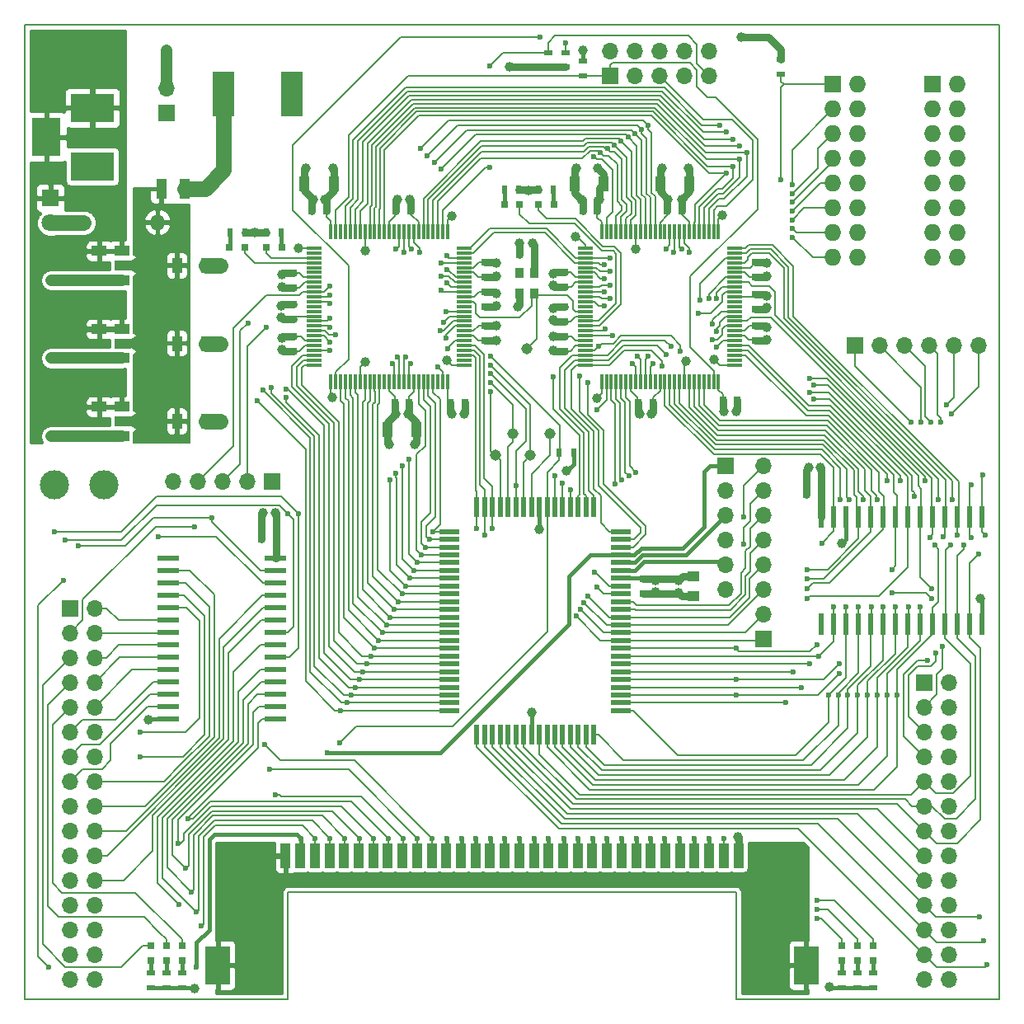
<source format=gbr>
G04 #@! TF.GenerationSoftware,KiCad,Pcbnew,5.0.2-bee76a0~70~ubuntu18.10.1*
G04 #@! TF.CreationDate,2019-01-06T00:08:24+02:00*
G04 #@! TF.ProjectId,GB-BENCH-G1,47422d42-454e-4434-982d-47312e6b6963,rev?*
G04 #@! TF.SameCoordinates,Original*
G04 #@! TF.FileFunction,Copper,L1,Top*
G04 #@! TF.FilePolarity,Positive*
%FSLAX46Y46*%
G04 Gerber Fmt 4.6, Leading zero omitted, Abs format (unit mm)*
G04 Created by KiCad (PCBNEW 5.0.2-bee76a0~70~ubuntu18.10.1) date su  6. tammikuuta 2019 00.08.24*
%MOMM*%
%LPD*%
G01*
G04 APERTURE LIST*
G04 #@! TA.AperFunction,NonConductor*
%ADD10C,0.150000*%
G04 #@! TD*
G04 #@! TA.AperFunction,SMDPad,CuDef*
%ADD11R,0.600000X2.200000*%
G04 #@! TD*
G04 #@! TA.AperFunction,ComponentPad*
%ADD12C,3.000000*%
G04 #@! TD*
G04 #@! TA.AperFunction,SMDPad,CuDef*
%ADD13R,2.200000X0.600000*%
G04 #@! TD*
G04 #@! TA.AperFunction,SMDPad,CuDef*
%ADD14R,0.500000X2.000000*%
G04 #@! TD*
G04 #@! TA.AperFunction,SMDPad,CuDef*
%ADD15R,2.000000X0.500000*%
G04 #@! TD*
G04 #@! TA.AperFunction,ComponentPad*
%ADD16C,1.143000*%
G04 #@! TD*
G04 #@! TA.AperFunction,ComponentPad*
%ADD17R,1.727200X1.727200*%
G04 #@! TD*
G04 #@! TA.AperFunction,ComponentPad*
%ADD18O,1.727200X1.727200*%
G04 #@! TD*
G04 #@! TA.AperFunction,SMDPad,CuDef*
%ADD19R,1.000000X1.600000*%
G04 #@! TD*
G04 #@! TA.AperFunction,SMDPad,CuDef*
%ADD20R,0.750000X0.800000*%
G04 #@! TD*
G04 #@! TA.AperFunction,SMDPad,CuDef*
%ADD21R,0.800000X0.750000*%
G04 #@! TD*
G04 #@! TA.AperFunction,SMDPad,CuDef*
%ADD22R,1.600000X1.000000*%
G04 #@! TD*
G04 #@! TA.AperFunction,SMDPad,CuDef*
%ADD23R,1.250000X1.000000*%
G04 #@! TD*
G04 #@! TA.AperFunction,ComponentPad*
%ADD24R,1.800000X1.800000*%
G04 #@! TD*
G04 #@! TA.AperFunction,ComponentPad*
%ADD25C,1.800000*%
G04 #@! TD*
G04 #@! TA.AperFunction,SMDPad,CuDef*
%ADD26R,0.800000X0.800000*%
G04 #@! TD*
G04 #@! TA.AperFunction,SMDPad,CuDef*
%ADD27R,1.140000X2.030000*%
G04 #@! TD*
G04 #@! TA.AperFunction,ComponentPad*
%ADD28R,1.700000X1.700000*%
G04 #@! TD*
G04 #@! TA.AperFunction,ComponentPad*
%ADD29O,1.700000X1.700000*%
G04 #@! TD*
G04 #@! TA.AperFunction,SMDPad,CuDef*
%ADD30R,1.000000X2.500000*%
G04 #@! TD*
G04 #@! TA.AperFunction,SMDPad,CuDef*
%ADD31R,2.500000X4.000000*%
G04 #@! TD*
G04 #@! TA.AperFunction,SMDPad,CuDef*
%ADD32R,0.500000X0.900000*%
G04 #@! TD*
G04 #@! TA.AperFunction,ComponentPad*
%ADD33C,1.600000*%
G04 #@! TD*
G04 #@! TA.AperFunction,ComponentPad*
%ADD34O,1.600000X1.600000*%
G04 #@! TD*
G04 #@! TA.AperFunction,SMDPad,CuDef*
%ADD35R,0.900000X0.500000*%
G04 #@! TD*
G04 #@! TA.AperFunction,SMDPad,CuDef*
%ADD36R,0.300000X1.500000*%
G04 #@! TD*
G04 #@! TA.AperFunction,SMDPad,CuDef*
%ADD37R,1.500000X0.300000*%
G04 #@! TD*
G04 #@! TA.AperFunction,SMDPad,CuDef*
%ADD38C,0.850000*%
G04 #@! TD*
G04 #@! TA.AperFunction,Conductor*
%ADD39C,0.100000*%
G04 #@! TD*
G04 #@! TA.AperFunction,SMDPad,CuDef*
%ADD40R,1.500000X1.000000*%
G04 #@! TD*
G04 #@! TA.AperFunction,SMDPad,CuDef*
%ADD41R,1.800000X1.000000*%
G04 #@! TD*
G04 #@! TA.AperFunction,SMDPad,CuDef*
%ADD42R,1.840000X2.200000*%
G04 #@! TD*
G04 #@! TA.AperFunction,SMDPad,CuDef*
%ADD43C,1.000000*%
G04 #@! TD*
G04 #@! TA.AperFunction,SMDPad,CuDef*
%ADD44R,0.900000X1.000000*%
G04 #@! TD*
G04 #@! TA.AperFunction,ComponentPad*
%ADD45R,2.300000X4.600000*%
G04 #@! TD*
G04 #@! TA.AperFunction,ComponentPad*
%ADD46R,3.000000X4.000000*%
G04 #@! TD*
G04 #@! TA.AperFunction,ComponentPad*
%ADD47R,4.500000X3.000000*%
G04 #@! TD*
G04 #@! TA.AperFunction,ViaPad*
%ADD48C,1.000000*%
G04 #@! TD*
G04 #@! TA.AperFunction,ViaPad*
%ADD49C,0.600000*%
G04 #@! TD*
G04 #@! TA.AperFunction,Conductor*
%ADD50C,0.800000*%
G04 #@! TD*
G04 #@! TA.AperFunction,Conductor*
%ADD51C,0.210000*%
G04 #@! TD*
G04 #@! TA.AperFunction,Conductor*
%ADD52C,1.200000*%
G04 #@! TD*
G04 #@! TA.AperFunction,Conductor*
%ADD53C,0.400000*%
G04 #@! TD*
G04 #@! TA.AperFunction,Conductor*
%ADD54C,1.600000*%
G04 #@! TD*
G04 #@! TA.AperFunction,Conductor*
%ADD55C,0.203200*%
G04 #@! TD*
G04 APERTURE END LIST*
D10*
X77000000Y-139000000D02*
X77000000Y-150000000D01*
X123000000Y-139000000D02*
X77000000Y-139000000D01*
X123000000Y-150000000D02*
X123000000Y-139000000D01*
X123000000Y-150000000D02*
X150000000Y-150000000D01*
X50000000Y-150000000D02*
X77000000Y-150000000D01*
X150000000Y-50000000D02*
X150000000Y-150000000D01*
X50000000Y-50000000D02*
X50000000Y-150000000D01*
X50000000Y-50000000D02*
X150000000Y-50000000D01*
D11*
G04 #@! TO.P,U6,28*
G04 #@! TO.N,+5V*
X131745000Y-100500000D03*
G04 #@! TO.P,U6,1*
G04 #@! TO.N,Net-(U6-Pad1)*
X131745000Y-111500000D03*
G04 #@! TO.P,U6,27*
G04 #@! TO.N,/~MWR*
X133015000Y-100500000D03*
G04 #@! TO.P,U6,2*
G04 #@! TO.N,/MA8*
X133015000Y-111500000D03*
G04 #@! TO.P,U6,26*
G04 #@! TO.N,+5V*
X134285000Y-100500000D03*
G04 #@! TO.P,U6,3*
G04 #@! TO.N,/MA7*
X134285000Y-111500000D03*
G04 #@! TO.P,U6,25*
G04 #@! TO.N,/MA12*
X135555000Y-100500000D03*
G04 #@! TO.P,U6,4*
G04 #@! TO.N,/MA6*
X135555000Y-111500000D03*
G04 #@! TO.P,U6,24*
G04 #@! TO.N,/MA11*
X136825000Y-100500000D03*
G04 #@! TO.P,U6,5*
G04 #@! TO.N,/MA5*
X136825000Y-111500000D03*
G04 #@! TO.P,U6,23*
G04 #@! TO.N,/MA10*
X138095000Y-100500000D03*
G04 #@! TO.P,U6,6*
G04 #@! TO.N,/MA4*
X138095000Y-111500000D03*
G04 #@! TO.P,U6,22*
G04 #@! TO.N,/~MRD*
X139365000Y-100500000D03*
G04 #@! TO.P,U6,7*
G04 #@! TO.N,/MA3*
X139365000Y-111500000D03*
G04 #@! TO.P,U6,21*
G04 #@! TO.N,/MA9*
X140635000Y-100500000D03*
G04 #@! TO.P,U6,8*
G04 #@! TO.N,/MA2*
X140635000Y-111500000D03*
G04 #@! TO.P,U6,20*
G04 #@! TO.N,/~MCS*
X141905000Y-100500000D03*
G04 #@! TO.P,U6,9*
G04 #@! TO.N,/MA1*
X141905000Y-111500000D03*
G04 #@! TO.P,U6,19*
G04 #@! TO.N,/MD3*
X143175000Y-100500000D03*
G04 #@! TO.P,U6,10*
G04 #@! TO.N,/MA0*
X143175000Y-111500000D03*
G04 #@! TO.P,U6,18*
G04 #@! TO.N,/MD4*
X144445000Y-100500000D03*
G04 #@! TO.P,U6,11*
G04 #@! TO.N,/MD0*
X144445000Y-111500000D03*
G04 #@! TO.P,U6,17*
G04 #@! TO.N,/MD5*
X145715000Y-100500000D03*
G04 #@! TO.P,U6,12*
G04 #@! TO.N,/MD1*
X145715000Y-111500000D03*
G04 #@! TO.P,U6,16*
G04 #@! TO.N,/MD6*
X146985000Y-100500000D03*
G04 #@! TO.P,U6,13*
G04 #@! TO.N,/MD2*
X146985000Y-111500000D03*
G04 #@! TO.P,U6,15*
G04 #@! TO.N,/MD7*
X148255000Y-100500000D03*
G04 #@! TO.P,U6,14*
G04 #@! TO.N,GND*
X148255000Y-111500000D03*
G04 #@! TD*
D12*
G04 #@! TO.P,J2,1*
G04 #@! TO.N,GND*
X58100000Y-97200000D03*
X53020000Y-97200000D03*
G04 #@! TD*
D13*
G04 #@! TO.P,U7,28*
G04 #@! TO.N,+5V*
X75700000Y-104760000D03*
G04 #@! TO.P,U7,1*
G04 #@! TO.N,Net-(U7-Pad1)*
X64700000Y-104760000D03*
G04 #@! TO.P,U7,27*
G04 #@! TO.N,/~WR*
X75700000Y-106030000D03*
G04 #@! TO.P,U7,2*
G04 #@! TO.N,/A8*
X64700000Y-106030000D03*
G04 #@! TO.P,U7,26*
G04 #@! TO.N,/A14*
X75700000Y-107300000D03*
G04 #@! TO.P,U7,3*
G04 #@! TO.N,/A7*
X64700000Y-107300000D03*
G04 #@! TO.P,U7,25*
G04 #@! TO.N,/A9*
X75700000Y-108570000D03*
G04 #@! TO.P,U7,4*
G04 #@! TO.N,/A6*
X64700000Y-108570000D03*
G04 #@! TO.P,U7,24*
G04 #@! TO.N,/A10*
X75700000Y-109840000D03*
G04 #@! TO.P,U7,5*
G04 #@! TO.N,/A5*
X64700000Y-109840000D03*
G04 #@! TO.P,U7,23*
G04 #@! TO.N,/A11*
X75700000Y-111110000D03*
G04 #@! TO.P,U7,6*
G04 #@! TO.N,/A0*
X64700000Y-111110000D03*
G04 #@! TO.P,U7,22*
G04 #@! TO.N,/~RD*
X75700000Y-112380000D03*
G04 #@! TO.P,U7,7*
G04 #@! TO.N,/A1*
X64700000Y-112380000D03*
G04 #@! TO.P,U7,21*
G04 #@! TO.N,/A12*
X75700000Y-113650000D03*
G04 #@! TO.P,U7,8*
G04 #@! TO.N,/A2*
X64700000Y-113650000D03*
G04 #@! TO.P,U7,20*
G04 #@! TO.N,/~CS*
X75700000Y-114920000D03*
G04 #@! TO.P,U7,9*
G04 #@! TO.N,/A3*
X64700000Y-114920000D03*
G04 #@! TO.P,U7,19*
G04 #@! TO.N,/D7*
X75700000Y-116190000D03*
G04 #@! TO.P,U7,10*
G04 #@! TO.N,/A4*
X64700000Y-116190000D03*
G04 #@! TO.P,U7,18*
G04 #@! TO.N,/D6*
X75700000Y-117460000D03*
G04 #@! TO.P,U7,11*
G04 #@! TO.N,/D0*
X64700000Y-117460000D03*
G04 #@! TO.P,U7,17*
G04 #@! TO.N,/D5*
X75700000Y-118730000D03*
G04 #@! TO.P,U7,12*
G04 #@! TO.N,/D1*
X64700000Y-118730000D03*
G04 #@! TO.P,U7,16*
G04 #@! TO.N,/D4*
X75700000Y-120000000D03*
G04 #@! TO.P,U7,13*
G04 #@! TO.N,/D2*
X64700000Y-120000000D03*
G04 #@! TO.P,U7,15*
G04 #@! TO.N,/D3*
X75700000Y-121270000D03*
G04 #@! TO.P,U7,14*
G04 #@! TO.N,GND*
X64700000Y-121270000D03*
G04 #@! TD*
D14*
G04 #@! TO.P,U8,65*
G04 #@! TO.N,/P12*
X108400000Y-99500000D03*
D15*
G04 #@! TO.P,U8,64*
G04 #@! TO.N,/P13*
X111200000Y-102000000D03*
G04 #@! TO.P,U8,1*
G04 #@! TO.N,/A0*
X93600000Y-102000000D03*
G04 #@! TO.P,U8,2*
G04 #@! TO.N,/A1*
X93600000Y-102800000D03*
G04 #@! TO.P,U8,3*
G04 #@! TO.N,/A2*
X93600000Y-103600000D03*
G04 #@! TO.P,U8,4*
G04 #@! TO.N,/A3*
X93600000Y-104400000D03*
G04 #@! TO.P,U8,5*
G04 #@! TO.N,/A4*
X93600000Y-105200000D03*
G04 #@! TO.P,U8,6*
G04 #@! TO.N,/A5*
X93600000Y-106000000D03*
G04 #@! TO.P,U8,7*
G04 #@! TO.N,/A6*
X93600000Y-106800000D03*
G04 #@! TO.P,U8,8*
G04 #@! TO.N,/A7*
X93600000Y-107600000D03*
G04 #@! TO.P,U8,9*
G04 #@! TO.N,/A8*
X93600000Y-108400000D03*
G04 #@! TO.P,U8,10*
G04 #@! TO.N,/A9*
X93600000Y-109200000D03*
G04 #@! TO.P,U8,11*
G04 #@! TO.N,/A10*
X93600000Y-110000000D03*
G04 #@! TO.P,U8,12*
G04 #@! TO.N,/A11*
X93600000Y-110800000D03*
G04 #@! TO.P,U8,13*
G04 #@! TO.N,/A12*
X93600000Y-111600000D03*
G04 #@! TO.P,U8,14*
G04 #@! TO.N,/A13*
X93600000Y-112400000D03*
G04 #@! TO.P,U8,15*
G04 #@! TO.N,/A14*
X93600000Y-113200000D03*
G04 #@! TO.P,U8,16*
G04 #@! TO.N,/A15*
X93600000Y-114000000D03*
G04 #@! TO.P,U8,17*
G04 #@! TO.N,/D0*
X93600000Y-114800000D03*
G04 #@! TO.P,U8,18*
G04 #@! TO.N,/D1*
X93600000Y-115600000D03*
G04 #@! TO.P,U8,19*
G04 #@! TO.N,/D2*
X93600000Y-116400000D03*
G04 #@! TO.P,U8,20*
G04 #@! TO.N,/D3*
X93600000Y-117200000D03*
G04 #@! TO.P,U8,21*
G04 #@! TO.N,/D4*
X93600000Y-118000000D03*
G04 #@! TO.P,U8,22*
G04 #@! TO.N,/D5*
X93600000Y-118800000D03*
G04 #@! TO.P,U8,23*
G04 #@! TO.N,/D6*
X93600000Y-119600000D03*
G04 #@! TO.P,U8,24*
G04 #@! TO.N,/D7*
X93600000Y-120400000D03*
D14*
G04 #@! TO.P,U8,25*
G04 #@! TO.N,/MD7*
X96400000Y-122900000D03*
G04 #@! TO.P,U8,26*
G04 #@! TO.N,/MD6*
X97200000Y-122900000D03*
G04 #@! TO.P,U8,27*
G04 #@! TO.N,/MD5*
X98000000Y-122900000D03*
G04 #@! TO.P,U8,28*
G04 #@! TO.N,/MD4*
X98800000Y-122900000D03*
G04 #@! TO.P,U8,29*
G04 #@! TO.N,/MD3*
X99600000Y-122900000D03*
G04 #@! TO.P,U8,30*
G04 #@! TO.N,/MD2*
X100400000Y-122900000D03*
G04 #@! TO.P,U8,31*
G04 #@! TO.N,/MD1*
X101200000Y-122900000D03*
G04 #@! TO.P,U8,32*
G04 #@! TO.N,GND*
X102000000Y-122900000D03*
G04 #@! TO.P,U8,33*
G04 #@! TO.N,/MD0*
X102800000Y-122900000D03*
G04 #@! TO.P,U8,34*
G04 #@! TO.N,/MA0*
X103600000Y-122900000D03*
G04 #@! TO.P,U8,35*
G04 #@! TO.N,/MA1*
X104400000Y-122900000D03*
G04 #@! TO.P,U8,36*
G04 #@! TO.N,/MA2*
X105200000Y-122900000D03*
G04 #@! TO.P,U8,37*
G04 #@! TO.N,/MA3*
X106000000Y-122900000D03*
G04 #@! TO.P,U8,38*
G04 #@! TO.N,/MA4*
X106800000Y-122900000D03*
G04 #@! TO.P,U8,39*
G04 #@! TO.N,/MA5*
X107600000Y-122900000D03*
G04 #@! TO.P,U8,40*
G04 #@! TO.N,/MA6*
X108400000Y-122900000D03*
D15*
G04 #@! TO.P,U8,63*
G04 #@! TO.N,/P14*
X111200000Y-102800000D03*
G04 #@! TO.P,U8,62*
G04 #@! TO.N,/P15*
X111200000Y-103600000D03*
G04 #@! TO.P,U8,61*
G04 #@! TO.N,VIN*
X111200000Y-104400000D03*
G04 #@! TO.P,U8,60*
G04 #@! TO.N,/LOUT*
X111200000Y-105200000D03*
G04 #@! TO.P,U8,59*
G04 #@! TO.N,/ROUT*
X111200000Y-106000000D03*
G04 #@! TO.P,U8,58*
G04 #@! TO.N,+5V*
X111200000Y-106800000D03*
G04 #@! TO.P,U8,57*
G04 #@! TO.N,/VSYNC*
X111200000Y-107600000D03*
G04 #@! TO.P,U8,56*
G04 #@! TO.N,/FR*
X111200000Y-108400000D03*
G04 #@! TO.P,U8,55*
G04 #@! TO.N,/CPL*
X111200000Y-109200000D03*
G04 #@! TO.P,U8,54*
G04 #@! TO.N,/HSYNC*
X111200000Y-110000000D03*
G04 #@! TO.P,U8,53*
G04 #@! TO.N,/CP*
X111200000Y-110800000D03*
G04 #@! TO.P,U8,52*
G04 #@! TO.N,/CPG*
X111200000Y-111600000D03*
G04 #@! TO.P,U8,51*
G04 #@! TO.N,/LD0*
X111200000Y-112400000D03*
G04 #@! TO.P,U8,50*
G04 #@! TO.N,/LD1*
X111200000Y-113200000D03*
G04 #@! TO.P,U8,49*
G04 #@! TO.N,/~MWR*
X111200000Y-114000000D03*
G04 #@! TO.P,U8,48*
G04 #@! TO.N,/MA8*
X111200000Y-114800000D03*
G04 #@! TO.P,U8,47*
G04 #@! TO.N,/MA9*
X111200000Y-115600000D03*
G04 #@! TO.P,U8,46*
G04 #@! TO.N,/MA11*
X111200000Y-116400000D03*
G04 #@! TO.P,U8,45*
G04 #@! TO.N,/~MRD*
X111200000Y-117200000D03*
G04 #@! TO.P,U8,44*
G04 #@! TO.N,/MA10*
X111200000Y-118000000D03*
G04 #@! TO.P,U8,43*
G04 #@! TO.N,/~MCS*
X111200000Y-118800000D03*
G04 #@! TO.P,U8,42*
G04 #@! TO.N,/MA12*
X111200000Y-119600000D03*
G04 #@! TO.P,U8,41*
G04 #@! TO.N,/MA7*
X111200000Y-120400000D03*
D14*
G04 #@! TO.P,U8,66*
G04 #@! TO.N,/P11*
X107600000Y-99500000D03*
G04 #@! TO.P,U8,67*
G04 #@! TO.N,/P10*
X106800000Y-99500000D03*
G04 #@! TO.P,U8,68*
G04 #@! TO.N,SCLK*
X106000000Y-99500000D03*
G04 #@! TO.P,U8,69*
G04 #@! TO.N,SIN*
X105200000Y-99500000D03*
G04 #@! TO.P,U8,70*
G04 #@! TO.N,SOUT*
X104400000Y-99500000D03*
G04 #@! TO.P,U8,71*
G04 #@! TO.N,~RES*
X103600000Y-99500000D03*
G04 #@! TO.P,U8,72*
G04 #@! TO.N,GND*
X102800000Y-99500000D03*
G04 #@! TO.P,U8,73*
G04 #@! TO.N,XO*
X102000000Y-99500000D03*
G04 #@! TO.P,U8,74*
G04 #@! TO.N,CLK*
X101200000Y-99500000D03*
G04 #@! TO.P,U8,75*
G04 #@! TO.N,PHI*
X100400000Y-99500000D03*
G04 #@! TO.P,U8,76*
G04 #@! TO.N,T1*
X99600000Y-99500000D03*
G04 #@! TO.P,U8,77*
G04 #@! TO.N,T2*
X98800000Y-99500000D03*
G04 #@! TO.P,U8,78*
G04 #@! TO.N,/~WR*
X98000000Y-99500000D03*
G04 #@! TO.P,U8,79*
G04 #@! TO.N,/~RD*
X97200000Y-99500000D03*
G04 #@! TO.P,U8,80*
G04 #@! TO.N,/~CS*
X96400000Y-99500000D03*
G04 #@! TD*
D16*
G04 #@! TO.P,TP8,1*
G04 #@! TO.N,CLK*
X101900000Y-94200000D03*
G04 #@! TD*
G04 #@! TO.P,TP4,1*
G04 #@! TO.N,+5V*
X52700000Y-92200000D03*
G04 #@! TD*
D17*
G04 #@! TO.P,J3,1*
G04 #@! TO.N,/~SYS_RST*
X132960000Y-56100000D03*
D18*
G04 #@! TO.P,J3,2*
G04 #@! TO.N,/SYS_A0*
X135500000Y-56100000D03*
G04 #@! TO.P,J3,3*
G04 #@! TO.N,/SYS_C4*
X132960000Y-58640000D03*
G04 #@! TO.P,J3,4*
G04 #@! TO.N,/SYS_A1*
X135500000Y-58640000D03*
G04 #@! TO.P,J3,5*
G04 #@! TO.N,/SYS_C3*
X132960000Y-61180000D03*
G04 #@! TO.P,J3,6*
G04 #@! TO.N,/SYS_A2*
X135500000Y-61180000D03*
G04 #@! TO.P,J3,7*
G04 #@! TO.N,/SYS_C2*
X132960000Y-63720000D03*
G04 #@! TO.P,J3,8*
G04 #@! TO.N,/SYS_A3*
X135500000Y-63720000D03*
G04 #@! TO.P,J3,9*
G04 #@! TO.N,/SYS_C1*
X132960000Y-66260000D03*
G04 #@! TO.P,J3,10*
G04 #@! TO.N,/SYS_A4*
X135500000Y-66260000D03*
G04 #@! TO.P,J3,11*
G04 #@! TO.N,/SYS_C0*
X132960000Y-68800000D03*
G04 #@! TO.P,J3,12*
G04 #@! TO.N,/SYS_A5*
X135500000Y-68800000D03*
G04 #@! TO.P,J3,13*
G04 #@! TO.N,/~SYS_RD*
X132960000Y-71340000D03*
G04 #@! TO.P,J3,14*
G04 #@! TO.N,/SYS_A6*
X135500000Y-71340000D03*
G04 #@! TO.P,J3,15*
G04 #@! TO.N,/~SYS_WR*
X132960000Y-73880000D03*
G04 #@! TO.P,J3,16*
G04 #@! TO.N,/SYS_A7*
X135500000Y-73880000D03*
G04 #@! TD*
D19*
G04 #@! TO.P,C1,1*
G04 #@! TO.N,+3V3*
X87200000Y-91500000D03*
G04 #@! TO.P,C1,2*
G04 #@! TO.N,GND*
X90200000Y-91500000D03*
G04 #@! TD*
D20*
G04 #@! TO.P,C2,1*
G04 #@! TO.N,+3V3*
X77600000Y-81950000D03*
G04 #@! TO.P,C2,2*
G04 #@! TO.N,GND*
X77600000Y-83450000D03*
G04 #@! TD*
D21*
G04 #@! TO.P,C3,1*
G04 #@! TO.N,+3V3*
X87950000Y-88700000D03*
G04 #@! TO.P,C3,2*
G04 #@! TO.N,GND*
X89450000Y-88700000D03*
G04 #@! TD*
D20*
G04 #@! TO.P,C4,1*
G04 #@! TO.N,+3V3*
X97200000Y-80850000D03*
G04 #@! TO.P,C4,2*
G04 #@! TO.N,GND*
X97200000Y-82350000D03*
G04 #@! TD*
D19*
G04 #@! TO.P,C5,1*
G04 #@! TO.N,+1V8*
X81700000Y-66300000D03*
G04 #@! TO.P,C5,2*
G04 #@! TO.N,GND*
X78700000Y-66300000D03*
G04 #@! TD*
D21*
G04 #@! TO.P,C6,1*
G04 #@! TO.N,+1V8*
X80950000Y-69100000D03*
G04 #@! TO.P,C6,2*
G04 #@! TO.N,GND*
X79450000Y-69100000D03*
G04 #@! TD*
D20*
G04 #@! TO.P,C7,1*
G04 #@! TO.N,+1V8*
X77600000Y-80150000D03*
G04 #@! TO.P,C7,2*
G04 #@! TO.N,GND*
X77600000Y-78650000D03*
G04 #@! TD*
D21*
G04 #@! TO.P,C8,1*
G04 #@! TO.N,+1V8*
X93650000Y-88700000D03*
G04 #@! TO.P,C8,2*
G04 #@! TO.N,GND*
X95150000Y-88700000D03*
G04 #@! TD*
D20*
G04 #@! TO.P,C9,1*
G04 #@! TO.N,+1V8*
X97200000Y-77400000D03*
G04 #@! TO.P,C9,2*
G04 #@! TO.N,GND*
X97200000Y-78900000D03*
G04 #@! TD*
D19*
G04 #@! TO.P,C10,1*
G04 #@! TO.N,/VDC*
X65600000Y-74700000D03*
G04 #@! TO.P,C10,2*
G04 #@! TO.N,GND*
X68600000Y-74700000D03*
G04 #@! TD*
G04 #@! TO.P,C11,1*
G04 #@! TO.N,/VDC*
X65600000Y-82700000D03*
G04 #@! TO.P,C11,2*
G04 #@! TO.N,GND*
X68600000Y-82700000D03*
G04 #@! TD*
G04 #@! TO.P,C12,1*
G04 #@! TO.N,/VDC*
X65600000Y-90700000D03*
G04 #@! TO.P,C12,2*
G04 #@! TO.N,GND*
X68600000Y-90700000D03*
G04 #@! TD*
D21*
G04 #@! TO.P,C13,1*
G04 #@! TO.N,+3V3*
X88050000Y-69100000D03*
G04 #@! TO.P,C13,2*
G04 #@! TO.N,GND*
X89550000Y-69100000D03*
G04 #@! TD*
D20*
G04 #@! TO.P,C14,1*
G04 #@! TO.N,+3V3*
X77600000Y-76950000D03*
G04 #@! TO.P,C14,2*
G04 #@! TO.N,GND*
X77600000Y-75450000D03*
G04 #@! TD*
D22*
G04 #@! TO.P,C15,1*
G04 #@! TO.N,+1V8*
X57600000Y-76200000D03*
G04 #@! TO.P,C15,2*
G04 #@! TO.N,GND*
X57600000Y-73200000D03*
G04 #@! TD*
G04 #@! TO.P,C16,1*
G04 #@! TO.N,+3V3*
X57600000Y-84200000D03*
G04 #@! TO.P,C16,2*
G04 #@! TO.N,GND*
X57600000Y-81200000D03*
G04 #@! TD*
G04 #@! TO.P,C17,1*
G04 #@! TO.N,+5V*
X57600000Y-92200000D03*
G04 #@! TO.P,C17,2*
G04 #@! TO.N,GND*
X57600000Y-89200000D03*
G04 #@! TD*
D20*
G04 #@! TO.P,C18,1*
G04 #@! TO.N,+3V3*
X97200000Y-75850000D03*
G04 #@! TO.P,C18,2*
G04 #@! TO.N,GND*
X97200000Y-74350000D03*
G04 #@! TD*
D21*
G04 #@! TO.P,C19,1*
G04 #@! TO.N,+3V3*
X114450000Y-88700000D03*
G04 #@! TO.P,C19,2*
G04 #@! TO.N,GND*
X112950000Y-88700000D03*
G04 #@! TD*
D20*
G04 #@! TO.P,C20,1*
G04 #@! TO.N,+3V3*
X125000000Y-80850000D03*
G04 #@! TO.P,C20,2*
G04 #@! TO.N,GND*
X125000000Y-82350000D03*
G04 #@! TD*
G04 #@! TO.P,C21,1*
G04 #@! TO.N,+3V3*
X105400000Y-81950000D03*
G04 #@! TO.P,C21,2*
G04 #@! TO.N,GND*
X105400000Y-83450000D03*
G04 #@! TD*
D21*
G04 #@! TO.P,C22,1*
G04 #@! TO.N,+1V8*
X121650000Y-88500000D03*
G04 #@! TO.P,C22,2*
G04 #@! TO.N,GND*
X123150000Y-88500000D03*
G04 #@! TD*
D20*
G04 #@! TO.P,C23,1*
G04 #@! TO.N,+1V8*
X125000000Y-77650000D03*
G04 #@! TO.P,C23,2*
G04 #@! TO.N,GND*
X125000000Y-79150000D03*
G04 #@! TD*
D21*
G04 #@! TO.P,C24,1*
G04 #@! TO.N,+1V8*
X108750000Y-69100000D03*
G04 #@! TO.P,C24,2*
G04 #@! TO.N,GND*
X107250000Y-69100000D03*
G04 #@! TD*
D20*
G04 #@! TO.P,C25,1*
G04 #@! TO.N,+1V8*
X105400000Y-80450000D03*
G04 #@! TO.P,C25,2*
G04 #@! TO.N,GND*
X105400000Y-78950000D03*
G04 #@! TD*
D19*
G04 #@! TO.P,C26,1*
G04 #@! TO.N,+1V8*
X109400000Y-66300000D03*
G04 #@! TO.P,C26,2*
G04 #@! TO.N,GND*
X106400000Y-66300000D03*
G04 #@! TD*
D20*
G04 #@! TO.P,C27,1*
G04 #@! TO.N,+3V3*
X125000000Y-75850000D03*
G04 #@! TO.P,C27,2*
G04 #@! TO.N,GND*
X125000000Y-74350000D03*
G04 #@! TD*
D21*
G04 #@! TO.P,C28,1*
G04 #@! TO.N,+3V3*
X115950000Y-69100000D03*
G04 #@! TO.P,C28,2*
G04 #@! TO.N,GND*
X117450000Y-69100000D03*
G04 #@! TD*
D20*
G04 #@! TO.P,C29,1*
G04 #@! TO.N,+3V3*
X105400000Y-76850000D03*
G04 #@! TO.P,C29,2*
G04 #@! TO.N,GND*
X105400000Y-75350000D03*
G04 #@! TD*
D19*
G04 #@! TO.P,C30,1*
G04 #@! TO.N,+3V3*
X115200000Y-66300000D03*
G04 #@! TO.P,C30,2*
G04 #@! TO.N,GND*
X118200000Y-66300000D03*
G04 #@! TD*
D21*
G04 #@! TO.P,C31,1*
G04 #@! TO.N,+3V3*
X102250000Y-73600000D03*
G04 #@! TO.P,C31,2*
G04 #@! TO.N,GND*
X100750000Y-73600000D03*
G04 #@! TD*
G04 #@! TO.P,C32,1*
G04 #@! TO.N,+5V*
X131750000Y-98200000D03*
G04 #@! TO.P,C32,2*
G04 #@! TO.N,GND*
X130250000Y-98200000D03*
G04 #@! TD*
G04 #@! TO.P,C33,1*
G04 #@! TO.N,+5V*
X131750000Y-96600000D03*
G04 #@! TO.P,C33,2*
G04 #@! TO.N,GND*
X130250000Y-96600000D03*
G04 #@! TD*
G04 #@! TO.P,C34,1*
G04 #@! TO.N,+5V*
X75750000Y-101300000D03*
G04 #@! TO.P,C34,2*
G04 #@! TO.N,GND*
X74250000Y-101300000D03*
G04 #@! TD*
D20*
G04 #@! TO.P,C35,1*
G04 #@! TO.N,+5V*
X113500000Y-106850000D03*
G04 #@! TO.P,C35,2*
G04 #@! TO.N,GND*
X113500000Y-108350000D03*
G04 #@! TD*
D21*
G04 #@! TO.P,C36,1*
G04 #@! TO.N,+5V*
X75750000Y-102800000D03*
G04 #@! TO.P,C36,2*
G04 #@! TO.N,GND*
X74250000Y-102800000D03*
G04 #@! TD*
D20*
G04 #@! TO.P,C37,1*
G04 #@! TO.N,+5V*
X115900000Y-106850000D03*
G04 #@! TO.P,C37,2*
G04 #@! TO.N,GND*
X115900000Y-108350000D03*
G04 #@! TD*
D23*
G04 #@! TO.P,C38,1*
G04 #@! TO.N,+5V*
X118600000Y-106600000D03*
G04 #@! TO.P,C38,2*
G04 #@! TO.N,GND*
X118600000Y-108600000D03*
G04 #@! TD*
D24*
G04 #@! TO.P,D1,1*
G04 #@! TO.N,GND*
X52600000Y-67760000D03*
D25*
G04 #@! TO.P,D1,2*
G04 #@! TO.N,Net-(D1-Pad2)*
X52600000Y-70300000D03*
G04 #@! TD*
D26*
G04 #@! TO.P,D2,2*
G04 #@! TO.N,Net-(D2-Pad2)*
X135500000Y-146100000D03*
G04 #@! TO.P,D2,1*
G04 #@! TO.N,/~MRD*
X135500000Y-144500000D03*
G04 #@! TD*
G04 #@! TO.P,D3,2*
G04 #@! TO.N,Net-(D3-Pad2)*
X137100000Y-146100000D03*
G04 #@! TO.P,D3,1*
G04 #@! TO.N,/~MWR*
X137100000Y-144500000D03*
G04 #@! TD*
G04 #@! TO.P,D4,2*
G04 #@! TO.N,Net-(D4-Pad2)*
X133900000Y-146100000D03*
G04 #@! TO.P,D4,1*
G04 #@! TO.N,/~MCS*
X133900000Y-144500000D03*
G04 #@! TD*
G04 #@! TO.P,D5,2*
G04 #@! TO.N,Net-(D5-Pad2)*
X64500000Y-146100000D03*
G04 #@! TO.P,D5,1*
G04 #@! TO.N,/~RD*
X64500000Y-144500000D03*
G04 #@! TD*
G04 #@! TO.P,D6,2*
G04 #@! TO.N,Net-(D6-Pad2)*
X66100000Y-146100000D03*
G04 #@! TO.P,D6,1*
G04 #@! TO.N,/~CS*
X66100000Y-144500000D03*
G04 #@! TD*
G04 #@! TO.P,D7,2*
G04 #@! TO.N,Net-(D7-Pad2)*
X62900000Y-146100000D03*
G04 #@! TO.P,D7,1*
G04 #@! TO.N,/~WR*
X62900000Y-144500000D03*
G04 #@! TD*
D27*
G04 #@! TO.P,F1,1*
G04 #@! TO.N,Net-(F1-Pad1)*
X66400000Y-66800000D03*
G04 #@! TO.P,F1,2*
G04 #@! TO.N,/VDC*
X64000000Y-66800000D03*
G04 #@! TD*
D17*
G04 #@! TO.P,J4,1*
G04 #@! TO.N,/SYS_D0*
X143160000Y-56100000D03*
D18*
G04 #@! TO.P,J4,2*
G04 #@! TO.N,GND*
X145700000Y-56100000D03*
G04 #@! TO.P,J4,3*
G04 #@! TO.N,/SYS_D1*
X143160000Y-58640000D03*
G04 #@! TO.P,J4,4*
G04 #@! TO.N,GND*
X145700000Y-58640000D03*
G04 #@! TO.P,J4,5*
G04 #@! TO.N,/SYS_D2*
X143160000Y-61180000D03*
G04 #@! TO.P,J4,6*
G04 #@! TO.N,GND*
X145700000Y-61180000D03*
G04 #@! TO.P,J4,7*
G04 #@! TO.N,/SYS_D3*
X143160000Y-63720000D03*
G04 #@! TO.P,J4,8*
G04 #@! TO.N,GND*
X145700000Y-63720000D03*
G04 #@! TO.P,J4,9*
G04 #@! TO.N,/SYS_D4*
X143160000Y-66260000D03*
G04 #@! TO.P,J4,10*
G04 #@! TO.N,GND*
X145700000Y-66260000D03*
G04 #@! TO.P,J4,11*
G04 #@! TO.N,/SYS_D5*
X143160000Y-68800000D03*
G04 #@! TO.P,J4,12*
G04 #@! TO.N,GND*
X145700000Y-68800000D03*
G04 #@! TO.P,J4,13*
G04 #@! TO.N,/SYS_D6*
X143160000Y-71340000D03*
G04 #@! TO.P,J4,14*
G04 #@! TO.N,GND*
X145700000Y-71340000D03*
G04 #@! TO.P,J4,15*
G04 #@! TO.N,/SYS_D7*
X143160000Y-73880000D03*
G04 #@! TO.P,J4,16*
G04 #@! TO.N,GND*
X145700000Y-73880000D03*
G04 #@! TD*
D28*
G04 #@! TO.P,J8,1*
G04 #@! TO.N,+5V*
X142300000Y-117500000D03*
D29*
G04 #@! TO.P,J8,2*
G04 #@! TO.N,/MA0*
X144840000Y-117500000D03*
G04 #@! TO.P,J8,3*
G04 #@! TO.N,/~MWR*
X142300000Y-120040000D03*
G04 #@! TO.P,J8,4*
G04 #@! TO.N,/MA1*
X144840000Y-120040000D03*
G04 #@! TO.P,J8,5*
G04 #@! TO.N,/~MRD*
X142300000Y-122580000D03*
G04 #@! TO.P,J8,6*
G04 #@! TO.N,/MA2*
X144840000Y-122580000D03*
G04 #@! TO.P,J8,7*
G04 #@! TO.N,/~MCS*
X142300000Y-125120000D03*
G04 #@! TO.P,J8,8*
G04 #@! TO.N,/MA3*
X144840000Y-125120000D03*
G04 #@! TO.P,J8,9*
G04 #@! TO.N,/MD0*
X142300000Y-127660000D03*
G04 #@! TO.P,J8,10*
G04 #@! TO.N,/MA4*
X144840000Y-127660000D03*
G04 #@! TO.P,J8,11*
G04 #@! TO.N,/MD1*
X142300000Y-130200000D03*
G04 #@! TO.P,J8,12*
G04 #@! TO.N,/MA5*
X144840000Y-130200000D03*
G04 #@! TO.P,J8,13*
G04 #@! TO.N,/MD2*
X142300000Y-132740000D03*
G04 #@! TO.P,J8,14*
G04 #@! TO.N,/MA6*
X144840000Y-132740000D03*
G04 #@! TO.P,J8,15*
G04 #@! TO.N,/MD3*
X142300000Y-135280000D03*
G04 #@! TO.P,J8,16*
G04 #@! TO.N,/MA7*
X144840000Y-135280000D03*
G04 #@! TO.P,J8,17*
G04 #@! TO.N,/MD4*
X142300000Y-137820000D03*
G04 #@! TO.P,J8,18*
G04 #@! TO.N,/MA8*
X144840000Y-137820000D03*
G04 #@! TO.P,J8,19*
G04 #@! TO.N,/MD5*
X142300000Y-140360000D03*
G04 #@! TO.P,J8,20*
G04 #@! TO.N,/MA9*
X144840000Y-140360000D03*
G04 #@! TO.P,J8,21*
G04 #@! TO.N,/MD6*
X142300000Y-142900000D03*
G04 #@! TO.P,J8,22*
G04 #@! TO.N,/MA10*
X144840000Y-142900000D03*
G04 #@! TO.P,J8,23*
G04 #@! TO.N,/MD7*
X142300000Y-145440000D03*
G04 #@! TO.P,J8,24*
G04 #@! TO.N,/MA11*
X144840000Y-145440000D03*
G04 #@! TO.P,J8,25*
G04 #@! TO.N,GND*
X142300000Y-147980000D03*
G04 #@! TO.P,J8,26*
G04 #@! TO.N,/MA12*
X144840000Y-147980000D03*
G04 #@! TD*
D28*
G04 #@! TO.P,J9,1*
G04 #@! TO.N,/LD1*
X125800000Y-113060000D03*
D29*
G04 #@! TO.P,J9,2*
G04 #@! TO.N,/LD0*
X125800000Y-110520000D03*
G04 #@! TO.P,J9,3*
G04 #@! TO.N,/CPG*
X125800000Y-107980000D03*
G04 #@! TO.P,J9,4*
G04 #@! TO.N,/CP*
X125800000Y-105440000D03*
G04 #@! TO.P,J9,5*
G04 #@! TO.N,/HSYNC*
X125800000Y-102900000D03*
G04 #@! TO.P,J9,6*
G04 #@! TO.N,/CPL*
X125800000Y-100360000D03*
G04 #@! TO.P,J9,7*
G04 #@! TO.N,/FR*
X125800000Y-97820000D03*
G04 #@! TO.P,J9,8*
G04 #@! TO.N,/VSYNC*
X125800000Y-95280000D03*
G04 #@! TD*
D28*
G04 #@! TO.P,J10,1*
G04 #@! TO.N,/P10*
X135180000Y-82900000D03*
D29*
G04 #@! TO.P,J10,2*
G04 #@! TO.N,/P11*
X137720000Y-82900000D03*
G04 #@! TO.P,J10,3*
G04 #@! TO.N,/P12*
X140260000Y-82900000D03*
G04 #@! TO.P,J10,4*
G04 #@! TO.N,/P13*
X142800000Y-82900000D03*
G04 #@! TO.P,J10,5*
G04 #@! TO.N,/P14*
X145340000Y-82900000D03*
G04 #@! TO.P,J10,6*
G04 #@! TO.N,/P15*
X147880000Y-82900000D03*
G04 #@! TD*
D28*
G04 #@! TO.P,J11,1*
G04 #@! TO.N,+5V*
X54600000Y-109880000D03*
D29*
G04 #@! TO.P,J11,2*
G04 #@! TO.N,/A0*
X57140000Y-109880000D03*
G04 #@! TO.P,J11,3*
G04 #@! TO.N,PHI*
X54600000Y-112420000D03*
G04 #@! TO.P,J11,4*
G04 #@! TO.N,/A1*
X57140000Y-112420000D03*
G04 #@! TO.P,J11,5*
G04 #@! TO.N,/~WR*
X54600000Y-114960000D03*
G04 #@! TO.P,J11,6*
G04 #@! TO.N,/A2*
X57140000Y-114960000D03*
G04 #@! TO.P,J11,7*
G04 #@! TO.N,/~RD*
X54600000Y-117500000D03*
G04 #@! TO.P,J11,8*
G04 #@! TO.N,/A3*
X57140000Y-117500000D03*
G04 #@! TO.P,J11,9*
G04 #@! TO.N,/~CS*
X54600000Y-120040000D03*
G04 #@! TO.P,J11,10*
G04 #@! TO.N,/A4*
X57140000Y-120040000D03*
G04 #@! TO.P,J11,11*
G04 #@! TO.N,/D0*
X54600000Y-122580000D03*
G04 #@! TO.P,J11,12*
G04 #@! TO.N,/A5*
X57140000Y-122580000D03*
G04 #@! TO.P,J11,13*
G04 #@! TO.N,/D1*
X54600000Y-125120000D03*
G04 #@! TO.P,J11,14*
G04 #@! TO.N,/A6*
X57140000Y-125120000D03*
G04 #@! TO.P,J11,15*
G04 #@! TO.N,/D2*
X54600000Y-127660000D03*
G04 #@! TO.P,J11,16*
G04 #@! TO.N,/A7*
X57140000Y-127660000D03*
G04 #@! TO.P,J11,17*
G04 #@! TO.N,/D3*
X54600000Y-130200000D03*
G04 #@! TO.P,J11,18*
G04 #@! TO.N,/A8*
X57140000Y-130200000D03*
G04 #@! TO.P,J11,19*
G04 #@! TO.N,/D4*
X54600000Y-132740000D03*
G04 #@! TO.P,J11,20*
G04 #@! TO.N,/A9*
X57140000Y-132740000D03*
G04 #@! TO.P,J11,21*
G04 #@! TO.N,/D5*
X54600000Y-135280000D03*
G04 #@! TO.P,J11,22*
G04 #@! TO.N,/A10*
X57140000Y-135280000D03*
G04 #@! TO.P,J11,23*
G04 #@! TO.N,/D6*
X54600000Y-137820000D03*
G04 #@! TO.P,J11,24*
G04 #@! TO.N,/A11*
X57140000Y-137820000D03*
G04 #@! TO.P,J11,25*
G04 #@! TO.N,/D7*
X54600000Y-140360000D03*
G04 #@! TO.P,J11,26*
G04 #@! TO.N,/A12*
X57140000Y-140360000D03*
G04 #@! TO.P,J11,27*
G04 #@! TO.N,~RES*
X54600000Y-142900000D03*
G04 #@! TO.P,J11,28*
G04 #@! TO.N,/A13*
X57140000Y-142900000D03*
G04 #@! TO.P,J11,29*
G04 #@! TO.N,VIN*
X54600000Y-145440000D03*
G04 #@! TO.P,J11,30*
G04 #@! TO.N,/A14*
X57140000Y-145440000D03*
G04 #@! TO.P,J11,31*
G04 #@! TO.N,GND*
X54600000Y-147980000D03*
G04 #@! TO.P,J11,32*
G04 #@! TO.N,/A15*
X57140000Y-147980000D03*
G04 #@! TD*
D28*
G04 #@! TO.P,J12,1*
G04 #@! TO.N,VIN*
X121900000Y-95280000D03*
D29*
G04 #@! TO.P,J12,2*
G04 #@! TO.N,GND*
X121900000Y-97820000D03*
G04 #@! TO.P,J12,3*
G04 #@! TO.N,/LOUT*
X121900000Y-100360000D03*
G04 #@! TO.P,J12,4*
G04 #@! TO.N,GND*
X121900000Y-102900000D03*
G04 #@! TO.P,J12,5*
G04 #@! TO.N,/ROUT*
X121900000Y-105440000D03*
G04 #@! TO.P,J12,6*
G04 #@! TO.N,GND*
X121900000Y-107980000D03*
G04 #@! TD*
D30*
G04 #@! TO.P,J13,1*
G04 #@! TO.N,+5V*
X123250000Y-135300000D03*
G04 #@! TO.P,J13,15*
G04 #@! TO.N,/A9*
X102250000Y-135300000D03*
G04 #@! TO.P,J13,2*
G04 #@! TO.N,PHI*
X121750000Y-135300000D03*
G04 #@! TO.P,J13,3*
G04 #@! TO.N,/~WR*
X120250000Y-135300000D03*
G04 #@! TO.P,J13,4*
G04 #@! TO.N,/~RD*
X118750000Y-135300000D03*
G04 #@! TO.P,J13,5*
G04 #@! TO.N,/~CS*
X117250000Y-135300000D03*
G04 #@! TO.P,J13,6*
G04 #@! TO.N,/A0*
X115750000Y-135300000D03*
G04 #@! TO.P,J13,7*
G04 #@! TO.N,/A1*
X114250000Y-135300000D03*
G04 #@! TO.P,J13,8*
G04 #@! TO.N,/A2*
X112750000Y-135300000D03*
G04 #@! TO.P,J13,9*
G04 #@! TO.N,/A3*
X111250000Y-135300000D03*
G04 #@! TO.P,J13,10*
G04 #@! TO.N,/A4*
X109750000Y-135300000D03*
G04 #@! TO.P,J13,11*
G04 #@! TO.N,/A5*
X108250000Y-135300000D03*
G04 #@! TO.P,J13,12*
G04 #@! TO.N,/A6*
X106750000Y-135300000D03*
G04 #@! TO.P,J13,13*
G04 #@! TO.N,/A7*
X105250000Y-135300000D03*
G04 #@! TO.P,J13,14*
G04 #@! TO.N,/A8*
X103750000Y-135300000D03*
G04 #@! TO.P,J13,16*
G04 #@! TO.N,/A10*
X100750000Y-135300000D03*
G04 #@! TO.P,J13,17*
G04 #@! TO.N,/A11*
X99250000Y-135300000D03*
G04 #@! TO.P,J13,18*
G04 #@! TO.N,/A12*
X97750000Y-135300000D03*
G04 #@! TO.P,J13,19*
G04 #@! TO.N,/A13*
X96250000Y-135300000D03*
G04 #@! TO.P,J13,20*
G04 #@! TO.N,/A14*
X94750000Y-135300000D03*
G04 #@! TO.P,J13,21*
G04 #@! TO.N,/A15*
X93250000Y-135300000D03*
G04 #@! TO.P,J13,22*
G04 #@! TO.N,/D0*
X91750000Y-135300000D03*
G04 #@! TO.P,J13,23*
G04 #@! TO.N,/D1*
X90250000Y-135300000D03*
G04 #@! TO.P,J13,24*
G04 #@! TO.N,/D2*
X88750000Y-135300000D03*
G04 #@! TO.P,J13,25*
G04 #@! TO.N,/D3*
X87250000Y-135300000D03*
G04 #@! TO.P,J13,26*
G04 #@! TO.N,/D4*
X85750000Y-135300000D03*
G04 #@! TO.P,J13,27*
G04 #@! TO.N,/D5*
X84250000Y-135300000D03*
G04 #@! TO.P,J13,28*
G04 #@! TO.N,/D6*
X82750000Y-135300000D03*
G04 #@! TO.P,J13,29*
G04 #@! TO.N,/D7*
X81250000Y-135300000D03*
G04 #@! TO.P,J13,30*
G04 #@! TO.N,~RES*
X79750000Y-135300000D03*
G04 #@! TO.P,J13,31*
G04 #@! TO.N,VIN*
X78250000Y-135300000D03*
G04 #@! TO.P,J13,32*
G04 #@! TO.N,GND*
X76750000Y-135300000D03*
D31*
X130200000Y-146550000D03*
X69800000Y-146550000D03*
G04 #@! TD*
D28*
G04 #@! TO.P,J14,1*
G04 #@! TO.N,+5V*
X75380000Y-96900000D03*
D29*
G04 #@! TO.P,J14,2*
G04 #@! TO.N,SCLK*
X72840000Y-96900000D03*
G04 #@! TO.P,J14,3*
G04 #@! TO.N,SIN*
X70300000Y-96900000D03*
G04 #@! TO.P,J14,4*
G04 #@! TO.N,SOUT*
X67760000Y-96900000D03*
G04 #@! TO.P,J14,5*
G04 #@! TO.N,GND*
X65220000Y-96900000D03*
G04 #@! TD*
D28*
G04 #@! TO.P,JP1,1*
G04 #@! TO.N,Net-(J1-Pad1)*
X64500000Y-59000000D03*
D29*
G04 #@! TO.P,JP1,2*
G04 #@! TO.N,/VDC_IN*
X64500000Y-56460000D03*
G04 #@! TD*
D32*
G04 #@! TO.P,R1,1*
G04 #@! TO.N,~RES*
X104850000Y-93900000D03*
G04 #@! TO.P,R1,2*
G04 #@! TO.N,+5V*
X106350000Y-93900000D03*
G04 #@! TD*
D33*
G04 #@! TO.P,R2,1*
G04 #@! TO.N,Net-(D1-Pad2)*
X56000000Y-70300000D03*
D34*
G04 #@! TO.P,R2,2*
G04 #@! TO.N,/VDC*
X63620000Y-70300000D03*
G04 #@! TD*
D35*
G04 #@! TO.P,R3,1*
G04 #@! TO.N,/~SYS_RST*
X127600000Y-55050000D03*
G04 #@! TO.P,R3,2*
G04 #@! TO.N,+3V3*
X127600000Y-53550000D03*
G04 #@! TD*
G04 #@! TO.P,R4,1*
G04 #@! TO.N,TDI*
X103700000Y-52800000D03*
G04 #@! TO.P,R4,2*
G04 #@! TO.N,+1V8*
X103700000Y-54300000D03*
G04 #@! TD*
G04 #@! TO.P,R5,1*
G04 #@! TO.N,GND*
X107300000Y-53700000D03*
G04 #@! TO.P,R5,2*
G04 #@! TO.N,TCK*
X107300000Y-55200000D03*
G04 #@! TD*
G04 #@! TO.P,R6,1*
G04 #@! TO.N,TMS*
X105500000Y-52800000D03*
G04 #@! TO.P,R6,2*
G04 #@! TO.N,+1V8*
X105500000Y-54300000D03*
G04 #@! TD*
G04 #@! TO.P,R7,1*
G04 #@! TO.N,Net-(D2-Pad2)*
X135500000Y-147350000D03*
G04 #@! TO.P,R7,2*
G04 #@! TO.N,+5V*
X135500000Y-148850000D03*
G04 #@! TD*
G04 #@! TO.P,R8,1*
G04 #@! TO.N,Net-(D3-Pad2)*
X137100000Y-147350000D03*
G04 #@! TO.P,R8,2*
G04 #@! TO.N,+5V*
X137100000Y-148850000D03*
G04 #@! TD*
G04 #@! TO.P,R9,1*
G04 #@! TO.N,Net-(D4-Pad2)*
X133900000Y-147350000D03*
G04 #@! TO.P,R9,2*
G04 #@! TO.N,+5V*
X133900000Y-148850000D03*
G04 #@! TD*
G04 #@! TO.P,R10,1*
G04 #@! TO.N,+5V*
X64500000Y-148850000D03*
G04 #@! TO.P,R10,2*
G04 #@! TO.N,Net-(D5-Pad2)*
X64500000Y-147350000D03*
G04 #@! TD*
G04 #@! TO.P,R11,1*
G04 #@! TO.N,+5V*
X66100000Y-148850000D03*
G04 #@! TO.P,R11,2*
G04 #@! TO.N,Net-(D6-Pad2)*
X66100000Y-147350000D03*
G04 #@! TD*
G04 #@! TO.P,R12,1*
G04 #@! TO.N,+5V*
X62900000Y-148850000D03*
G04 #@! TO.P,R12,2*
G04 #@! TO.N,Net-(D7-Pad2)*
X62900000Y-147350000D03*
G04 #@! TD*
D16*
G04 #@! TO.P,TP1,1*
G04 #@! TO.N,/VDC_IN*
X64500000Y-52600000D03*
G04 #@! TD*
G04 #@! TO.P,TP2,1*
G04 #@! TO.N,+1V8*
X52700000Y-76200000D03*
G04 #@! TD*
G04 #@! TO.P,TP3,1*
G04 #@! TO.N,+3V3*
X52700000Y-84200000D03*
G04 #@! TD*
G04 #@! TO.P,TP5,1*
G04 #@! TO.N,XO*
X103900000Y-92000000D03*
G04 #@! TD*
G04 #@! TO.P,TP6,1*
G04 #@! TO.N,T1*
X100100000Y-92000000D03*
G04 #@! TD*
G04 #@! TO.P,TP7,1*
G04 #@! TO.N,T2*
X98300000Y-94200000D03*
G04 #@! TD*
D36*
G04 #@! TO.P,U1,1*
G04 #@! TO.N,GND*
X93400000Y-71200000D03*
G04 #@! TO.P,U1,2*
G04 #@! TO.N,TDI*
X92900000Y-71200000D03*
G04 #@! TO.P,U1,3*
G04 #@! TO.N,/SYS_D0*
X92400000Y-71200000D03*
G04 #@! TO.P,U1,4*
G04 #@! TO.N,/SYS_D1*
X91900000Y-71200000D03*
G04 #@! TO.P,U1,5*
G04 #@! TO.N,/SYS_D2*
X91400000Y-71200000D03*
G04 #@! TO.P,U1,6*
G04 #@! TO.N,/SYS_D3*
X90900000Y-71200000D03*
G04 #@! TO.P,U1,7*
G04 #@! TO.N,GND*
X90400000Y-71200000D03*
G04 #@! TO.P,U1,8*
G04 #@! TO.N,/SYS_D4*
X89900000Y-71200000D03*
G04 #@! TO.P,U1,9*
G04 #@! TO.N,/SYS_D5*
X89400000Y-71200000D03*
G04 #@! TO.P,U1,10*
G04 #@! TO.N,/SYS_D6*
X88900000Y-71200000D03*
G04 #@! TO.P,U1,11*
G04 #@! TO.N,/SYS_D7*
X88400000Y-71200000D03*
G04 #@! TO.P,U1,12*
G04 #@! TO.N,Net-(U1-Pad12)*
X87900000Y-71200000D03*
G04 #@! TO.P,U1,13*
G04 #@! TO.N,+3V3*
X87400000Y-71200000D03*
G04 #@! TO.P,U1,14*
G04 #@! TO.N,/SYS_A7*
X86900000Y-71200000D03*
G04 #@! TO.P,U1,15*
G04 #@! TO.N,/SYS_A6*
X86400000Y-71200000D03*
G04 #@! TO.P,U1,16*
G04 #@! TO.N,/SYS_A5*
X85900000Y-71200000D03*
G04 #@! TO.P,U1,17*
G04 #@! TO.N,/SYS_A4*
X85400000Y-71200000D03*
G04 #@! TO.P,U1,18*
G04 #@! TO.N,GND*
X84900000Y-71200000D03*
G04 #@! TO.P,U1,19*
G04 #@! TO.N,/SYS_A3*
X84400000Y-71200000D03*
G04 #@! TO.P,U1,20*
G04 #@! TO.N,/SYS_A2*
X83900000Y-71200000D03*
G04 #@! TO.P,U1,21*
G04 #@! TO.N,/SYS_A1*
X83400000Y-71200000D03*
G04 #@! TO.P,U1,22*
G04 #@! TO.N,/SYS_A0*
X82900000Y-71200000D03*
G04 #@! TO.P,U1,23*
G04 #@! TO.N,Net-(U1-Pad23)*
X82400000Y-71200000D03*
G04 #@! TO.P,U1,24*
G04 #@! TO.N,TCK*
X81900000Y-71200000D03*
G04 #@! TO.P,U1,25*
G04 #@! TO.N,+1V8*
X81400000Y-71200000D03*
D37*
G04 #@! TO.P,U1,26*
G04 #@! TO.N,GND*
X79700000Y-72900000D03*
G04 #@! TO.P,U1,27*
G04 #@! TO.N,Net-(U1-Pad27)*
X79700000Y-73400000D03*
G04 #@! TO.P,U1,28*
G04 #@! TO.N,LED_A2*
X79700000Y-73900000D03*
G04 #@! TO.P,U1,29*
G04 #@! TO.N,LED_A1*
X79700000Y-74400000D03*
G04 #@! TO.P,U1,30*
G04 #@! TO.N,Net-(U1-Pad30)*
X79700000Y-74900000D03*
G04 #@! TO.P,U1,31*
G04 #@! TO.N,Net-(U1-Pad31)*
X79700000Y-75400000D03*
G04 #@! TO.P,U1,32*
G04 #@! TO.N,GND*
X79700000Y-75900000D03*
G04 #@! TO.P,U1,33*
G04 #@! TO.N,+3V3*
X79700000Y-76400000D03*
G04 #@! TO.P,U1,34*
G04 #@! TO.N,Net-(U1-Pad34)*
X79700000Y-76900000D03*
G04 #@! TO.P,U1,35*
G04 #@! TO.N,SOUT*
X79700000Y-77400000D03*
G04 #@! TO.P,U1,36*
G04 #@! TO.N,SIN*
X79700000Y-77900000D03*
G04 #@! TO.P,U1,37*
G04 #@! TO.N,SCLK*
X79700000Y-78400000D03*
G04 #@! TO.P,U1,38*
G04 #@! TO.N,Net-(U1-Pad38)*
X79700000Y-78900000D03*
G04 #@! TO.P,U1,39*
G04 #@! TO.N,Net-(U1-Pad39)*
X79700000Y-79400000D03*
G04 #@! TO.P,U1,40*
G04 #@! TO.N,+1V8*
X79700000Y-79900000D03*
G04 #@! TO.P,U1,41*
G04 #@! TO.N,/D7*
X79700000Y-80400000D03*
G04 #@! TO.P,U1,42*
G04 #@! TO.N,/D6*
X79700000Y-80900000D03*
G04 #@! TO.P,U1,43*
G04 #@! TO.N,/D5*
X79700000Y-81400000D03*
G04 #@! TO.P,U1,44*
G04 #@! TO.N,/D4*
X79700000Y-81900000D03*
G04 #@! TO.P,U1,45*
G04 #@! TO.N,+3V3*
X79700000Y-82400000D03*
G04 #@! TO.P,U1,46*
G04 #@! TO.N,GND*
X79700000Y-82900000D03*
G04 #@! TO.P,U1,47*
G04 #@! TO.N,/D3*
X79700000Y-83400000D03*
G04 #@! TO.P,U1,48*
G04 #@! TO.N,/D2*
X79700000Y-83900000D03*
G04 #@! TO.P,U1,49*
G04 #@! TO.N,/D1*
X79700000Y-84400000D03*
G04 #@! TO.P,U1,50*
G04 #@! TO.N,/D0*
X79700000Y-84900000D03*
D36*
G04 #@! TO.P,U1,51*
G04 #@! TO.N,GND*
X81400000Y-86600000D03*
G04 #@! TO.P,U1,52*
G04 #@! TO.N,TMS*
X81900000Y-86600000D03*
G04 #@! TO.P,U1,53*
G04 #@! TO.N,/A15*
X82400000Y-86600000D03*
G04 #@! TO.P,U1,54*
G04 #@! TO.N,/A14*
X82900000Y-86600000D03*
G04 #@! TO.P,U1,55*
G04 #@! TO.N,/A13*
X83400000Y-86600000D03*
G04 #@! TO.P,U1,56*
G04 #@! TO.N,/A12*
X83900000Y-86600000D03*
G04 #@! TO.P,U1,57*
G04 #@! TO.N,GND*
X84400000Y-86600000D03*
G04 #@! TO.P,U1,58*
G04 #@! TO.N,/A11*
X84900000Y-86600000D03*
G04 #@! TO.P,U1,59*
G04 #@! TO.N,/A10*
X85400000Y-86600000D03*
G04 #@! TO.P,U1,60*
G04 #@! TO.N,/A9*
X85900000Y-86600000D03*
G04 #@! TO.P,U1,61*
G04 #@! TO.N,/A8*
X86400000Y-86600000D03*
G04 #@! TO.P,U1,62*
G04 #@! TO.N,Net-(U1-Pad62)*
X86900000Y-86600000D03*
G04 #@! TO.P,U1,63*
G04 #@! TO.N,+3V3*
X87400000Y-86600000D03*
G04 #@! TO.P,U1,64*
G04 #@! TO.N,/A7*
X87900000Y-86600000D03*
G04 #@! TO.P,U1,65*
G04 #@! TO.N,/A6*
X88400000Y-86600000D03*
G04 #@! TO.P,U1,66*
G04 #@! TO.N,/A5*
X88900000Y-86600000D03*
G04 #@! TO.P,U1,67*
G04 #@! TO.N,/A4*
X89400000Y-86600000D03*
G04 #@! TO.P,U1,68*
G04 #@! TO.N,GND*
X89900000Y-86600000D03*
G04 #@! TO.P,U1,69*
G04 #@! TO.N,/A3*
X90400000Y-86600000D03*
G04 #@! TO.P,U1,70*
G04 #@! TO.N,/A2*
X90900000Y-86600000D03*
G04 #@! TO.P,U1,71*
G04 #@! TO.N,/A1*
X91400000Y-86600000D03*
G04 #@! TO.P,U1,72*
G04 #@! TO.N,/A0*
X91900000Y-86600000D03*
G04 #@! TO.P,U1,73*
G04 #@! TO.N,Net-(U1-Pad73)*
X92400000Y-86600000D03*
G04 #@! TO.P,U1,74*
G04 #@! TO.N,TDO1*
X92900000Y-86600000D03*
G04 #@! TO.P,U1,75*
G04 #@! TO.N,+1V8*
X93400000Y-86600000D03*
D37*
G04 #@! TO.P,U1,76*
G04 #@! TO.N,GND*
X95100000Y-84900000D03*
G04 #@! TO.P,U1,77*
G04 #@! TO.N,Net-(U1-Pad77)*
X95100000Y-84400000D03*
G04 #@! TO.P,U1,78*
G04 #@! TO.N,/~CS*
X95100000Y-83900000D03*
G04 #@! TO.P,U1,79*
G04 #@! TO.N,/~RD*
X95100000Y-83400000D03*
G04 #@! TO.P,U1,80*
G04 #@! TO.N,/~WR*
X95100000Y-82900000D03*
G04 #@! TO.P,U1,81*
G04 #@! TO.N,T2*
X95100000Y-82400000D03*
G04 #@! TO.P,U1,82*
G04 #@! TO.N,GND*
X95100000Y-81900000D03*
G04 #@! TO.P,U1,83*
G04 #@! TO.N,+3V3*
X95100000Y-81400000D03*
G04 #@! TO.P,U1,84*
G04 #@! TO.N,T1*
X95100000Y-80900000D03*
G04 #@! TO.P,U1,85*
G04 #@! TO.N,PHI*
X95100000Y-80400000D03*
G04 #@! TO.P,U1,86*
G04 #@! TO.N,CLK*
X95100000Y-79900000D03*
G04 #@! TO.P,U1,87*
G04 #@! TO.N,~RES*
X95100000Y-79400000D03*
G04 #@! TO.P,U1,88*
G04 #@! TO.N,Net-(U1-Pad88)*
X95100000Y-78900000D03*
G04 #@! TO.P,U1,89*
G04 #@! TO.N,SYS_CLK*
X95100000Y-78400000D03*
G04 #@! TO.P,U1,90*
G04 #@! TO.N,+1V8*
X95100000Y-77900000D03*
G04 #@! TO.P,U1,91*
G04 #@! TO.N,/~SYS_WR*
X95100000Y-77400000D03*
G04 #@! TO.P,U1,92*
G04 #@! TO.N,/~SYS_RD*
X95100000Y-76900000D03*
G04 #@! TO.P,U1,93*
G04 #@! TO.N,/SYS_C0*
X95100000Y-76400000D03*
G04 #@! TO.P,U1,94*
G04 #@! TO.N,/SYS_C1*
X95100000Y-75900000D03*
G04 #@! TO.P,U1,95*
G04 #@! TO.N,+3V3*
X95100000Y-75400000D03*
G04 #@! TO.P,U1,96*
G04 #@! TO.N,GND*
X95100000Y-74900000D03*
G04 #@! TO.P,U1,97*
G04 #@! TO.N,/SYS_C2*
X95100000Y-74400000D03*
G04 #@! TO.P,U1,98*
G04 #@! TO.N,/SYS_C3*
X95100000Y-73900000D03*
G04 #@! TO.P,U1,99*
G04 #@! TO.N,/SYS_C4*
X95100000Y-73400000D03*
G04 #@! TO.P,U1,100*
G04 #@! TO.N,/~SYS_RST*
X95100000Y-72900000D03*
G04 #@! TD*
D38*
G04 #@! TO.P,U2,2*
G04 #@! TO.N,/VDC*
X64067000Y-74700000D03*
D39*
G04 #@! TD*
G04 #@! TO.N,/VDC*
G04 #@! TO.C,U2*
G36*
X63642000Y-73600000D02*
X64492000Y-74200000D01*
X64492000Y-75200000D01*
X63642000Y-75800000D01*
X63642000Y-73600000D01*
X63642000Y-73600000D01*
G37*
D40*
G04 #@! TO.P,U2,1*
G04 #@! TO.N,GND*
X59920000Y-73200000D03*
D41*
G04 #@! TO.P,U2,2*
G04 #@! TO.N,/VDC*
X60066500Y-74700000D03*
D40*
G04 #@! TO.P,U2,3*
G04 #@! TO.N,+1V8*
X59920000Y-76200000D03*
D42*
G04 #@! TO.P,U2,2*
G04 #@! TO.N,/VDC*
X62733500Y-74700000D03*
D43*
X61323800Y-74700000D03*
D39*
G04 #@! TD*
G04 #@! TO.N,/VDC*
G04 #@! TO.C,U2*
G36*
X61823800Y-75800000D02*
X60823800Y-75100000D01*
X60823800Y-74300000D01*
X61823800Y-73600000D01*
X61823800Y-75800000D01*
X61823800Y-75800000D01*
G37*
D38*
G04 #@! TO.P,U3,2*
G04 #@! TO.N,/VDC*
X64067000Y-82700000D03*
D39*
G04 #@! TD*
G04 #@! TO.N,/VDC*
G04 #@! TO.C,U3*
G36*
X63642000Y-81600000D02*
X64492000Y-82200000D01*
X64492000Y-83200000D01*
X63642000Y-83800000D01*
X63642000Y-81600000D01*
X63642000Y-81600000D01*
G37*
D40*
G04 #@! TO.P,U3,1*
G04 #@! TO.N,GND*
X59920000Y-81200000D03*
D41*
G04 #@! TO.P,U3,2*
G04 #@! TO.N,/VDC*
X60066500Y-82700000D03*
D40*
G04 #@! TO.P,U3,3*
G04 #@! TO.N,+3V3*
X59920000Y-84200000D03*
D42*
G04 #@! TO.P,U3,2*
G04 #@! TO.N,/VDC*
X62733500Y-82700000D03*
D43*
X61323800Y-82700000D03*
D39*
G04 #@! TD*
G04 #@! TO.N,/VDC*
G04 #@! TO.C,U3*
G36*
X61823800Y-83800000D02*
X60823800Y-83100000D01*
X60823800Y-82300000D01*
X61823800Y-81600000D01*
X61823800Y-83800000D01*
X61823800Y-83800000D01*
G37*
D38*
G04 #@! TO.P,U4,2*
G04 #@! TO.N,/VDC*
X64067000Y-90700000D03*
D39*
G04 #@! TD*
G04 #@! TO.N,/VDC*
G04 #@! TO.C,U4*
G36*
X63642000Y-89600000D02*
X64492000Y-90200000D01*
X64492000Y-91200000D01*
X63642000Y-91800000D01*
X63642000Y-89600000D01*
X63642000Y-89600000D01*
G37*
D40*
G04 #@! TO.P,U4,1*
G04 #@! TO.N,GND*
X59920000Y-89200000D03*
D41*
G04 #@! TO.P,U4,2*
G04 #@! TO.N,/VDC*
X60066500Y-90700000D03*
D40*
G04 #@! TO.P,U4,3*
G04 #@! TO.N,+5V*
X59920000Y-92200000D03*
D42*
G04 #@! TO.P,U4,2*
G04 #@! TO.N,/VDC*
X62733500Y-90700000D03*
D43*
X61323800Y-90700000D03*
D39*
G04 #@! TD*
G04 #@! TO.N,/VDC*
G04 #@! TO.C,U4*
G36*
X61823800Y-91800000D02*
X60823800Y-91100000D01*
X60823800Y-90300000D01*
X61823800Y-89600000D01*
X61823800Y-91800000D01*
X61823800Y-91800000D01*
G37*
D36*
G04 #@! TO.P,U5,1*
G04 #@! TO.N,GND*
X109200000Y-86600000D03*
G04 #@! TO.P,U5,2*
G04 #@! TO.N,TDO1*
X109700000Y-86600000D03*
G04 #@! TO.P,U5,3*
G04 #@! TO.N,/LD1*
X110200000Y-86600000D03*
G04 #@! TO.P,U5,4*
G04 #@! TO.N,/LD0*
X110700000Y-86600000D03*
G04 #@! TO.P,U5,5*
G04 #@! TO.N,/CPG*
X111200000Y-86600000D03*
G04 #@! TO.P,U5,6*
G04 #@! TO.N,/CP*
X111700000Y-86600000D03*
G04 #@! TO.P,U5,7*
G04 #@! TO.N,GND*
X112200000Y-86600000D03*
G04 #@! TO.P,U5,8*
G04 #@! TO.N,/HSYNC*
X112700000Y-86600000D03*
G04 #@! TO.P,U5,9*
G04 #@! TO.N,/CPL*
X113200000Y-86600000D03*
G04 #@! TO.P,U5,10*
G04 #@! TO.N,/FR*
X113700000Y-86600000D03*
G04 #@! TO.P,U5,11*
G04 #@! TO.N,/VSYNC*
X114200000Y-86600000D03*
G04 #@! TO.P,U5,12*
G04 #@! TO.N,Net-(U5-Pad12)*
X114700000Y-86600000D03*
G04 #@! TO.P,U5,13*
G04 #@! TO.N,+3V3*
X115200000Y-86600000D03*
G04 #@! TO.P,U5,14*
G04 #@! TO.N,/~MWR*
X115700000Y-86600000D03*
G04 #@! TO.P,U5,15*
G04 #@! TO.N,/MA8*
X116200000Y-86600000D03*
G04 #@! TO.P,U5,16*
G04 #@! TO.N,/MA7*
X116700000Y-86600000D03*
G04 #@! TO.P,U5,17*
G04 #@! TO.N,/MA12*
X117200000Y-86600000D03*
G04 #@! TO.P,U5,18*
G04 #@! TO.N,GND*
X117700000Y-86600000D03*
G04 #@! TO.P,U5,19*
G04 #@! TO.N,/MA6*
X118200000Y-86600000D03*
G04 #@! TO.P,U5,20*
G04 #@! TO.N,/MA11*
X118700000Y-86600000D03*
G04 #@! TO.P,U5,21*
G04 #@! TO.N,/MA5*
X119200000Y-86600000D03*
G04 #@! TO.P,U5,22*
G04 #@! TO.N,/MA10*
X119700000Y-86600000D03*
G04 #@! TO.P,U5,23*
G04 #@! TO.N,Net-(U5-Pad23)*
X120200000Y-86600000D03*
G04 #@! TO.P,U5,24*
G04 #@! TO.N,TCK*
X120700000Y-86600000D03*
G04 #@! TO.P,U5,25*
G04 #@! TO.N,+1V8*
X121200000Y-86600000D03*
D37*
G04 #@! TO.P,U5,26*
G04 #@! TO.N,GND*
X122900000Y-84900000D03*
G04 #@! TO.P,U5,27*
G04 #@! TO.N,Net-(U5-Pad27)*
X122900000Y-84400000D03*
G04 #@! TO.P,U5,28*
G04 #@! TO.N,/MA4*
X122900000Y-83900000D03*
G04 #@! TO.P,U5,29*
G04 #@! TO.N,/~MRD*
X122900000Y-83400000D03*
G04 #@! TO.P,U5,30*
G04 #@! TO.N,/MA3*
X122900000Y-82900000D03*
G04 #@! TO.P,U5,31*
G04 #@! TO.N,/MA9*
X122900000Y-82400000D03*
G04 #@! TO.P,U5,32*
G04 #@! TO.N,GND*
X122900000Y-81900000D03*
G04 #@! TO.P,U5,33*
G04 #@! TO.N,+3V3*
X122900000Y-81400000D03*
G04 #@! TO.P,U5,34*
G04 #@! TO.N,/MA2*
X122900000Y-80900000D03*
G04 #@! TO.P,U5,35*
G04 #@! TO.N,/MD3*
X122900000Y-80400000D03*
G04 #@! TO.P,U5,36*
G04 #@! TO.N,/~MCS*
X122900000Y-79900000D03*
G04 #@! TO.P,U5,37*
G04 #@! TO.N,/MA1*
X122900000Y-79400000D03*
G04 #@! TO.P,U5,38*
G04 #@! TO.N,Net-(U5-Pad38)*
X122900000Y-78900000D03*
G04 #@! TO.P,U5,39*
G04 #@! TO.N,Net-(U5-Pad39)*
X122900000Y-78400000D03*
G04 #@! TO.P,U5,40*
G04 #@! TO.N,+1V8*
X122900000Y-77900000D03*
G04 #@! TO.P,U5,41*
G04 #@! TO.N,/MD1*
X122900000Y-77400000D03*
G04 #@! TO.P,U5,42*
G04 #@! TO.N,/MD7*
X122900000Y-76900000D03*
G04 #@! TO.P,U5,43*
G04 #@! TO.N,/MA0*
X122900000Y-76400000D03*
G04 #@! TO.P,U5,44*
G04 #@! TO.N,/MD2*
X122900000Y-75900000D03*
G04 #@! TO.P,U5,45*
G04 #@! TO.N,+3V3*
X122900000Y-75400000D03*
G04 #@! TO.P,U5,46*
G04 #@! TO.N,GND*
X122900000Y-74900000D03*
G04 #@! TO.P,U5,47*
G04 #@! TO.N,/MD4*
X122900000Y-74400000D03*
G04 #@! TO.P,U5,48*
G04 #@! TO.N,/MD6*
X122900000Y-73900000D03*
G04 #@! TO.P,U5,49*
G04 #@! TO.N,/MD0*
X122900000Y-73400000D03*
G04 #@! TO.P,U5,50*
G04 #@! TO.N,/MD5*
X122900000Y-72900000D03*
D36*
G04 #@! TO.P,U5,51*
G04 #@! TO.N,GND*
X121200000Y-71200000D03*
G04 #@! TO.P,U5,52*
G04 #@! TO.N,TMS*
X120700000Y-71200000D03*
G04 #@! TO.P,U5,53*
G04 #@! TO.N,/SYS_A4*
X120200000Y-71200000D03*
G04 #@! TO.P,U5,54*
G04 #@! TO.N,/SYS_A5*
X119700000Y-71200000D03*
G04 #@! TO.P,U5,55*
G04 #@! TO.N,/SYS_A6*
X119200000Y-71200000D03*
G04 #@! TO.P,U5,56*
G04 #@! TO.N,/SYS_A7*
X118700000Y-71200000D03*
G04 #@! TO.P,U5,57*
G04 #@! TO.N,GND*
X118200000Y-71200000D03*
G04 #@! TO.P,U5,58*
G04 #@! TO.N,/SYS_A3*
X117700000Y-71200000D03*
G04 #@! TO.P,U5,59*
G04 #@! TO.N,/SYS_A2*
X117200000Y-71200000D03*
G04 #@! TO.P,U5,60*
G04 #@! TO.N,/SYS_A1*
X116700000Y-71200000D03*
G04 #@! TO.P,U5,61*
G04 #@! TO.N,/SYS_A0*
X116200000Y-71200000D03*
G04 #@! TO.P,U5,62*
G04 #@! TO.N,Net-(U5-Pad62)*
X115700000Y-71200000D03*
G04 #@! TO.P,U5,63*
G04 #@! TO.N,+3V3*
X115200000Y-71200000D03*
G04 #@! TO.P,U5,64*
G04 #@! TO.N,/SYS_D7*
X114700000Y-71200000D03*
G04 #@! TO.P,U5,65*
G04 #@! TO.N,/SYS_D6*
X114200000Y-71200000D03*
G04 #@! TO.P,U5,66*
G04 #@! TO.N,/SYS_D5*
X113700000Y-71200000D03*
G04 #@! TO.P,U5,67*
G04 #@! TO.N,/SYS_D4*
X113200000Y-71200000D03*
G04 #@! TO.P,U5,68*
G04 #@! TO.N,GND*
X112700000Y-71200000D03*
G04 #@! TO.P,U5,69*
G04 #@! TO.N,/SYS_D3*
X112200000Y-71200000D03*
G04 #@! TO.P,U5,70*
G04 #@! TO.N,/SYS_D2*
X111700000Y-71200000D03*
G04 #@! TO.P,U5,71*
G04 #@! TO.N,/SYS_D1*
X111200000Y-71200000D03*
G04 #@! TO.P,U5,72*
G04 #@! TO.N,/SYS_D0*
X110700000Y-71200000D03*
G04 #@! TO.P,U5,73*
G04 #@! TO.N,Net-(U5-Pad73)*
X110200000Y-71200000D03*
G04 #@! TO.P,U5,74*
G04 #@! TO.N,TDO2*
X109700000Y-71200000D03*
G04 #@! TO.P,U5,75*
G04 #@! TO.N,+1V8*
X109200000Y-71200000D03*
D37*
G04 #@! TO.P,U5,76*
G04 #@! TO.N,GND*
X107500000Y-72900000D03*
G04 #@! TO.P,U5,77*
G04 #@! TO.N,Net-(U5-Pad77)*
X107500000Y-73400000D03*
G04 #@! TO.P,U5,78*
G04 #@! TO.N,/~SYS_RST*
X107500000Y-73900000D03*
G04 #@! TO.P,U5,79*
G04 #@! TO.N,/SYS_C4*
X107500000Y-74400000D03*
G04 #@! TO.P,U5,80*
G04 #@! TO.N,/SYS_C3*
X107500000Y-74900000D03*
G04 #@! TO.P,U5,81*
G04 #@! TO.N,/SYS_C2*
X107500000Y-75400000D03*
G04 #@! TO.P,U5,82*
G04 #@! TO.N,GND*
X107500000Y-75900000D03*
G04 #@! TO.P,U5,83*
G04 #@! TO.N,+3V3*
X107500000Y-76400000D03*
G04 #@! TO.P,U5,84*
G04 #@! TO.N,/SYS_C1*
X107500000Y-76900000D03*
G04 #@! TO.P,U5,85*
G04 #@! TO.N,/SYS_C0*
X107500000Y-77400000D03*
G04 #@! TO.P,U5,86*
G04 #@! TO.N,/~SYS_RD*
X107500000Y-77900000D03*
G04 #@! TO.P,U5,87*
G04 #@! TO.N,/~SYS_WR*
X107500000Y-78400000D03*
G04 #@! TO.P,U5,88*
G04 #@! TO.N,Net-(U5-Pad88)*
X107500000Y-78900000D03*
G04 #@! TO.P,U5,89*
G04 #@! TO.N,SYS_CLK*
X107500000Y-79400000D03*
G04 #@! TO.P,U5,90*
G04 #@! TO.N,+1V8*
X107500000Y-79900000D03*
G04 #@! TO.P,U5,91*
G04 #@! TO.N,LED_B1*
X107500000Y-80400000D03*
G04 #@! TO.P,U5,92*
G04 #@! TO.N,LED_B2*
X107500000Y-80900000D03*
G04 #@! TO.P,U5,93*
G04 #@! TO.N,/P14*
X107500000Y-81400000D03*
G04 #@! TO.P,U5,94*
G04 #@! TO.N,/P15*
X107500000Y-81900000D03*
G04 #@! TO.P,U5,95*
G04 #@! TO.N,+3V3*
X107500000Y-82400000D03*
G04 #@! TO.P,U5,96*
G04 #@! TO.N,GND*
X107500000Y-82900000D03*
G04 #@! TO.P,U5,97*
G04 #@! TO.N,/P10*
X107500000Y-83400000D03*
G04 #@! TO.P,U5,98*
G04 #@! TO.N,/P11*
X107500000Y-83900000D03*
G04 #@! TO.P,U5,99*
G04 #@! TO.N,/P12*
X107500000Y-84400000D03*
G04 #@! TO.P,U5,100*
G04 #@! TO.N,/P13*
X107500000Y-84900000D03*
G04 #@! TD*
D44*
G04 #@! TO.P,X1,1*
G04 #@! TO.N,Net-(X1-Pad1)*
X100725000Y-75425000D03*
G04 #@! TO.P,X1,2*
G04 #@! TO.N,GND*
X100725000Y-77575000D03*
G04 #@! TO.P,X1,3*
G04 #@! TO.N,SYS_CLK*
X102275000Y-77575000D03*
G04 #@! TO.P,X1,4*
G04 #@! TO.N,+3V3*
X102275000Y-75425000D03*
G04 #@! TD*
D16*
G04 #@! TO.P,TP9,1*
G04 #@! TO.N,SYS_CLK*
X101500000Y-83200000D03*
G04 #@! TD*
D28*
G04 #@! TO.P,J7,1*
G04 #@! TO.N,TCK*
X110080000Y-55200000D03*
D29*
G04 #@! TO.P,J7,2*
G04 #@! TO.N,GND*
X110080000Y-52660000D03*
G04 #@! TO.P,J7,3*
G04 #@! TO.N,TDO2*
X112620000Y-55200000D03*
G04 #@! TO.P,J7,4*
G04 #@! TO.N,+1V8*
X112620000Y-52660000D03*
G04 #@! TO.P,J7,5*
G04 #@! TO.N,TMS*
X115160000Y-55200000D03*
G04 #@! TO.P,J7,6*
G04 #@! TO.N,Net-(J7-Pad6)*
X115160000Y-52660000D03*
G04 #@! TO.P,J7,7*
G04 #@! TO.N,Net-(J7-Pad7)*
X117700000Y-55200000D03*
G04 #@! TO.P,J7,8*
G04 #@! TO.N,Net-(J7-Pad8)*
X117700000Y-52660000D03*
G04 #@! TO.P,J7,9*
G04 #@! TO.N,TDI*
X120240000Y-55200000D03*
G04 #@! TO.P,J7,10*
G04 #@! TO.N,GND*
X120240000Y-52660000D03*
G04 #@! TD*
D26*
G04 #@! TO.P,D8,2*
G04 #@! TO.N,Net-(D8-Pad2)*
X71000000Y-72800000D03*
G04 #@! TO.P,D8,1*
G04 #@! TO.N,LED_A1*
X72600000Y-72800000D03*
G04 #@! TD*
G04 #@! TO.P,D9,2*
G04 #@! TO.N,Net-(D9-Pad2)*
X76400000Y-72800000D03*
G04 #@! TO.P,D9,1*
G04 #@! TO.N,LED_A2*
X74800000Y-72800000D03*
G04 #@! TD*
G04 #@! TO.P,D10,2*
G04 #@! TO.N,Net-(D10-Pad2)*
X99200000Y-68400000D03*
G04 #@! TO.P,D10,1*
G04 #@! TO.N,LED_B1*
X100800000Y-68400000D03*
G04 #@! TD*
G04 #@! TO.P,D11,2*
G04 #@! TO.N,Net-(D11-Pad2)*
X104300000Y-68400000D03*
G04 #@! TO.P,D11,1*
G04 #@! TO.N,LED_B2*
X102700000Y-68400000D03*
G04 #@! TD*
D32*
G04 #@! TO.P,R13,1*
G04 #@! TO.N,+3V3*
X72550000Y-71300000D03*
G04 #@! TO.P,R13,2*
G04 #@! TO.N,Net-(D8-Pad2)*
X71050000Y-71300000D03*
G04 #@! TD*
G04 #@! TO.P,R14,1*
G04 #@! TO.N,+3V3*
X74750000Y-71300000D03*
G04 #@! TO.P,R14,2*
G04 #@! TO.N,Net-(D9-Pad2)*
X76250000Y-71300000D03*
G04 #@! TD*
G04 #@! TO.P,R15,1*
G04 #@! TO.N,+3V3*
X100700000Y-66900000D03*
G04 #@! TO.P,R15,2*
G04 #@! TO.N,Net-(D10-Pad2)*
X99200000Y-66900000D03*
G04 #@! TD*
G04 #@! TO.P,R16,1*
G04 #@! TO.N,+3V3*
X102750000Y-66900000D03*
G04 #@! TO.P,R16,2*
G04 #@! TO.N,Net-(D11-Pad2)*
X104250000Y-66900000D03*
G04 #@! TD*
D45*
G04 #@! TO.P,SW1,2*
G04 #@! TO.N,Net-(F1-Pad1)*
X70400000Y-57100000D03*
G04 #@! TO.P,SW1,1*
G04 #@! TO.N,/VDC_IN*
X77400000Y-57100000D03*
G04 #@! TD*
D46*
G04 #@! TO.P,J1,3*
G04 #@! TO.N,GND*
X52200000Y-61500000D03*
D47*
G04 #@! TO.P,J1,2*
X56900000Y-58500000D03*
G04 #@! TO.P,J1,1*
G04 #@! TO.N,Net-(J1-Pad1)*
X56900000Y-64500000D03*
G04 #@! TD*
D48*
G04 #@! TO.N,+3V3*
X73600000Y-71300000D03*
X101700000Y-67000000D03*
X88200000Y-67900000D03*
X123500000Y-51200000D03*
X87400000Y-93100000D03*
X102100029Y-72400000D03*
X104200000Y-76700000D03*
X114300017Y-89900000D03*
X126200000Y-75800000D03*
X126200000Y-81000000D03*
X115400000Y-64700000D03*
X88100000Y-89900000D03*
X116000000Y-67900000D03*
X76400000Y-76900000D03*
X76400000Y-82100000D03*
X104200000Y-82000000D03*
X98400000Y-75800000D03*
X98400000Y-80900000D03*
X55500000Y-84200000D03*
G04 #@! TO.N,GND*
X107100000Y-67900000D03*
X106500000Y-71700000D03*
X130500000Y-95400000D03*
X148100000Y-108900000D03*
X120699992Y-84300000D03*
X117900000Y-84500000D03*
X117100000Y-108300000D03*
X114700000Y-108200000D03*
X72000000Y-142300000D03*
X74400000Y-100100000D03*
X62700000Y-121300000D03*
X74900000Y-148400000D03*
X75200000Y-140700000D03*
X75200000Y-144600000D03*
X125300000Y-140200000D03*
X126200000Y-143400000D03*
X128800000Y-142700000D03*
X124800000Y-146400000D03*
X127100000Y-148700000D03*
X72500000Y-146600000D03*
X123000000Y-89700000D03*
X108700000Y-88300000D03*
X81500000Y-88200000D03*
X102800000Y-101800000D03*
X102000000Y-120600000D03*
X106600000Y-64700000D03*
X126200000Y-79000003D03*
X90000000Y-93100000D03*
X100600000Y-78900000D03*
X98400000Y-78800000D03*
X104200000Y-79100000D03*
X100800004Y-72400000D03*
X104200000Y-75500000D03*
X84900000Y-84600000D03*
X78800000Y-64700000D03*
X79600000Y-67900000D03*
X76300000Y-78800000D03*
X107300000Y-52550000D03*
X121600000Y-69500000D03*
X84900000Y-73200000D03*
X93800000Y-69599994D03*
X113100014Y-89900000D03*
X126200000Y-74399984D03*
X126200000Y-82300000D03*
X118100000Y-64700000D03*
X89300003Y-89900000D03*
X117400003Y-67900000D03*
X93300000Y-84400000D03*
X78100000Y-72900000D03*
X76400000Y-75600000D03*
X76400000Y-83300000D03*
X104200000Y-83400000D03*
X98400000Y-74400000D03*
X98400000Y-82400000D03*
X89500000Y-67900000D03*
X112700000Y-73000000D03*
X70000000Y-74700000D03*
X70000000Y-82700000D03*
X70000000Y-90700000D03*
X95100000Y-89900000D03*
G04 #@! TO.N,+1V8*
X109000000Y-67900000D03*
X121800000Y-89700000D03*
X108800000Y-64700000D03*
X99724002Y-54300000D03*
X126200000Y-77800000D03*
X93800000Y-89900000D03*
X98400000Y-77599997D03*
X104200000Y-80300000D03*
X80800003Y-67900000D03*
X81600000Y-64700000D03*
X76300000Y-80000003D03*
X55500000Y-76200000D03*
G04 #@! TO.N,+5V*
X132600000Y-148800000D03*
X133900000Y-103200000D03*
X131700003Y-95400000D03*
X123200000Y-133400000D03*
X117100000Y-107000000D03*
X114700000Y-107000000D03*
X105600000Y-95800000D03*
X67400000Y-148900000D03*
X75700000Y-100100000D03*
X55500000Y-92200000D03*
D49*
G04 #@! TO.N,/~MRD*
X143100000Y-108900000D03*
X139000000Y-108300000D03*
X139000000Y-105900000D03*
X131300000Y-140800000D03*
X123000000Y-117200000D03*
X143500000Y-114500000D03*
X133600000Y-115600000D03*
G04 #@! TO.N,/~MWR*
X131800000Y-103200000D03*
X131300000Y-139900000D03*
X144200000Y-113800000D03*
X131300000Y-113600000D03*
X123000000Y-114000000D03*
G04 #@! TO.N,/~MCS*
X143100000Y-107900000D03*
X131000000Y-87000000D03*
X131300000Y-141700000D03*
X123000000Y-118800000D03*
X142700004Y-115200000D03*
X133600000Y-116600000D03*
X121000000Y-81499994D03*
G04 #@! TO.N,/~RD*
X77000000Y-100200000D03*
X54100000Y-102900000D03*
X118700000Y-133500000D03*
X97200000Y-102400000D03*
G04 #@! TO.N,/~CS*
X53000000Y-102000008D03*
X78100000Y-100200000D03*
X117200000Y-133500000D03*
X96400000Y-101700000D03*
G04 #@! TO.N,/~WR*
X55500000Y-103500006D03*
X69200000Y-100600000D03*
X120200000Y-133500000D03*
X98000000Y-101700000D03*
G04 #@! TO.N,TDI*
X97700010Y-64600000D03*
X97700000Y-54200000D03*
G04 #@! TO.N,TMS*
X102900000Y-51200000D03*
X105500000Y-51800000D03*
G04 #@! TO.N,/A9*
X102300000Y-133500000D03*
X88300000Y-109200000D03*
G04 #@! TO.N,PHI*
X67400000Y-101500000D03*
X121800000Y-133500000D03*
X100400000Y-97300000D03*
X92599992Y-81400000D03*
X97800000Y-85800000D03*
G04 #@! TO.N,/A0*
X115700000Y-133500000D03*
X91900000Y-102000000D03*
G04 #@! TO.N,/A1*
X114200000Y-133500000D03*
X91500000Y-102800000D03*
G04 #@! TO.N,/A2*
X112800000Y-133500000D03*
X91100000Y-103600000D03*
G04 #@! TO.N,/A3*
X111300000Y-133500000D03*
X90700000Y-104400000D03*
G04 #@! TO.N,/A4*
X89400000Y-94600000D03*
X109700000Y-133500000D03*
X90300000Y-105200000D03*
X89600000Y-84800000D03*
G04 #@! TO.N,/A5*
X61800000Y-122600000D03*
X88700000Y-95300000D03*
X108300000Y-133500000D03*
X89900000Y-106000000D03*
X89100000Y-84100000D03*
G04 #@! TO.N,/A6*
X61800000Y-125120000D03*
X88100000Y-96000000D03*
X106800000Y-133500000D03*
X89500000Y-106800000D03*
X88200010Y-84100000D03*
G04 #@! TO.N,/A7*
X87500000Y-96700000D03*
X105300000Y-133500000D03*
X89100000Y-107600000D03*
X87700000Y-84800000D03*
G04 #@! TO.N,/A8*
X103700000Y-133500000D03*
X88700000Y-108400000D03*
G04 #@! TO.N,/A10*
X100800000Y-133500000D03*
X87900000Y-110000000D03*
G04 #@! TO.N,/A11*
X99200000Y-133500000D03*
X87500000Y-110800000D03*
G04 #@! TO.N,/A12*
X65800000Y-140300000D03*
X97800000Y-133500000D03*
X87100000Y-111600000D03*
G04 #@! TO.N,/A13*
X96300000Y-133500000D03*
X86700000Y-112400000D03*
G04 #@! TO.N,/A14*
X52400002Y-146700000D03*
X53900000Y-107000000D03*
X63700000Y-102500000D03*
X94800000Y-133500000D03*
X86300000Y-113200000D03*
G04 #@! TO.N,/A15*
X85900000Y-114000000D03*
X93300000Y-133500000D03*
G04 #@! TO.N,/D0*
X74600000Y-123900000D03*
X91800000Y-133500000D03*
X85500000Y-114800000D03*
G04 #@! TO.N,/D1*
X75100000Y-126400000D03*
X90300000Y-133500000D03*
X85100000Y-115600000D03*
G04 #@! TO.N,/D2*
X75700000Y-129000000D03*
X88800000Y-133500000D03*
X84700000Y-116400000D03*
G04 #@! TO.N,/D3*
X66700000Y-131500000D03*
X87300000Y-133500000D03*
X84300000Y-117200000D03*
X76800000Y-87400000D03*
X81300000Y-83400000D03*
G04 #@! TO.N,/D4*
X65700000Y-134000000D03*
X85800000Y-133500000D03*
X83900000Y-118000000D03*
X76800000Y-88200000D03*
X81300000Y-82600000D03*
G04 #@! TO.N,/D5*
X66500000Y-136600000D03*
X84300000Y-133500000D03*
X83500000Y-118800000D03*
X75300000Y-87200000D03*
X81900000Y-81800000D03*
G04 #@! TO.N,/D6*
X67100000Y-139000000D03*
X82800000Y-133500000D03*
X83100000Y-119600000D03*
X74400000Y-87500000D03*
X81300000Y-81000000D03*
G04 #@! TO.N,/D7*
X67600000Y-141100000D03*
X82400000Y-120400000D03*
X81300000Y-133500000D03*
X73794999Y-88594999D03*
X81300000Y-80100000D03*
G04 #@! TO.N,~RES*
X68100000Y-142500002D03*
X82300000Y-123700000D03*
X79800000Y-133500000D03*
X93200012Y-79400000D03*
X97800000Y-84000000D03*
G04 #@! TO.N,VIN*
X67599994Y-146700000D03*
X81000000Y-124700000D03*
X78300000Y-133500000D03*
G04 #@! TO.N,/P12*
X143000000Y-90804999D03*
X115800002Y-83800000D03*
G04 #@! TO.N,/P13*
X144000000Y-90804999D03*
X115400000Y-85000000D03*
G04 #@! TO.N,/MD7*
X148328795Y-96177781D03*
X148600000Y-102400000D03*
X148800000Y-146500000D03*
X121000000Y-78100000D03*
G04 #@! TO.N,/MD6*
X147200000Y-97200000D03*
X147200000Y-102600010D03*
X148400000Y-144000000D03*
X119300000Y-78200000D03*
G04 #@! TO.N,/MD5*
X148000000Y-141600000D03*
X145700000Y-102400000D03*
G04 #@! TO.N,/MD4*
X144300000Y-102500000D03*
G04 #@! TO.N,/MD3*
X142900000Y-102600000D03*
G04 #@! TO.N,/MD2*
X147900000Y-104300000D03*
X120199998Y-78100000D03*
G04 #@! TO.N,/MD1*
X146395000Y-103400000D03*
X119100000Y-79600000D03*
G04 #@! TO.N,/MD0*
X145200000Y-98700000D03*
X145000000Y-103400000D03*
G04 #@! TO.N,/MA0*
X143400000Y-103400000D03*
X143800000Y-98700000D03*
X139500000Y-118800000D03*
G04 #@! TO.N,/MA1*
X142400000Y-96800000D03*
X141900000Y-109700000D03*
X130600000Y-86300000D03*
X120600000Y-80700000D03*
X138500000Y-118800000D03*
G04 #@! TO.N,/MA2*
X141300000Y-98400000D03*
X140700000Y-109700000D03*
X130600000Y-87700000D03*
X137500000Y-118800000D03*
X120600000Y-82300000D03*
G04 #@! TO.N,/MA3*
X139900010Y-96800000D03*
X139400000Y-109700000D03*
X136500000Y-118800000D03*
G04 #@! TO.N,/MA4*
X138500000Y-96800000D03*
X138100000Y-109700000D03*
X135500000Y-118800000D03*
G04 #@! TO.N,/MA5*
X136900000Y-109700000D03*
X137500000Y-98700000D03*
X134500000Y-118800000D03*
G04 #@! TO.N,/MA6*
X136100000Y-98700000D03*
X135600000Y-109700000D03*
X133500000Y-118800000D03*
G04 #@! TO.N,/P14*
X109600000Y-81200000D03*
X144600000Y-89000000D03*
X106900000Y-86000000D03*
G04 #@! TO.N,/P15*
X110300000Y-81900000D03*
X145100000Y-89900000D03*
X107800000Y-86700000D03*
G04 #@! TO.N,/VSYNC*
X123800000Y-100500000D03*
X108500000Y-106200000D03*
X114500000Y-84800000D03*
G04 #@! TO.N,/FR*
X123800000Y-103300000D03*
X108700000Y-107700000D03*
X113999978Y-84000000D03*
G04 #@! TO.N,/CPL*
X112900004Y-84000000D03*
G04 #@! TO.N,/HSYNC*
X112400000Y-84800000D03*
G04 #@! TO.N,/CP*
X107800000Y-108600000D03*
X112700000Y-95900000D03*
G04 #@! TO.N,/CPG*
X107400000Y-109300000D03*
X112000000Y-96300000D03*
G04 #@! TO.N,/LD0*
X107000000Y-110000000D03*
X111300000Y-96700000D03*
G04 #@! TO.N,/LD1*
X106600000Y-110700000D03*
X110600000Y-97100000D03*
G04 #@! TO.N,/MA8*
X133000000Y-109700000D03*
X133700000Y-98700000D03*
X131500000Y-114800000D03*
G04 #@! TO.N,/MA9*
X130305000Y-108900000D03*
X131000000Y-88400000D03*
X121000000Y-83100000D03*
X130600000Y-115600000D03*
G04 #@! TO.N,/MA11*
X130300000Y-106900000D03*
X128900000Y-116400000D03*
G04 #@! TO.N,/MA10*
X130300000Y-107900000D03*
X129700000Y-118000000D03*
G04 #@! TO.N,/MA12*
X130300000Y-105900000D03*
X128100000Y-119600000D03*
G04 #@! TO.N,/MA7*
X134600000Y-98700000D03*
X134300000Y-109700000D03*
X132500000Y-118800000D03*
G04 #@! TO.N,/P11*
X142000000Y-90804999D03*
X116300000Y-83000000D03*
G04 #@! TO.N,/P10*
X141000000Y-90804999D03*
X117272200Y-83527800D03*
X104200000Y-86100000D03*
X108895000Y-83000000D03*
G04 #@! TO.N,SCLK*
X74800000Y-81000000D03*
X106000000Y-97700000D03*
X81300000Y-78600000D03*
G04 #@! TO.N,SIN*
X72900000Y-80600000D03*
X105200000Y-97000000D03*
X81300000Y-77700000D03*
G04 #@! TO.N,SOUT*
X81300000Y-76800000D03*
X104400000Y-96300000D03*
G04 #@! TO.N,CLK*
X93000000Y-80500000D03*
X97800000Y-84900000D03*
G04 #@! TO.N,T1*
X93200000Y-82100000D03*
X97800000Y-86700000D03*
G04 #@! TO.N,T2*
X97800000Y-87600000D03*
X93400000Y-83200006D03*
G04 #@! TO.N,/SYS_A0*
X121300000Y-60300000D03*
X115800000Y-73000000D03*
G04 #@! TO.N,/SYS_C0*
X128800000Y-70000000D03*
X109500000Y-77400000D03*
X92700000Y-75800000D03*
G04 #@! TO.N,/SYS_A1*
X122000000Y-61000000D03*
X116600000Y-73300000D03*
G04 #@! TO.N,/SYS_C1*
X128800000Y-69100000D03*
X110100000Y-76700000D03*
X93300000Y-75100000D03*
G04 #@! TO.N,/SYS_A2*
X122700000Y-61700000D03*
X117400000Y-72999984D03*
G04 #@! TO.N,/SYS_C2*
X128800000Y-68200000D03*
X109500000Y-76000000D03*
X92699982Y-74400000D03*
G04 #@! TO.N,/SYS_A3*
X123400000Y-62400000D03*
X118200000Y-73300000D03*
G04 #@! TO.N,/SYS_C3*
X128800000Y-67300000D03*
X110099992Y-75300000D03*
X93300000Y-73700014D03*
G04 #@! TO.N,/SYS_A4*
X124100000Y-63100000D03*
G04 #@! TO.N,/SYS_C4*
X109500000Y-74600006D03*
X128800000Y-66400000D03*
G04 #@! TO.N,/SYS_A5*
X123400000Y-63800000D03*
G04 #@! TO.N,/~SYS_RD*
X128800000Y-70900000D03*
X110100000Y-78100000D03*
X93300000Y-76499996D03*
G04 #@! TO.N,/SYS_A6*
X122700000Y-64500000D03*
G04 #@! TO.N,/~SYS_WR*
X128800000Y-71800000D03*
X109500000Y-78800006D03*
X92700000Y-77200012D03*
G04 #@! TO.N,/SYS_A7*
X122000000Y-65200000D03*
G04 #@! TO.N,/SYS_D0*
X109100000Y-63100000D03*
G04 #@! TO.N,/SYS_D1*
X109800000Y-62700000D03*
G04 #@! TO.N,/SYS_D2*
X110500000Y-62300000D03*
G04 #@! TO.N,/SYS_D3*
X111200000Y-61900000D03*
G04 #@! TO.N,/SYS_D4*
X111900000Y-61500000D03*
X92700000Y-64800000D03*
X90500000Y-73300000D03*
G04 #@! TO.N,/SYS_D5*
X112600000Y-61100000D03*
X92000000Y-64100000D03*
X89700000Y-73000000D03*
G04 #@! TO.N,/SYS_D6*
X113300000Y-60700000D03*
X91299992Y-63400000D03*
X88900000Y-73300000D03*
G04 #@! TO.N,/SYS_D7*
X114000000Y-60300000D03*
X90600000Y-62700000D03*
X88100000Y-73000000D03*
G04 #@! TO.N,TDO2*
X108400000Y-63500000D03*
G04 #@! TO.N,TDO1*
X108700000Y-89500000D03*
X92400000Y-85100000D03*
G04 #@! TO.N,/~SYS_RST*
X110100000Y-73900000D03*
X127600000Y-65900000D03*
G04 #@! TD*
D50*
G04 #@! TO.N,+3V3*
X74750000Y-71300000D02*
X73600000Y-71300000D01*
X72550000Y-71300000D02*
X73600000Y-71300000D01*
X100700000Y-66900000D02*
X101600000Y-66900000D01*
X101600000Y-66900000D02*
X101700000Y-67000000D01*
X102750000Y-66900000D02*
X101800000Y-66900000D01*
X101800000Y-66900000D02*
X101700000Y-67000000D01*
D51*
X107500000Y-82400000D02*
X106550998Y-82400000D01*
X106550998Y-82400000D02*
X106100998Y-81950000D01*
X106100998Y-81950000D02*
X105400000Y-81950000D01*
D50*
X105400000Y-81950000D02*
X104250000Y-81950000D01*
X104250000Y-81950000D02*
X104200000Y-82000000D01*
X115950000Y-69100000D02*
X115950000Y-67950000D01*
X115950000Y-67950000D02*
X116000000Y-67900000D01*
D51*
X115200000Y-71200000D02*
X115200000Y-70300000D01*
X115200000Y-70300000D02*
X115950000Y-69550000D01*
X115950000Y-69550000D02*
X115950000Y-69100000D01*
D50*
X88050000Y-69100000D02*
X88050000Y-68050000D01*
X88050000Y-68050000D02*
X88200000Y-67900000D01*
D51*
X88000000Y-69640000D02*
X88000000Y-69150000D01*
X88000000Y-69150000D02*
X88050000Y-69100000D01*
X87400000Y-71200000D02*
X87400000Y-70240000D01*
X87400000Y-70240000D02*
X88000000Y-69640000D01*
D50*
X126300000Y-51200000D02*
X123500000Y-51200000D01*
X127600000Y-53550000D02*
X127600000Y-52500000D01*
X127600000Y-52500000D02*
X126300000Y-51200000D01*
X87200000Y-91500000D02*
X87200000Y-92900000D01*
X87200000Y-92900000D02*
X87400000Y-93100000D01*
X102250000Y-73600000D02*
X102250000Y-72549971D01*
X102250000Y-72549971D02*
X102100029Y-72400000D01*
X105400000Y-76850000D02*
X104350000Y-76850000D01*
X104350000Y-76850000D02*
X104200000Y-76700000D01*
X114450000Y-88700000D02*
X114450000Y-89750017D01*
X114450000Y-89750017D02*
X114300017Y-89900000D01*
X126200000Y-75825000D02*
X126200000Y-75800000D01*
X126175000Y-75850000D02*
X126200000Y-75825000D01*
X125000000Y-75850000D02*
X126175000Y-75850000D01*
X125000000Y-80850000D02*
X126050000Y-80850000D01*
X126050000Y-80850000D02*
X126200000Y-81000000D01*
X115200000Y-66300000D02*
X115200000Y-64900000D01*
X115200000Y-64900000D02*
X115400000Y-64700000D01*
X87200000Y-91500000D02*
X87200000Y-90800000D01*
X87200000Y-90800000D02*
X88100000Y-89900000D01*
X87950000Y-88700000D02*
X87950000Y-89750000D01*
X87950000Y-89750000D02*
X88100000Y-89900000D01*
X115200000Y-66300000D02*
X115200000Y-67100000D01*
X115200000Y-67100000D02*
X116000000Y-67900000D01*
X76400000Y-76925000D02*
X76400000Y-76900000D01*
X76425000Y-76950000D02*
X76400000Y-76925000D01*
X77600000Y-76950000D02*
X76425000Y-76950000D01*
X76400000Y-81975000D02*
X76400000Y-82100000D01*
X76425000Y-81950000D02*
X76400000Y-81975000D01*
X77600000Y-81950000D02*
X76425000Y-81950000D01*
X97200000Y-75850000D02*
X98350000Y-75850000D01*
X98350000Y-75850000D02*
X98400000Y-75800000D01*
X97200000Y-80850000D02*
X98350000Y-80850000D01*
X98350000Y-80850000D02*
X98400000Y-80900000D01*
D52*
X55500000Y-84200000D02*
X52700000Y-84200000D01*
X57600000Y-84200000D02*
X55500000Y-84200000D01*
D51*
X87400000Y-91600000D02*
X87300000Y-91700000D01*
X87400000Y-86600000D02*
X87400000Y-87565000D01*
X87400000Y-87565000D02*
X87950000Y-88115000D01*
X87950000Y-88115000D02*
X87950000Y-88700000D01*
X79700000Y-82400000D02*
X78740000Y-82400000D01*
X78740000Y-82400000D02*
X78290000Y-81950000D01*
X78290000Y-81950000D02*
X77600000Y-81950000D01*
X79700000Y-76400000D02*
X78740000Y-76400000D01*
X78740000Y-76400000D02*
X78190000Y-76950000D01*
X78190000Y-76950000D02*
X77600000Y-76950000D01*
X95100000Y-81400000D02*
X96060000Y-81400000D01*
X96060000Y-81400000D02*
X96610000Y-80850000D01*
X96610000Y-80850000D02*
X97200000Y-80850000D01*
X95100000Y-75400000D02*
X96060000Y-75400000D01*
X96060000Y-75400000D02*
X96510000Y-75850000D01*
X96510000Y-75850000D02*
X97200000Y-75850000D01*
X107500000Y-76400000D02*
X106540000Y-76400000D01*
X106540000Y-76400000D02*
X106090000Y-76850000D01*
X106090000Y-76850000D02*
X105400000Y-76850000D01*
X115900000Y-69150000D02*
X115950000Y-69100000D01*
X123900000Y-75400000D02*
X124350000Y-75850000D01*
X124350000Y-75850000D02*
X125000000Y-75850000D01*
X122900000Y-75400000D02*
X123900000Y-75400000D01*
X124360000Y-80900000D02*
X124750000Y-80900000D01*
X124750000Y-80900000D02*
X124800000Y-80850000D01*
X122900000Y-81400000D02*
X123860000Y-81400000D01*
X123860000Y-81400000D02*
X124360000Y-80900000D01*
X114500000Y-88260000D02*
X114500000Y-88650000D01*
X114500000Y-88650000D02*
X114450000Y-88700000D01*
X115200000Y-86600000D02*
X115200000Y-87560000D01*
X115200000Y-87560000D02*
X114500000Y-88260000D01*
D50*
X102275000Y-75425000D02*
X102275000Y-73625000D01*
X102275000Y-73625000D02*
X102250000Y-73600000D01*
D52*
X59920000Y-84200000D02*
X57600000Y-84200000D01*
D50*
G04 #@! TO.N,GND*
X107225000Y-67900000D02*
X107100000Y-67900000D01*
X107250000Y-67925000D02*
X107225000Y-67900000D01*
X107250000Y-69100000D02*
X107250000Y-67925000D01*
X106400000Y-67200000D02*
X107100000Y-67900000D01*
X106400000Y-66300000D02*
X106400000Y-67200000D01*
D51*
X106660000Y-71700000D02*
X106500000Y-71700000D01*
X107500000Y-72540000D02*
X106660000Y-71700000D01*
X107500000Y-72900000D02*
X107500000Y-72540000D01*
D50*
X130250000Y-96600000D02*
X130250000Y-95650000D01*
X130250000Y-95650000D02*
X130500000Y-95400000D01*
X130250000Y-96600000D02*
X130250000Y-98200000D01*
D53*
X148255000Y-111500000D02*
X148255000Y-109055000D01*
X148255000Y-109055000D02*
X148100000Y-108900000D01*
D51*
X122900000Y-84900000D02*
X121299992Y-84900000D01*
X121299992Y-84900000D02*
X120699992Y-84300000D01*
X117700000Y-86600000D02*
X117700000Y-84700000D01*
X117700000Y-84700000D02*
X117900000Y-84500000D01*
X122900000Y-74900000D02*
X124450000Y-74900000D01*
X124450000Y-74900000D02*
X125000000Y-74350000D01*
D50*
X118600000Y-108600000D02*
X117400000Y-108600000D01*
X117400000Y-108600000D02*
X117100000Y-108300000D01*
X117100000Y-108325000D02*
X117100000Y-108300000D01*
X117075000Y-108350000D02*
X117100000Y-108325000D01*
X115900000Y-108350000D02*
X117075000Y-108350000D01*
X115900000Y-108350000D02*
X114850000Y-108350000D01*
X114850000Y-108350000D02*
X114700000Y-108200000D01*
X113500000Y-108350000D02*
X114550000Y-108350000D01*
X114550000Y-108350000D02*
X114700000Y-108200000D01*
D53*
X73600000Y-140700000D02*
X72000000Y-142300000D01*
X74300000Y-144600000D02*
X72000000Y-142300000D01*
X75200000Y-140700000D02*
X73600000Y-140700000D01*
X75200000Y-144600000D02*
X74300000Y-144600000D01*
D50*
X74250000Y-101300000D02*
X74250000Y-100250000D01*
X74250000Y-100250000D02*
X74400000Y-100100000D01*
X74250000Y-102800000D02*
X74250000Y-101300000D01*
D53*
X64700000Y-121270000D02*
X62730000Y-121270000D01*
X62730000Y-121270000D02*
X62700000Y-121300000D01*
X71400000Y-136800000D02*
X72100000Y-136800000D01*
X72100000Y-136800000D02*
X73900000Y-135000000D01*
X75200000Y-140700000D02*
X71400000Y-136900000D01*
X71400000Y-136900000D02*
X71400000Y-136800000D01*
X72500000Y-146600000D02*
X73100000Y-146600000D01*
X73100000Y-146600000D02*
X74900000Y-148400000D01*
X72500000Y-146600000D02*
X73200000Y-146600000D01*
X73200000Y-146600000D02*
X75200000Y-144600000D01*
X129100000Y-137800000D02*
X128800000Y-137800000D01*
X128800000Y-137800000D02*
X126200000Y-135200000D01*
X125300000Y-140200000D02*
X126700000Y-140200000D01*
X126700000Y-140200000D02*
X129100000Y-137800000D01*
X126200000Y-143400000D02*
X126200000Y-141100000D01*
X126200000Y-141100000D02*
X125300000Y-140200000D01*
X128800000Y-142700000D02*
X126900000Y-142700000D01*
X126900000Y-142700000D02*
X126200000Y-143400000D01*
X124800000Y-146400000D02*
X128500000Y-142700000D01*
X128500000Y-142700000D02*
X128800000Y-142700000D01*
X127100000Y-148700000D02*
X124800000Y-146400000D01*
X127100000Y-148000000D02*
X127100000Y-148700000D01*
X128550000Y-146550000D02*
X127100000Y-148000000D01*
X130200000Y-146550000D02*
X128550000Y-146550000D01*
X69800000Y-146550000D02*
X72450000Y-146550000D01*
X72450000Y-146550000D02*
X72500000Y-146600000D01*
D50*
X123150000Y-88500000D02*
X123150000Y-89550000D01*
X123150000Y-89550000D02*
X123000000Y-89700000D01*
D51*
X109200000Y-86600000D02*
X109200000Y-87800000D01*
X109200000Y-87800000D02*
X108700000Y-88300000D01*
X81400000Y-88100000D02*
X81500000Y-88200000D01*
X81400000Y-86600000D02*
X81400000Y-88100000D01*
D53*
X102800000Y-99500000D02*
X102800000Y-101800000D01*
X102000000Y-122900000D02*
X102000000Y-120600000D01*
D50*
X106400000Y-66300000D02*
X106400000Y-64900000D01*
X106400000Y-64900000D02*
X106600000Y-64700000D01*
X125000000Y-79150000D02*
X126050003Y-79150000D01*
X126050003Y-79150000D02*
X126200000Y-79000003D01*
X90200000Y-92900000D02*
X90000000Y-93100000D01*
X90200000Y-91500000D02*
X90200000Y-92900000D01*
X100725000Y-77575000D02*
X100725000Y-78775000D01*
X100725000Y-78775000D02*
X100600000Y-78900000D01*
X97200000Y-78900000D02*
X98300000Y-78900000D01*
X98300000Y-78900000D02*
X98400000Y-78800000D01*
X105400000Y-75350000D02*
X104350000Y-75350000D01*
X104350000Y-75350000D02*
X104200000Y-75500000D01*
X105400000Y-78950000D02*
X104350000Y-78950000D01*
X104350000Y-78950000D02*
X104200000Y-79100000D01*
X100750000Y-72425000D02*
X100775000Y-72400000D01*
X100750000Y-73600000D02*
X100750000Y-72425000D01*
X100775000Y-72400000D02*
X100800004Y-72400000D01*
D51*
X84400001Y-85099999D02*
X84900000Y-84600000D01*
X84400000Y-86600000D02*
X84400001Y-85099999D01*
D50*
X78700000Y-66300000D02*
X78700000Y-64800000D01*
X78700000Y-64800000D02*
X78800000Y-64700000D01*
X78700000Y-66300000D02*
X78700000Y-67000000D01*
X78700000Y-67000000D02*
X79600000Y-67900000D01*
X79450000Y-69100000D02*
X79450000Y-68050000D01*
X79450000Y-68050000D02*
X79600000Y-67900000D01*
X77600000Y-78650000D02*
X76450000Y-78650000D01*
X76450000Y-78650000D02*
X76300000Y-78800000D01*
D53*
X107300000Y-53700000D02*
X107300000Y-52550000D01*
D51*
X121200000Y-69900000D02*
X121600000Y-69500000D01*
X121200000Y-71200000D02*
X121200000Y-69900000D01*
X84900000Y-71200000D02*
X84900000Y-73200000D01*
X93400000Y-69999994D02*
X93800000Y-69599994D01*
X93400000Y-71200000D02*
X93400000Y-69999994D01*
D50*
X112950000Y-89875000D02*
X112975000Y-89900000D01*
X112950000Y-88700000D02*
X112950000Y-89875000D01*
X112975000Y-89900000D02*
X113100014Y-89900000D01*
X126175000Y-74350000D02*
X126200000Y-74375000D01*
X126200000Y-74375000D02*
X126200000Y-74399984D01*
X125000000Y-74350000D02*
X126175000Y-74350000D01*
X126200000Y-82325000D02*
X126200000Y-82300000D01*
X126175000Y-82350000D02*
X126200000Y-82325000D01*
X125000000Y-82350000D02*
X126175000Y-82350000D01*
X118200000Y-66300000D02*
X118200000Y-64800000D01*
X118200000Y-64800000D02*
X118100000Y-64700000D01*
X90200000Y-91500000D02*
X90200000Y-90799997D01*
X90200000Y-90799997D02*
X89300003Y-89900000D01*
X89450000Y-88700000D02*
X89450000Y-89750003D01*
X89450000Y-89750003D02*
X89300003Y-89900000D01*
X118200000Y-66300000D02*
X118200000Y-67100003D01*
X118200000Y-67100003D02*
X117400003Y-67900000D01*
X117450000Y-69100000D02*
X117450000Y-67949997D01*
X117450000Y-67949997D02*
X117400003Y-67900000D01*
D51*
X93799999Y-84899999D02*
X93300000Y-84400000D01*
X95100000Y-84900000D02*
X93799999Y-84899999D01*
X79700000Y-72900000D02*
X78100000Y-72900000D01*
D50*
X76400000Y-75475000D02*
X76400000Y-75600000D01*
X76425000Y-75450000D02*
X76400000Y-75475000D01*
X77600000Y-75450000D02*
X76425000Y-75450000D01*
X76400000Y-83425000D02*
X76400000Y-83300000D01*
X76425000Y-83450000D02*
X76400000Y-83425000D01*
X77600000Y-83450000D02*
X76425000Y-83450000D01*
X104200000Y-83425000D02*
X104200000Y-83400000D01*
X104225000Y-83450000D02*
X104200000Y-83425000D01*
X105400000Y-83450000D02*
X104225000Y-83450000D01*
X98400000Y-74375000D02*
X98400000Y-74400000D01*
X97200000Y-74350000D02*
X98375000Y-74350000D01*
X98375000Y-74350000D02*
X98400000Y-74375000D01*
X98400000Y-82375000D02*
X98400000Y-82400000D01*
X98375000Y-82350000D02*
X98400000Y-82375000D01*
X97200000Y-82350000D02*
X98375000Y-82350000D01*
X90300000Y-91700000D02*
X90300014Y-91700014D01*
X89525000Y-67900000D02*
X89500000Y-67900000D01*
X89550000Y-67925000D02*
X89525000Y-67900000D01*
X89550000Y-69100000D02*
X89550000Y-67925000D01*
D51*
X112700000Y-71200000D02*
X112700000Y-73000000D01*
D54*
X68600000Y-74700000D02*
X70000000Y-74700000D01*
X68600000Y-82700000D02*
X70000000Y-82700000D01*
X68600000Y-90700000D02*
X70000000Y-90700000D01*
D50*
X95150000Y-88700000D02*
X95150000Y-89850000D01*
X95150000Y-89850000D02*
X95100000Y-89900000D01*
D53*
X97200000Y-74350000D02*
X97250000Y-74400000D01*
X95150000Y-88700000D02*
X95200000Y-88650000D01*
D51*
X89900000Y-86600000D02*
X89900000Y-87665000D01*
X89900000Y-87665000D02*
X89450000Y-88115000D01*
X89450000Y-88115000D02*
X89450000Y-88700000D01*
X78140000Y-83500000D02*
X77650000Y-83500000D01*
X77650000Y-83500000D02*
X77600000Y-83450000D01*
X79700000Y-82900000D02*
X78740000Y-82900000D01*
X78740000Y-82900000D02*
X78140000Y-83500000D01*
X78600000Y-75900000D02*
X78600000Y-75865000D01*
X78600000Y-75865000D02*
X78185000Y-75450000D01*
X78185000Y-75450000D02*
X77600000Y-75450000D01*
X79700000Y-75900000D02*
X78600000Y-75900000D01*
X89660000Y-69500000D02*
X89660000Y-69210000D01*
X89660000Y-69210000D02*
X89550000Y-69100000D01*
X90400000Y-71200000D02*
X90400000Y-70240000D01*
X90400000Y-70240000D02*
X89660000Y-69500000D01*
X95100000Y-81900000D02*
X96060000Y-81900000D01*
X96510000Y-82350000D02*
X97200000Y-82350000D01*
X96060000Y-81900000D02*
X96510000Y-82350000D01*
X95100000Y-74900000D02*
X96060000Y-74900000D01*
X96060000Y-74900000D02*
X96610000Y-74350000D01*
X96610000Y-74350000D02*
X97200000Y-74350000D01*
X107500000Y-75900000D02*
X106540000Y-75900000D01*
X106540000Y-75900000D02*
X105990000Y-75350000D01*
X105990000Y-75350000D02*
X105400000Y-75350000D01*
X107500000Y-82900000D02*
X106540000Y-82900000D01*
X106540000Y-82900000D02*
X105990000Y-83450000D01*
X105990000Y-83450000D02*
X105400000Y-83450000D01*
X117500000Y-69540000D02*
X117500000Y-69150000D01*
X117500000Y-69150000D02*
X117450000Y-69100000D01*
X118200000Y-71200000D02*
X118200000Y-70240000D01*
X118200000Y-70240000D02*
X117500000Y-69540000D01*
X124950000Y-74300000D02*
X125000000Y-74250000D01*
X124260000Y-82300000D02*
X124750000Y-82300000D01*
X124750000Y-82300000D02*
X124800000Y-82350000D01*
X122900000Y-81900000D02*
X123860000Y-81900000D01*
X123860000Y-81900000D02*
X124260000Y-82300000D01*
X112900000Y-88260000D02*
X112900000Y-88650000D01*
X112900000Y-88650000D02*
X112950000Y-88700000D01*
X112200000Y-86600000D02*
X112200000Y-87560000D01*
X112200000Y-87560000D02*
X112900000Y-88260000D01*
D50*
G04 #@! TO.N,+1V8*
X108775000Y-67900000D02*
X109000000Y-67900000D01*
X108750000Y-67925000D02*
X108775000Y-67900000D01*
X108750000Y-69100000D02*
X108750000Y-67925000D01*
X109000000Y-66700000D02*
X109000000Y-67900000D01*
X109400000Y-66300000D02*
X109000000Y-66700000D01*
X121650000Y-88500000D02*
X121650000Y-89550000D01*
X121650000Y-89550000D02*
X121800000Y-89700000D01*
X109400000Y-66300000D02*
X109400000Y-65300000D01*
X109400000Y-65300000D02*
X108800000Y-64700000D01*
D51*
X106535000Y-79900000D02*
X105985000Y-80450000D01*
X107500000Y-79900000D02*
X106535000Y-79900000D01*
X105985000Y-80450000D02*
X105400000Y-80450000D01*
D50*
X103700000Y-54300000D02*
X99724002Y-54300000D01*
X105500000Y-54300000D02*
X103700000Y-54300000D01*
X125000000Y-77650000D02*
X126050000Y-77650000D01*
X126050000Y-77650000D02*
X126200000Y-77800000D01*
X93650000Y-88700000D02*
X93650000Y-89750000D01*
X93650000Y-89750000D02*
X93800000Y-89900000D01*
D51*
X95100000Y-77900000D02*
X96100000Y-77900000D01*
X96100000Y-77900000D02*
X96600000Y-77400000D01*
X96600000Y-77400000D02*
X97200000Y-77400000D01*
D50*
X97200000Y-77400000D02*
X98200003Y-77400000D01*
X98200003Y-77400000D02*
X98400000Y-77599997D01*
X105400000Y-80450000D02*
X104350000Y-80450000D01*
X104350000Y-80450000D02*
X104200000Y-80300000D01*
X81700000Y-66300000D02*
X81700000Y-64800000D01*
X81700000Y-64800000D02*
X81600000Y-64700000D01*
X81700000Y-66300000D02*
X81700000Y-67000003D01*
X81700000Y-67000003D02*
X80800003Y-67900000D01*
X80950000Y-69100000D02*
X80950000Y-68049997D01*
X80950000Y-68049997D02*
X80800003Y-67900000D01*
D51*
X81400000Y-70100000D02*
X81365000Y-70100000D01*
X81365000Y-70100000D02*
X80950000Y-69685000D01*
X80950000Y-69685000D02*
X80950000Y-69100000D01*
D52*
X55500000Y-76200000D02*
X52700000Y-76200000D01*
D50*
X77600000Y-80150000D02*
X76449997Y-80150000D01*
X76449997Y-80150000D02*
X76300000Y-80000003D01*
D51*
X79700000Y-79900000D02*
X77850000Y-79900000D01*
X77850000Y-79900000D02*
X77600000Y-80150000D01*
X93400000Y-86600000D02*
X93400000Y-88450000D01*
X93400000Y-88450000D02*
X93650000Y-88700000D01*
X81400000Y-71200000D02*
X81400000Y-70100000D01*
X121200000Y-86400000D02*
X121200000Y-87465000D01*
X121200000Y-87465000D02*
X121650000Y-87915000D01*
X121650000Y-87915000D02*
X121650000Y-88500000D01*
X109200000Y-71200000D02*
X109200000Y-70240000D01*
X109200000Y-70240000D02*
X108750000Y-69790000D01*
X108750000Y-69790000D02*
X108750000Y-69200000D01*
X122900000Y-77900000D02*
X124950000Y-77900000D01*
D52*
X57600000Y-76200000D02*
X55500000Y-76200000D01*
X59920000Y-76200000D02*
X57600000Y-76200000D01*
D53*
G04 #@! TO.N,+5V*
X133900000Y-148850000D02*
X132650000Y-148850000D01*
X132650000Y-148850000D02*
X132600000Y-148800000D01*
X134285000Y-102815000D02*
X133900000Y-103200000D01*
X134285000Y-100500000D02*
X134285000Y-102815000D01*
D50*
X131750000Y-96600000D02*
X131750000Y-95449997D01*
X131750000Y-95449997D02*
X131700003Y-95400000D01*
X131750000Y-98200000D02*
X131750000Y-96600000D01*
X131745000Y-100500000D02*
X131745000Y-98205000D01*
X131745000Y-98205000D02*
X131750000Y-98200000D01*
D53*
X135500000Y-148850000D02*
X137100000Y-148850000D01*
X133900000Y-148850000D02*
X135500000Y-148850000D01*
X64500000Y-148850000D02*
X62900000Y-148850000D01*
D50*
X123250000Y-135300000D02*
X123250000Y-133450000D01*
X123250000Y-133450000D02*
X123200000Y-133400000D01*
X118600000Y-106600000D02*
X117500000Y-106600000D01*
X117500000Y-106600000D02*
X117100000Y-107000000D01*
X117100000Y-106875000D02*
X117100000Y-107000000D01*
X117075000Y-106850000D02*
X117100000Y-106875000D01*
X115900000Y-106850000D02*
X117075000Y-106850000D01*
X115900000Y-106850000D02*
X114850000Y-106850000D01*
X114850000Y-106850000D02*
X114700000Y-107000000D01*
X113500000Y-106850000D02*
X114550000Y-106850000D01*
X114550000Y-106850000D02*
X114700000Y-107000000D01*
D53*
X111200000Y-106800000D02*
X113450000Y-106800000D01*
X113450000Y-106800000D02*
X113500000Y-106850000D01*
X106350000Y-93900000D02*
X106350000Y-95050000D01*
X106350000Y-95050000D02*
X105600000Y-95800000D01*
X66100000Y-148850000D02*
X67350000Y-148850000D01*
X67350000Y-148850000D02*
X67400000Y-148900000D01*
X64500000Y-148850000D02*
X66100000Y-148850000D01*
D50*
X75750000Y-101300000D02*
X75750000Y-100150000D01*
X75750000Y-100150000D02*
X75700000Y-100100000D01*
X75750000Y-102800000D02*
X75750000Y-104710000D01*
X75750000Y-104710000D02*
X75700000Y-104760000D01*
X75750000Y-102800000D02*
X75750000Y-101300000D01*
D52*
X55500000Y-92200000D02*
X52700000Y-92200000D01*
X57600000Y-92200000D02*
X55500000Y-92200000D01*
X59920000Y-92200000D02*
X57600000Y-92200000D01*
D54*
G04 #@! TO.N,Net-(D1-Pad2)*
X56000000Y-70300000D02*
X52600000Y-70300000D01*
D53*
G04 #@! TO.N,Net-(D2-Pad2)*
X135500000Y-146100000D02*
X135500000Y-147350000D01*
D51*
G04 #@! TO.N,/~MRD*
X122900000Y-83400000D02*
X124200000Y-83400000D01*
X139200000Y-98000000D02*
X139500000Y-98300000D01*
X124200000Y-83400000D02*
X130400000Y-89600000D01*
X130400000Y-89600000D02*
X132600000Y-89600000D01*
X132600000Y-89600000D02*
X139200000Y-96200000D01*
X139200000Y-96200000D02*
X139200000Y-98000000D01*
X139500000Y-98300000D02*
X139500000Y-100365000D01*
X139500000Y-100365000D02*
X139365000Y-100500000D01*
X139000000Y-108300000D02*
X142500000Y-108300000D01*
X142500000Y-108300000D02*
X143100000Y-108900000D01*
X139365000Y-100500000D02*
X139365000Y-105535000D01*
X139365000Y-105535000D02*
X139000000Y-105900000D01*
X131300000Y-140800000D02*
X132410000Y-140800000D01*
X132410000Y-140800000D02*
X135500000Y-143890000D01*
X135500000Y-143890000D02*
X135500000Y-144500000D01*
X132000000Y-117200000D02*
X123000000Y-117200000D01*
X133600000Y-115600000D02*
X132000000Y-117200000D01*
X111200000Y-117200000D02*
X123000000Y-117200000D01*
X143500000Y-115295404D02*
X143500000Y-114500000D01*
X142990402Y-115805002D02*
X143500000Y-115295404D01*
X141694998Y-115805002D02*
X142990402Y-115805002D01*
X140700000Y-116800000D02*
X141694998Y-115805002D01*
X140700000Y-120980000D02*
X140700000Y-116800000D01*
X142300000Y-122580000D02*
X140700000Y-120980000D01*
X139365000Y-99700000D02*
X139365000Y-100500000D01*
D53*
G04 #@! TO.N,Net-(D3-Pad2)*
X137100000Y-147350000D02*
X137100000Y-146100000D01*
D51*
G04 #@! TO.N,/~MWR*
X131800000Y-103200000D02*
X133015000Y-101985000D01*
X133015000Y-101985000D02*
X133015000Y-100500000D01*
X115700000Y-86600000D02*
X115700000Y-89050288D01*
X115700000Y-89050288D02*
X120749712Y-94100000D01*
X131700000Y-94100000D02*
X133000000Y-95400000D01*
X133000000Y-95400000D02*
X133000000Y-100485000D01*
X120749712Y-94100000D02*
X131700000Y-94100000D01*
X133000000Y-100485000D02*
X133015000Y-100500000D01*
X131300000Y-139900000D02*
X133110000Y-139900000D01*
X133110000Y-139900000D02*
X137100000Y-143890000D01*
X137100000Y-143890000D02*
X137100000Y-144500000D01*
X144200000Y-116100000D02*
X144200000Y-113800000D01*
X143600000Y-118740000D02*
X143600000Y-116700000D01*
X142300000Y-120040000D02*
X143600000Y-118740000D01*
X143600000Y-116700000D02*
X144200000Y-116100000D01*
X123000000Y-114000000D02*
X123299999Y-114299999D01*
X123299999Y-114299999D02*
X130600001Y-114299999D01*
X130600001Y-114299999D02*
X131300000Y-113600000D01*
X111200000Y-114000000D02*
X123000000Y-114000000D01*
D53*
G04 #@! TO.N,Net-(D4-Pad2)*
X133900000Y-147350000D02*
X133900000Y-146100000D01*
D51*
G04 #@! TO.N,/~MCS*
X141905000Y-100500000D02*
X142000000Y-100405000D01*
X142000000Y-100405000D02*
X142000000Y-97600000D01*
X142000000Y-97600000D02*
X141700000Y-97300000D01*
X141700000Y-97300000D02*
X141700000Y-96300000D01*
X141700000Y-96300000D02*
X132400000Y-87000000D01*
X132400000Y-87000000D02*
X131000000Y-87000000D01*
X141905000Y-106705000D02*
X143100000Y-107900000D01*
X141905000Y-100500000D02*
X141905000Y-106705000D01*
X131300000Y-141700000D02*
X131724264Y-141700000D01*
X131724264Y-141700000D02*
X133900000Y-143875736D01*
X133900000Y-143875736D02*
X133900000Y-144500000D01*
X131400000Y-118800000D02*
X123000000Y-118800000D01*
X133600000Y-116600000D02*
X131400000Y-118800000D01*
X111200000Y-118800000D02*
X123000000Y-118800000D01*
X141675734Y-115200000D02*
X142700004Y-115200000D01*
X140200000Y-123020000D02*
X140200000Y-116675734D01*
X142300000Y-125120000D02*
X140200000Y-123020000D01*
X140200000Y-116675734D02*
X141675734Y-115200000D01*
X141905000Y-99700000D02*
X141905000Y-100500000D01*
X122900000Y-79900000D02*
X121940000Y-79900000D01*
X121940000Y-79900000D02*
X121300000Y-80540000D01*
X121300000Y-80540000D02*
X121300000Y-80900000D01*
X121300000Y-80900000D02*
X121000000Y-81200000D01*
X121000000Y-81200000D02*
X121000000Y-81499994D01*
D53*
G04 #@! TO.N,Net-(D5-Pad2)*
X64500000Y-146100000D02*
X64500000Y-147350000D01*
D51*
G04 #@! TO.N,/~RD*
X54100000Y-102900000D02*
X54524264Y-102900000D01*
X54524264Y-102900000D02*
X54529259Y-102895005D01*
X63505001Y-99294999D02*
X76094999Y-99294999D01*
X54529259Y-102895005D02*
X59904995Y-102895005D01*
X59904995Y-102895005D02*
X63505001Y-99294999D01*
X76094999Y-99294999D02*
X77000000Y-100200000D01*
X64500000Y-144500000D02*
X64500000Y-143890000D01*
X64500000Y-143890000D02*
X63710000Y-143100000D01*
X63710000Y-143100000D02*
X63700000Y-143100000D01*
X63700000Y-143100000D02*
X62200000Y-141600000D01*
X52300000Y-119800000D02*
X54600000Y-117500000D01*
X62200000Y-141600000D02*
X53400000Y-141600000D01*
X53400000Y-141600000D02*
X52300000Y-140500000D01*
X52300000Y-140500000D02*
X52300000Y-119800000D01*
X77600000Y-111790000D02*
X77600000Y-100800000D01*
X77600000Y-100800000D02*
X77000000Y-100200000D01*
X75700000Y-112380000D02*
X77010000Y-112380000D01*
X77010000Y-112380000D02*
X77600000Y-111790000D01*
X95100000Y-83400000D02*
X96139841Y-83400000D01*
X96139841Y-83400000D02*
X96710011Y-83970168D01*
X96710011Y-83970168D02*
X96710011Y-97210011D01*
X97200000Y-97700000D02*
X97200000Y-99500000D01*
X96710011Y-97210011D02*
X97200000Y-97700000D01*
D53*
X118700000Y-133500000D02*
X118700000Y-135250000D01*
X118700000Y-135250000D02*
X118750000Y-135300000D01*
D51*
X97200000Y-99500000D02*
X97200000Y-102400000D01*
D53*
G04 #@! TO.N,Net-(D6-Pad2)*
X66100000Y-146100000D02*
X66100000Y-147350000D01*
D51*
G04 #@! TO.N,/~CS*
X63500000Y-98400000D02*
X76300000Y-98400000D01*
X53000000Y-102000008D02*
X59899992Y-102000008D01*
X59899992Y-102000008D02*
X63500000Y-98400000D01*
X54600000Y-120040000D02*
X52800000Y-121840000D01*
X52800000Y-121840000D02*
X52800000Y-138100000D01*
X52800000Y-138100000D02*
X53800000Y-139100000D01*
X53800000Y-139100000D02*
X61310000Y-139100000D01*
X61310000Y-139100000D02*
X66100000Y-143890000D01*
X66100000Y-143890000D02*
X66100000Y-144500000D01*
X76300000Y-98400000D02*
X78100000Y-100200000D01*
X75700000Y-114920000D02*
X77180000Y-114920000D01*
X77180000Y-114920000D02*
X78100000Y-114000000D01*
X78100000Y-114000000D02*
X78100000Y-100200000D01*
X95100000Y-83900000D02*
X96060000Y-83900000D01*
X96060000Y-83900000D02*
X96300000Y-84140000D01*
X96400000Y-97900000D02*
X96400000Y-99500000D01*
X96300000Y-84140000D02*
X96300000Y-97800000D01*
X96300000Y-97800000D02*
X96400000Y-97900000D01*
D53*
X117200000Y-133500000D02*
X117200000Y-135250000D01*
X117200000Y-135250000D02*
X117250000Y-135300000D01*
D51*
X96400000Y-99500000D02*
X96400000Y-101700000D01*
D53*
G04 #@! TO.N,Net-(D7-Pad2)*
X62900000Y-146100000D02*
X62900000Y-147350000D01*
D51*
G04 #@! TO.N,/~WR*
X69200000Y-100600000D02*
X63200000Y-100600000D01*
X55500000Y-103500006D02*
X60299994Y-103500006D01*
X60299994Y-103500006D02*
X63200000Y-100600000D01*
X69200000Y-100600000D02*
X69200000Y-101024264D01*
X69200000Y-101024264D02*
X74205736Y-106030000D01*
X74205736Y-106030000D02*
X75700000Y-106030000D01*
X51800000Y-144349402D02*
X51800000Y-117760000D01*
X51800000Y-117760000D02*
X54600000Y-114960000D01*
X59890000Y-146700000D02*
X54150598Y-146700000D01*
X54150598Y-146700000D02*
X51800000Y-144349402D01*
X62700000Y-144500000D02*
X62090000Y-144500000D01*
X62090000Y-144500000D02*
X59890000Y-146700000D01*
X98000000Y-97400000D02*
X98000000Y-99500000D01*
X97120022Y-83800336D02*
X97120022Y-96520022D01*
X97120022Y-96520022D02*
X98000000Y-97400000D01*
X95100000Y-82900000D02*
X96219686Y-82900000D01*
X96219686Y-82900000D02*
X97120022Y-83800336D01*
D53*
X120200000Y-133500000D02*
X120200000Y-135250000D01*
X120200000Y-135250000D02*
X120250000Y-135300000D01*
D51*
X98000000Y-99500000D02*
X98000000Y-101700000D01*
D54*
G04 #@! TO.N,Net-(F1-Pad1)*
X70400000Y-57100000D02*
X70400000Y-64900000D01*
X70400000Y-64900000D02*
X68500000Y-66800000D01*
X68500000Y-66800000D02*
X66400000Y-66800000D01*
D51*
G04 #@! TO.N,TCK*
X81900000Y-71200000D02*
X81900000Y-69000000D01*
X81900000Y-69000000D02*
X83200000Y-67700000D01*
X83200000Y-67700000D02*
X83200000Y-61300000D01*
X83200000Y-61300000D02*
X89300000Y-55200000D01*
X89300000Y-55200000D02*
X107300000Y-55200000D01*
X107300000Y-55200000D02*
X110080000Y-55200000D01*
X120700000Y-86600000D02*
X120700000Y-85491410D01*
X120700000Y-85491410D02*
X118300000Y-83091410D01*
X118300000Y-83091410D02*
X118300000Y-75800000D01*
X119000000Y-54600000D02*
X118300000Y-53900000D01*
X118300000Y-75800000D02*
X125200000Y-68900000D01*
X125200000Y-68900000D02*
X125200000Y-61720159D01*
X125200000Y-61720159D02*
X120879841Y-57400000D01*
X120879841Y-57400000D02*
X120100000Y-57400000D01*
X120100000Y-57400000D02*
X119000000Y-56300000D01*
X118300000Y-53900000D02*
X110320000Y-53900000D01*
X119000000Y-56300000D02*
X119000000Y-54600000D01*
X110320000Y-53900000D02*
X110080000Y-54140000D01*
X110080000Y-54140000D02*
X110080000Y-55200000D01*
G04 #@! TO.N,TDI*
X97275746Y-64600000D02*
X97700010Y-64600000D01*
X92900000Y-68975746D02*
X97275746Y-64600000D01*
X92900000Y-71200000D02*
X92900000Y-68975746D01*
X99100000Y-52800000D02*
X97700000Y-54200000D01*
X103700000Y-52800000D02*
X99100000Y-52800000D01*
X103700000Y-51800000D02*
X103700000Y-52800000D01*
X104400000Y-51100000D02*
X103700000Y-51800000D01*
X118100000Y-51100000D02*
X104400000Y-51100000D01*
X118100000Y-51100000D02*
X119000000Y-52000000D01*
X119000000Y-52000000D02*
X119000000Y-53960000D01*
X119000000Y-53960000D02*
X120240000Y-55200000D01*
G04 #@! TO.N,TMS*
X88599998Y-51200000D02*
X102900000Y-51200000D01*
X77500000Y-69000000D02*
X77500000Y-62299998D01*
X81900000Y-85600000D02*
X83200000Y-84300000D01*
X77500000Y-62299998D02*
X88599998Y-51200000D01*
X83200000Y-84300000D02*
X83200000Y-74700000D01*
X81900000Y-86600000D02*
X81900000Y-85600000D01*
X83200000Y-74700000D02*
X77500000Y-69000000D01*
X105500000Y-51800000D02*
X105500000Y-52800000D01*
X115160000Y-55200000D02*
X119654999Y-59694999D01*
X119654999Y-59694999D02*
X122594999Y-59694999D01*
X122594999Y-59694999D02*
X124705001Y-61805001D01*
X124705001Y-61805001D02*
X124705001Y-65894999D01*
X121100000Y-68600000D02*
X120700000Y-69000000D01*
X124705001Y-65894999D02*
X122000000Y-68600000D01*
X122000000Y-68600000D02*
X121100000Y-68600000D01*
X120700000Y-69000000D02*
X120700000Y-71200000D01*
G04 #@! TO.N,/A9*
X75700000Y-108570000D02*
X74330000Y-108570000D01*
X74330000Y-108570000D02*
X69900000Y-113000000D01*
X69900000Y-113000000D02*
X69900000Y-123200000D01*
X69900000Y-123200000D02*
X60360000Y-132740000D01*
X60360000Y-132740000D02*
X57140000Y-132740000D01*
X85900000Y-86600000D02*
X85900000Y-87560000D01*
X85910011Y-88710148D02*
X85700000Y-88920159D01*
X85900000Y-87560000D02*
X85910011Y-87570011D01*
X85910011Y-87570011D02*
X85910011Y-88710148D01*
X85700000Y-88920159D02*
X85700000Y-106600000D01*
X85700000Y-106600000D02*
X88300000Y-109200000D01*
D53*
X102300000Y-133500000D02*
X102300000Y-135250000D01*
X102300000Y-135250000D02*
X102250000Y-135300000D01*
D51*
X93600000Y-109200000D02*
X88300000Y-109200000D01*
X102250000Y-134550000D02*
X102250000Y-135300000D01*
G04 #@! TO.N,PHI*
X54600000Y-112420000D02*
X55900000Y-111120000D01*
X55900000Y-111120000D02*
X55900000Y-109000000D01*
X55900000Y-109000000D02*
X63400000Y-101500000D01*
X63400000Y-101500000D02*
X67400000Y-101500000D01*
X121800000Y-133500000D02*
X121800000Y-135250000D01*
X121800000Y-135250000D02*
X121750000Y-135300000D01*
X97800000Y-85800000D02*
X101400000Y-89400000D01*
X101400000Y-89400000D02*
X101400000Y-92700000D01*
X101400000Y-92700000D02*
X100400000Y-93700000D01*
X100400000Y-93700000D02*
X100400000Y-97300000D01*
X100400000Y-97300000D02*
X100400000Y-99500000D01*
X93000000Y-81400000D02*
X92599992Y-81400000D01*
X95100000Y-80400000D02*
X94000000Y-80400000D01*
X94000000Y-80400000D02*
X93000000Y-81400000D01*
G04 #@! TO.N,/A0*
X57140000Y-109880000D02*
X58342081Y-109880000D01*
X59572081Y-111110000D02*
X64700000Y-111110000D01*
X58342081Y-109880000D02*
X59572081Y-111110000D01*
X92600000Y-88400000D02*
X92600000Y-101300000D01*
X92600000Y-101300000D02*
X91900000Y-102000000D01*
X91900000Y-86600000D02*
X91900000Y-87700000D01*
X91900000Y-87700000D02*
X92600000Y-88400000D01*
D53*
X115700000Y-133500000D02*
X115700000Y-135250000D01*
X115700000Y-135250000D02*
X115750000Y-135300000D01*
D51*
X93600000Y-102000000D02*
X91900000Y-102000000D01*
X92850000Y-102000000D02*
X93600000Y-102000000D01*
G04 #@! TO.N,/A1*
X57140000Y-112420000D02*
X64660000Y-112420000D01*
X64660000Y-112420000D02*
X64700000Y-112380000D01*
X91400000Y-86600000D02*
X91400000Y-88100000D01*
X91200000Y-101400000D02*
X91200000Y-102500000D01*
X91400000Y-88100000D02*
X92100000Y-88800000D01*
X92100000Y-88800000D02*
X92100000Y-100500000D01*
X92100000Y-100500000D02*
X91200000Y-101400000D01*
X91200000Y-102500000D02*
X91500000Y-102800000D01*
D53*
X114200000Y-133500000D02*
X114200000Y-135250000D01*
X114200000Y-135250000D02*
X114250000Y-135300000D01*
D51*
X93600000Y-102800000D02*
X91500000Y-102800000D01*
G04 #@! TO.N,/A2*
X57140000Y-114960000D02*
X58342081Y-114960000D01*
X58342081Y-114960000D02*
X59652081Y-113650000D01*
X59652081Y-113650000D02*
X64700000Y-113650000D01*
X90900000Y-86600000D02*
X90900000Y-88500000D01*
X90900000Y-88500000D02*
X91600000Y-89200000D01*
X90700000Y-103200000D02*
X91100000Y-103600000D01*
X91600000Y-89200000D02*
X91600000Y-100100000D01*
X91600000Y-100100000D02*
X90700000Y-101000000D01*
X90700000Y-101000000D02*
X90700000Y-103200000D01*
D53*
X112800000Y-133500000D02*
X112800000Y-135250000D01*
X112800000Y-135250000D02*
X112750000Y-135300000D01*
D51*
X93600000Y-103600000D02*
X91100000Y-103600000D01*
G04 #@! TO.N,/A3*
X57140000Y-117500000D02*
X59720000Y-114920000D01*
X59720000Y-114920000D02*
X64700000Y-114920000D01*
X64660000Y-114960000D02*
X64700000Y-114920000D01*
X90400000Y-86600000D02*
X90400000Y-88900000D01*
X90400000Y-88900000D02*
X91100000Y-89600000D01*
X91100000Y-89600000D02*
X91100000Y-93191402D01*
X91100000Y-93191402D02*
X90200000Y-94091402D01*
X90200000Y-94091402D02*
X90200000Y-103900000D01*
X90200000Y-103900000D02*
X90700000Y-104400000D01*
D53*
X111300000Y-133500000D02*
X111300000Y-135250000D01*
X111300000Y-135250000D02*
X111250000Y-135300000D01*
D51*
X93600000Y-104400000D02*
X90700000Y-104400000D01*
G04 #@! TO.N,/A4*
X57140000Y-120040000D02*
X60990000Y-116190000D01*
X60990000Y-116190000D02*
X64700000Y-116190000D01*
X89400000Y-104300000D02*
X89400000Y-94600000D01*
X90300000Y-105200000D02*
X89400000Y-104300000D01*
D53*
X109700000Y-133500000D02*
X109700000Y-135250000D01*
X109700000Y-135250000D02*
X109750000Y-135300000D01*
D51*
X93600000Y-105200000D02*
X90300000Y-105200000D01*
X89400000Y-85000000D02*
X89600000Y-84800000D01*
X89400000Y-86600000D02*
X89400000Y-85000000D01*
G04 #@! TO.N,/A5*
X64700000Y-109840000D02*
X66540000Y-109840000D01*
X66540000Y-109840000D02*
X67900000Y-111200000D01*
X67900000Y-111200000D02*
X67900000Y-121200000D01*
X67900000Y-121200000D02*
X66500000Y-122600000D01*
X66500000Y-122600000D02*
X61800000Y-122600000D01*
X88700000Y-95724264D02*
X88700000Y-95300000D01*
X88705001Y-95729265D02*
X88700000Y-95724264D01*
X89900000Y-106000000D02*
X88705001Y-104805001D01*
X88705001Y-104805001D02*
X88705001Y-95729265D01*
D53*
X108300000Y-133500000D02*
X108300000Y-135250000D01*
X108300000Y-135250000D02*
X108250000Y-135300000D01*
D51*
X93600000Y-106000000D02*
X89900000Y-106000000D01*
X88900000Y-84300000D02*
X89100000Y-84100000D01*
X88900000Y-86600000D02*
X88900000Y-84300000D01*
G04 #@! TO.N,/A6*
X64700000Y-108570000D02*
X66270000Y-108570000D01*
X66270000Y-108570000D02*
X68400000Y-110700000D01*
X68400000Y-110700000D02*
X68400000Y-122900000D01*
X68400000Y-122900000D02*
X66180000Y-125120000D01*
X66180000Y-125120000D02*
X61800000Y-125120000D01*
X88105001Y-96429265D02*
X88100000Y-96424264D01*
X88105001Y-105405001D02*
X88105001Y-96429265D01*
X89500000Y-106800000D02*
X88105001Y-105405001D01*
X88100000Y-96424264D02*
X88100000Y-96000000D01*
D53*
X106800000Y-133500000D02*
X106800000Y-135250000D01*
X106800000Y-135250000D02*
X106750000Y-135300000D01*
D51*
X93600000Y-106800000D02*
X89500000Y-106800000D01*
X88400000Y-84299990D02*
X88200010Y-84100000D01*
X88400000Y-86600000D02*
X88400000Y-84299990D01*
G04 #@! TO.N,/A7*
X64700000Y-107300000D02*
X66500000Y-107300000D01*
X66000000Y-125900000D02*
X66000000Y-125940320D01*
X66500000Y-107300000D02*
X68900000Y-109700000D01*
X68900000Y-109700000D02*
X68900000Y-123000000D01*
X68900000Y-123000000D02*
X66000000Y-125900000D01*
X64280320Y-127660000D02*
X57140000Y-127660000D01*
X66000000Y-125940320D02*
X64280320Y-127660000D01*
X87500000Y-106000000D02*
X87500000Y-96700000D01*
X89100000Y-107600000D02*
X87500000Y-106000000D01*
D53*
X105300000Y-133500000D02*
X105300000Y-135250000D01*
X105300000Y-135250000D02*
X105250000Y-135300000D01*
D51*
X93600000Y-107600000D02*
X89100000Y-107600000D01*
X87900000Y-85000000D02*
X87700000Y-84800000D01*
X87900000Y-86600000D02*
X87900000Y-85000000D01*
G04 #@! TO.N,/A8*
X64700000Y-106030000D02*
X66930000Y-106030000D01*
X66930000Y-106030000D02*
X69400000Y-108500000D01*
X69400000Y-108500000D02*
X69400000Y-123120160D01*
X69400000Y-123120160D02*
X62320160Y-130200000D01*
X62320160Y-130200000D02*
X57140000Y-130200000D01*
X86400000Y-86600000D02*
X86400000Y-88800000D01*
X86400000Y-88800000D02*
X86200000Y-89000000D01*
X86200000Y-89000000D02*
X86200000Y-105900000D01*
X86200000Y-105900000D02*
X88700000Y-108400000D01*
D53*
X103700000Y-133500000D02*
X103700000Y-135250000D01*
X103700000Y-135250000D02*
X103750000Y-135300000D01*
D51*
X93600000Y-108400000D02*
X88700000Y-108400000D01*
G04 #@! TO.N,/A10*
X75700000Y-109840000D02*
X74460000Y-109840000D01*
X58420000Y-135280000D02*
X57140000Y-135280000D01*
X74460000Y-109840000D02*
X70400000Y-113900000D01*
X70400000Y-113900000D02*
X70400000Y-123300000D01*
X70400000Y-123300000D02*
X58420000Y-135280000D01*
X85400000Y-86600000D02*
X85400000Y-88600000D01*
X85400000Y-88600000D02*
X85200000Y-88800000D01*
X85200000Y-88800000D02*
X85200000Y-107300000D01*
X85200000Y-107300000D02*
X87900000Y-110000000D01*
D53*
X100800000Y-133500000D02*
X100800000Y-135250000D01*
X100800000Y-135250000D02*
X100750000Y-135300000D01*
D51*
X93600000Y-110000000D02*
X87900000Y-110000000D01*
X100750000Y-134550000D02*
X100750000Y-135300000D01*
G04 #@! TO.N,/A11*
X57140000Y-137820000D02*
X60080000Y-137820000D01*
X60080000Y-137820000D02*
X63100000Y-134800000D01*
X63100000Y-134800000D02*
X63100000Y-131200000D01*
X63100000Y-131200000D02*
X70900000Y-123400000D01*
X70900000Y-123400000D02*
X70900000Y-114500000D01*
X70900000Y-114500000D02*
X74290000Y-111110000D01*
X74290000Y-111110000D02*
X75700000Y-111110000D01*
X84900000Y-86600000D02*
X84900000Y-88500000D01*
X84900000Y-88500000D02*
X84700000Y-88700000D01*
X84700000Y-88700000D02*
X84700000Y-108000000D01*
X84700000Y-108000000D02*
X87500000Y-110800000D01*
D53*
X99200000Y-133500000D02*
X99200000Y-135250000D01*
X99200000Y-135250000D02*
X99250000Y-135300000D01*
D51*
X93600000Y-110800000D02*
X87500000Y-110800000D01*
X99250000Y-134550000D02*
X99250000Y-135300000D01*
G04 #@! TO.N,/A12*
X65800000Y-140300000D02*
X63600000Y-138100000D01*
X63600000Y-138100000D02*
X63600000Y-131300000D01*
X63600000Y-131300000D02*
X71400000Y-123500000D01*
X71400000Y-123500000D02*
X71400000Y-116400000D01*
X71400000Y-116400000D02*
X74150000Y-113650000D01*
X74150000Y-113650000D02*
X75700000Y-113650000D01*
X83900000Y-86600000D02*
X83900000Y-87700000D01*
X84200000Y-88000000D02*
X84200000Y-108700000D01*
X83900000Y-87700000D02*
X84200000Y-88000000D01*
X84200000Y-108700000D02*
X87100000Y-111600000D01*
D53*
X97800000Y-133500000D02*
X97800000Y-135250000D01*
X97800000Y-135250000D02*
X97750000Y-135300000D01*
D51*
X93600000Y-111600000D02*
X87100000Y-111600000D01*
X97750000Y-134550000D02*
X97750000Y-135300000D01*
G04 #@! TO.N,/A13*
X83400000Y-86600000D02*
X83400000Y-88000000D01*
X83400000Y-88000000D02*
X83700000Y-88300000D01*
X83700000Y-88300000D02*
X83700000Y-109400000D01*
X83700000Y-109400000D02*
X86700000Y-112400000D01*
D53*
X96300000Y-133500000D02*
X96300000Y-135250000D01*
X96300000Y-135250000D02*
X96250000Y-135300000D01*
D51*
X93600000Y-112400000D02*
X86700000Y-112400000D01*
X96250000Y-134550000D02*
X96250000Y-135300000D01*
G04 #@! TO.N,/A14*
X51300000Y-145599998D02*
X52400002Y-146700000D01*
X51300000Y-109600000D02*
X51300000Y-145599998D01*
X53900000Y-107000000D02*
X51300000Y-109600000D01*
X69590000Y-102500000D02*
X63700000Y-102500000D01*
X75700000Y-107300000D02*
X74390000Y-107300000D01*
X74390000Y-107300000D02*
X69590000Y-102500000D01*
X82900000Y-86600000D02*
X82900000Y-88300000D01*
X82900000Y-88300000D02*
X83200000Y-88600000D01*
X83200000Y-88600000D02*
X83200000Y-110100000D01*
X83200000Y-110100000D02*
X86300000Y-113200000D01*
D53*
X94800000Y-133500000D02*
X94800000Y-135250000D01*
X94800000Y-135250000D02*
X94750000Y-135300000D01*
D51*
X93600000Y-113200000D02*
X86300000Y-113200000D01*
X94750000Y-134550000D02*
X94750000Y-135300000D01*
G04 #@! TO.N,/A15*
X82400000Y-86600000D02*
X82400000Y-88600000D01*
X82400000Y-88600000D02*
X82700000Y-88900000D01*
X82700000Y-88900000D02*
X82700000Y-110800000D01*
X82700000Y-110800000D02*
X85900000Y-114000000D01*
D53*
X93300000Y-133500000D02*
X93300000Y-135250000D01*
X93300000Y-135250000D02*
X93250000Y-135300000D01*
D51*
X93600000Y-114000000D02*
X85900000Y-114000000D01*
X93250000Y-134550000D02*
X93250000Y-135300000D01*
G04 #@! TO.N,/D0*
X64700000Y-117460000D02*
X63140000Y-117460000D01*
X63140000Y-117460000D02*
X59300000Y-121300000D01*
X55880000Y-121300000D02*
X54600000Y-122580000D01*
X59300000Y-121300000D02*
X55880000Y-121300000D01*
X83800000Y-125500000D02*
X76200000Y-125500000D01*
X76200000Y-125500000D02*
X74600000Y-123900000D01*
X91800000Y-133500000D02*
X83800000Y-125500000D01*
X91800000Y-133500000D02*
X91800000Y-135250000D01*
X91800000Y-135250000D02*
X91750000Y-135300000D01*
X85600000Y-114800000D02*
X84600000Y-114800000D01*
X93600000Y-114800000D02*
X85600000Y-114800000D01*
X85600000Y-114800000D02*
X85500000Y-114800000D01*
X78400000Y-87000000D02*
X78400000Y-85200000D01*
X84600000Y-114800000D02*
X82200000Y-112400000D01*
X82200000Y-90800000D02*
X78400000Y-87000000D01*
X82200000Y-112400000D02*
X82200000Y-90800000D01*
X78400000Y-85200000D02*
X78700000Y-84900000D01*
X78700000Y-84900000D02*
X79700000Y-84900000D01*
G04 #@! TO.N,/D1*
X64700000Y-118730000D02*
X62870000Y-118730000D01*
X55820000Y-123900000D02*
X54600000Y-125120000D01*
X62870000Y-118730000D02*
X57700000Y-123900000D01*
X57700000Y-123900000D02*
X55820000Y-123900000D01*
X83200000Y-126400000D02*
X75100000Y-126400000D01*
X90300000Y-133500000D02*
X83200000Y-126400000D01*
X90300000Y-133500000D02*
X90300000Y-135250000D01*
X90300000Y-135250000D02*
X90250000Y-135300000D01*
X85500000Y-115600000D02*
X93600000Y-115600000D01*
X85500000Y-115600000D02*
X85100000Y-115600000D01*
X84100000Y-115600000D02*
X85500000Y-115600000D01*
X79700000Y-84400000D02*
X78600000Y-84400000D01*
X78600000Y-84400000D02*
X77900000Y-85100000D01*
X77900000Y-85100000D02*
X77900000Y-87079840D01*
X77900000Y-87079840D02*
X81700000Y-90879840D01*
X81700000Y-90879840D02*
X81700000Y-113200000D01*
X81700000Y-113200000D02*
X84100000Y-115600000D01*
G04 #@! TO.N,/D2*
X64700000Y-120000000D02*
X62600000Y-120000000D01*
X57900000Y-126400000D02*
X55860000Y-126400000D01*
X55860000Y-126400000D02*
X54600000Y-127660000D01*
X62600000Y-120000000D02*
X58800000Y-123800000D01*
X58800000Y-123800000D02*
X58800000Y-125500000D01*
X58800000Y-125500000D02*
X57900000Y-126400000D01*
X88800000Y-133500000D02*
X84500000Y-129200000D01*
X84500000Y-129200000D02*
X76324264Y-129200000D01*
X76324264Y-129200000D02*
X76124264Y-129000000D01*
X76124264Y-129000000D02*
X75700000Y-129000000D01*
X88800000Y-133500000D02*
X88800000Y-135250000D01*
X88800000Y-135250000D02*
X88750000Y-135300000D01*
X85500000Y-116400000D02*
X93600000Y-116400000D01*
X83800000Y-116400000D02*
X85500000Y-116400000D01*
X85500000Y-116400000D02*
X84700000Y-116400000D01*
X79700000Y-83900000D02*
X78474002Y-83900000D01*
X77400000Y-87159680D02*
X81200000Y-90959680D01*
X78474002Y-83900000D02*
X77400000Y-84974002D01*
X81200000Y-90959680D02*
X81200000Y-113800000D01*
X77400000Y-84974002D02*
X77400000Y-87159680D01*
X81200000Y-113800000D02*
X83800000Y-116400000D01*
G04 #@! TO.N,/D3*
X66700000Y-131500000D02*
X66700000Y-131400000D01*
X66700000Y-131400000D02*
X73900000Y-124200000D01*
X73900000Y-124200000D02*
X73900000Y-121700000D01*
X73900000Y-121700000D02*
X74330000Y-121270000D01*
X74330000Y-121270000D02*
X75700000Y-121270000D01*
X66700000Y-131500000D02*
X67200000Y-131500000D01*
X67200000Y-131500000D02*
X69000000Y-129700000D01*
X69000000Y-129700000D02*
X83500000Y-129700000D01*
X83500000Y-129700000D02*
X87300000Y-133500000D01*
X87300000Y-133500000D02*
X87300000Y-135250000D01*
X87300000Y-135250000D02*
X87250000Y-135300000D01*
X85100000Y-117200000D02*
X83400000Y-117200000D01*
X93600000Y-117200000D02*
X85100000Y-117200000D01*
X85100000Y-117200000D02*
X84300000Y-117200000D01*
X83400000Y-117200000D02*
X80700000Y-114500000D01*
X80700000Y-114500000D02*
X80700000Y-91100000D01*
X80700000Y-91100000D02*
X77000000Y-87400000D01*
X77000000Y-87400000D02*
X76800000Y-87400000D01*
X79700000Y-83400000D02*
X81300000Y-83400000D01*
G04 #@! TO.N,/D4*
X75700000Y-120000000D02*
X74000000Y-120000000D01*
X74000000Y-120000000D02*
X73400000Y-120600000D01*
X73400000Y-120600000D02*
X73400000Y-123900000D01*
X73400000Y-123900000D02*
X65700000Y-131600000D01*
X65700000Y-131600000D02*
X65700000Y-134000000D01*
X85800000Y-133500000D02*
X82500000Y-130200000D01*
X82500000Y-130200000D02*
X69100000Y-130200000D01*
X69100000Y-130200000D02*
X66300000Y-133000000D01*
X66300000Y-133000000D02*
X66300000Y-133700000D01*
X66300000Y-133700000D02*
X66000000Y-134000000D01*
X66000000Y-134000000D02*
X65700000Y-134000000D01*
X85800000Y-133500000D02*
X85800000Y-135250000D01*
X85800000Y-135250000D02*
X85750000Y-135300000D01*
X85000000Y-118000000D02*
X83200000Y-118000000D01*
X93600000Y-118000000D02*
X85000000Y-118000000D01*
X85000000Y-118000000D02*
X83900000Y-118000000D01*
X83200000Y-118000000D02*
X80200000Y-115000000D01*
X80200000Y-115000000D02*
X80200000Y-92100000D01*
X80200000Y-92100000D02*
X76800000Y-88700000D01*
X76800000Y-88700000D02*
X76800000Y-88200000D01*
X80660000Y-81900000D02*
X81300000Y-82540000D01*
X79700000Y-81900000D02*
X80660000Y-81900000D01*
X81300000Y-82540000D02*
X81300000Y-82600000D01*
G04 #@! TO.N,/D5*
X75700000Y-118730000D02*
X73870000Y-118730000D01*
X73870000Y-118730000D02*
X72900000Y-119700000D01*
X72900000Y-119700000D02*
X72900000Y-123800000D01*
X65094999Y-135194999D02*
X66500000Y-136600000D01*
X72900000Y-123800000D02*
X65094999Y-131605001D01*
X65094999Y-131605001D02*
X65094999Y-135194999D01*
X84300000Y-133500000D02*
X81500000Y-130700000D01*
X81500000Y-130700000D02*
X69200000Y-130700000D01*
X69200000Y-130700000D02*
X66800000Y-133100000D01*
X66800000Y-133100000D02*
X66800000Y-136300000D01*
X66800000Y-136300000D02*
X66500000Y-136600000D01*
X84300000Y-133500000D02*
X84300000Y-135250000D01*
X84300000Y-135250000D02*
X84250000Y-135300000D01*
X84200000Y-118800000D02*
X82700000Y-118800000D01*
X93600000Y-118800000D02*
X84200000Y-118800000D01*
X84200000Y-118800000D02*
X83500000Y-118800000D01*
X82700000Y-118800000D02*
X79700000Y-115800000D01*
X79700000Y-115800000D02*
X79700000Y-92195402D01*
X79700000Y-92195402D02*
X75300000Y-87795402D01*
X75300000Y-87795402D02*
X75300000Y-87200000D01*
X79700000Y-81400000D02*
X80800000Y-81400000D01*
X80800000Y-81400000D02*
X81200000Y-81800000D01*
X81200000Y-81800000D02*
X81900000Y-81800000D01*
G04 #@! TO.N,/D6*
X75700000Y-117460000D02*
X74240000Y-117460000D01*
X64600000Y-136500000D02*
X67100000Y-139000000D01*
X74240000Y-117460000D02*
X72400000Y-119300000D01*
X72400000Y-119300000D02*
X72400000Y-123700000D01*
X72400000Y-123700000D02*
X64600000Y-131500000D01*
X64600000Y-131500000D02*
X64600000Y-136500000D01*
X82800000Y-133500000D02*
X80500000Y-131200000D01*
X80500000Y-131200000D02*
X69300000Y-131200000D01*
X69300000Y-131200000D02*
X67299999Y-133200001D01*
X67299999Y-133200001D02*
X67299999Y-138800001D01*
X67299999Y-138800001D02*
X67100000Y-139000000D01*
X82800000Y-133500000D02*
X82800000Y-135250000D01*
X82800000Y-135250000D02*
X82750000Y-135300000D01*
X84200000Y-119600000D02*
X93600000Y-119600000D01*
X82500000Y-119600000D02*
X84200000Y-119600000D01*
X84200000Y-119600000D02*
X83100000Y-119600000D01*
X74400000Y-87500000D02*
X79289990Y-92389990D01*
X79289990Y-92389990D02*
X79289990Y-116389990D01*
X79289990Y-116389990D02*
X82500000Y-119600000D01*
X81200000Y-80900000D02*
X81300000Y-81000000D01*
X79700000Y-80900000D02*
X81200000Y-80900000D01*
G04 #@! TO.N,/D7*
X75700000Y-116190000D02*
X74210000Y-116190000D01*
X74210000Y-116190000D02*
X71900000Y-118500000D01*
X71900000Y-118500000D02*
X71900000Y-123600000D01*
X71900000Y-123600000D02*
X64100000Y-131400000D01*
X64100000Y-131400000D02*
X64100000Y-137600000D01*
X64100000Y-137600000D02*
X67600000Y-141100000D01*
X81300000Y-133500000D02*
X79500000Y-131700000D01*
X79500000Y-131700000D02*
X69400000Y-131700000D01*
X69400000Y-131700000D02*
X67799999Y-133300001D01*
X67799999Y-133300001D02*
X67799999Y-140900001D01*
X67799999Y-140900001D02*
X67600000Y-141100000D01*
X82400000Y-120400000D02*
X93600000Y-120400000D01*
X81800000Y-120400000D02*
X82400000Y-120400000D01*
X73794999Y-88594999D02*
X78800000Y-93600000D01*
X78800000Y-93600000D02*
X78800000Y-117400000D01*
X78800000Y-117400000D02*
X81800000Y-120400000D01*
X81300000Y-133500000D02*
X81300000Y-135250000D01*
X81300000Y-135250000D02*
X81250000Y-135300000D01*
X79700000Y-80400000D02*
X81000000Y-80400000D01*
X81000000Y-80400000D02*
X81300000Y-80100000D01*
G04 #@! TO.N,~RES*
X97800000Y-84000000D02*
X104900000Y-91100000D01*
X104900000Y-91100000D02*
X104900000Y-93850000D01*
X104900000Y-93850000D02*
X104850000Y-93900000D01*
X104850000Y-94650000D02*
X104850000Y-93900000D01*
X79800000Y-133500000D02*
X78500000Y-132200000D01*
X69500000Y-132200000D02*
X68299999Y-133400001D01*
X78500000Y-132200000D02*
X69500000Y-132200000D01*
X68100000Y-142500000D02*
X68100000Y-142500002D01*
X68299999Y-133400001D02*
X68299999Y-142300001D01*
X68299999Y-142300001D02*
X68100000Y-142500000D01*
X82300000Y-123700000D02*
X84000000Y-122000000D01*
X84000000Y-122000000D02*
X93900000Y-122000000D01*
X93900000Y-122000000D02*
X103605001Y-112294999D01*
X103605001Y-112294999D02*
X103605001Y-100715001D01*
X103605001Y-100715001D02*
X103600000Y-100710000D01*
X103600000Y-100710000D02*
X103600000Y-99500000D01*
X79800000Y-133500000D02*
X79800000Y-135250000D01*
X79800000Y-135250000D02*
X79750000Y-135300000D01*
X104850000Y-94650000D02*
X103600000Y-95900000D01*
X103600000Y-95900000D02*
X103600000Y-99500000D01*
X95100000Y-79400000D02*
X93200012Y-79400000D01*
X103600000Y-98500998D02*
X103600000Y-99500000D01*
X103750000Y-99350000D02*
X103600000Y-99500000D01*
D53*
G04 #@! TO.N,VIN*
X111200000Y-104400000D02*
X112551456Y-104400000D01*
X112551456Y-104400000D02*
X113251456Y-103700000D01*
X113251456Y-103700000D02*
X117500000Y-103700000D01*
X117500000Y-103700000D02*
X119700000Y-101500000D01*
X120300000Y-95280000D02*
X121900000Y-95280000D01*
X119700000Y-101500000D02*
X119700000Y-95880000D01*
X119700000Y-95880000D02*
X120300000Y-95280000D01*
X81000000Y-124700000D02*
X92600000Y-124700000D01*
X92600000Y-124700000D02*
X105800000Y-111500000D01*
X108000000Y-104400000D02*
X111200000Y-104400000D01*
X105800000Y-111500000D02*
X105800000Y-106600000D01*
X105800000Y-106600000D02*
X108000000Y-104400000D01*
X78300000Y-133500000D02*
X77900000Y-133100000D01*
X77900000Y-133100000D02*
X69400000Y-133100000D01*
X69400000Y-133100000D02*
X68900000Y-133600000D01*
X68900000Y-133600000D02*
X68900000Y-142900000D01*
X68900000Y-142900000D02*
X67599994Y-144200006D01*
X67599994Y-144200006D02*
X67599994Y-146700000D01*
X78300000Y-133500000D02*
X78300000Y-135250000D01*
X78300000Y-135250000D02*
X78250000Y-135300000D01*
D51*
G04 #@! TO.N,/P12*
X143000000Y-90804999D02*
X142410010Y-90215009D01*
X142410010Y-90215009D02*
X142410010Y-85050010D01*
X142410010Y-85050010D02*
X140260000Y-82900000D01*
X114900002Y-82900000D02*
X115800002Y-83800000D01*
X111400000Y-82900000D02*
X114900002Y-82900000D01*
X109900000Y-84400000D02*
X111400000Y-82900000D01*
X107500000Y-84400000D02*
X109900000Y-84400000D01*
X107500000Y-84400000D02*
X106400000Y-84400000D01*
X106400000Y-84400000D02*
X105400000Y-85400000D01*
X105400000Y-85400000D02*
X105400000Y-89320160D01*
X105400000Y-89320160D02*
X107900000Y-91820160D01*
X107900000Y-91820160D02*
X107900000Y-97800000D01*
X107900000Y-97800000D02*
X108400000Y-98300000D01*
X108400000Y-98300000D02*
X108400000Y-99500000D01*
G04 #@! TO.N,/P13*
X144000000Y-90804999D02*
X144000000Y-90380735D01*
X144000000Y-90380735D02*
X143649999Y-90030734D01*
X143649999Y-90030734D02*
X143649999Y-83749999D01*
X143649999Y-83749999D02*
X142800000Y-82900000D01*
X115400000Y-84475736D02*
X115400000Y-85000000D01*
X114319263Y-83394999D02*
X115400000Y-84475736D01*
X111484841Y-83394999D02*
X114319263Y-83394999D01*
X109979840Y-84900000D02*
X111484841Y-83394999D01*
X107500000Y-84900000D02*
X109979840Y-84900000D01*
X107500000Y-84900000D02*
X106600000Y-84900000D01*
X106110008Y-89450328D02*
X108400000Y-91740320D01*
X106600000Y-84900000D02*
X106100000Y-85400000D01*
X109990000Y-102000000D02*
X111200000Y-102000000D01*
X106100000Y-85400000D02*
X106110008Y-85410008D01*
X106110008Y-85410008D02*
X106110008Y-89450328D01*
X108400000Y-91740320D02*
X108400000Y-97600000D01*
X109110008Y-98310008D02*
X109110008Y-101120008D01*
X108400000Y-97600000D02*
X109110008Y-98310008D01*
X109110008Y-101120008D02*
X109990000Y-102000000D01*
G04 #@! TO.N,/MD7*
X148255000Y-96251576D02*
X148328795Y-96177781D01*
X148255000Y-100500000D02*
X148255000Y-96251576D01*
X148255000Y-102055000D02*
X148600000Y-102400000D01*
X148255000Y-100500000D02*
X148255000Y-102055000D01*
X142300000Y-145440000D02*
X143560000Y-146700000D01*
X148600000Y-146700000D02*
X148800000Y-146500000D01*
X143560000Y-146700000D02*
X148600000Y-146700000D01*
X96400000Y-122900000D02*
X96400000Y-124100000D01*
X96400000Y-124100000D02*
X104800000Y-132500000D01*
X104800000Y-132500000D02*
X129360000Y-132500000D01*
X129360000Y-132500000D02*
X142300000Y-145440000D01*
X122900000Y-76900000D02*
X121600000Y-76900000D01*
X121600000Y-76900000D02*
X121000000Y-77500000D01*
X121000000Y-77500000D02*
X121000000Y-78100000D01*
G04 #@! TO.N,/MD6*
X147200000Y-97200000D02*
X147000000Y-97400000D01*
X147000000Y-97400000D02*
X147000000Y-100485000D01*
X147000000Y-100485000D02*
X146985000Y-100500000D01*
X146985000Y-102385010D02*
X147200000Y-102600010D01*
X146985000Y-100500000D02*
X146985000Y-102385010D01*
X97200000Y-122900000D02*
X97200000Y-124100000D01*
X97200000Y-124100000D02*
X105100000Y-132000000D01*
X105100000Y-132000000D02*
X131400000Y-132000000D01*
X131400000Y-132000000D02*
X142300000Y-142900000D01*
X148400000Y-144000000D02*
X148200000Y-144200000D01*
X142300000Y-142900000D02*
X143600000Y-144200000D01*
X143600000Y-144200000D02*
X148200000Y-144200000D01*
X119300000Y-76540000D02*
X119300000Y-78200000D01*
X122900000Y-73900000D02*
X121940000Y-73900000D01*
X121940000Y-73900000D02*
X119300000Y-76540000D01*
G04 #@! TO.N,/MD5*
X122900000Y-72900000D02*
X123940319Y-72900000D01*
X123940319Y-72900000D02*
X124260338Y-72579980D01*
X124260338Y-72579980D02*
X126731079Y-72579980D01*
X126731079Y-72579980D02*
X128900000Y-74748901D01*
X128900000Y-74748901D02*
X128900000Y-79900000D01*
X128900000Y-79900000D02*
X145900000Y-96900000D01*
X145900000Y-96900000D02*
X145900000Y-100315000D01*
X145900000Y-100315000D02*
X145715000Y-100500000D01*
X98000000Y-122900000D02*
X98000000Y-124100000D01*
X105400000Y-131500000D02*
X133440000Y-131500000D01*
X98000000Y-124100000D02*
X105400000Y-131500000D01*
X133440000Y-131500000D02*
X142300000Y-140360000D01*
X143540000Y-141600000D02*
X148000000Y-141600000D01*
X142300000Y-140360000D02*
X143540000Y-141600000D01*
X145700000Y-102400000D02*
X145700000Y-100515000D01*
X145700000Y-100515000D02*
X145715000Y-100500000D01*
G04 #@! TO.N,/MD4*
X122900000Y-74400000D02*
X123900000Y-74400000D01*
X123900000Y-74400000D02*
X124200000Y-74100000D01*
X124200000Y-74100000D02*
X124200000Y-73800000D01*
X124200000Y-73800000D02*
X124600000Y-73400000D01*
X124600000Y-73400000D02*
X126391418Y-73400000D01*
X127900000Y-80100000D02*
X144500000Y-96700000D01*
X126391418Y-73400000D02*
X127900000Y-74908582D01*
X127900000Y-74908582D02*
X127900000Y-80100000D01*
X144500000Y-96700000D02*
X144500000Y-100445000D01*
X144500000Y-100445000D02*
X144445000Y-100500000D01*
X144445000Y-102355000D02*
X144300000Y-102500000D01*
X144445000Y-100500000D02*
X144445000Y-102355000D01*
X98800000Y-122900000D02*
X98800000Y-124100000D01*
X135480000Y-131000000D02*
X142300000Y-137820000D01*
X98800000Y-124100000D02*
X105700000Y-131000000D01*
X105700000Y-131000000D02*
X135480000Y-131000000D01*
G04 #@! TO.N,/MD3*
X122900000Y-80400000D02*
X124125998Y-80400000D01*
X124125998Y-80400000D02*
X124525998Y-80000000D01*
X124525998Y-80000000D02*
X126600000Y-80000000D01*
X126600000Y-80000000D02*
X143100000Y-96500000D01*
X143100000Y-96500000D02*
X143100000Y-100425000D01*
X143100000Y-100425000D02*
X143175000Y-100500000D01*
X143175000Y-102325000D02*
X142900000Y-102600000D01*
X143175000Y-100500000D02*
X143175000Y-102325000D01*
X99600000Y-122900000D02*
X99600000Y-124110000D01*
X99600000Y-124110000D02*
X105990000Y-130500000D01*
X105990000Y-130500000D02*
X137520000Y-130500000D01*
X137520000Y-130500000D02*
X142300000Y-135280000D01*
G04 #@! TO.N,/MD2*
X147900000Y-104300000D02*
X146985000Y-105215000D01*
X146985000Y-105215000D02*
X146985000Y-111500000D01*
X120199998Y-77640002D02*
X120199998Y-78100000D01*
X121940000Y-75900000D02*
X120199998Y-77640002D01*
X122900000Y-75900000D02*
X121940000Y-75900000D01*
X100400000Y-122900000D02*
X100400000Y-124110000D01*
X100400000Y-124110000D02*
X106290000Y-130000000D01*
X106290000Y-130000000D02*
X139560000Y-130000000D01*
X139560000Y-130000000D02*
X142300000Y-132740000D01*
X142300000Y-132740000D02*
X143560000Y-134000000D01*
X148100000Y-131600000D02*
X148100000Y-114000000D01*
X143560000Y-134000000D02*
X145700000Y-134000000D01*
X145700000Y-134000000D02*
X148100000Y-131600000D01*
X148100000Y-114000000D02*
X146985000Y-112885000D01*
X146985000Y-112885000D02*
X146985000Y-111500000D01*
G04 #@! TO.N,/MD1*
X146395000Y-103400000D02*
X146395000Y-103824264D01*
X146395000Y-103824264D02*
X145715000Y-104504264D01*
X145715000Y-104504264D02*
X145715000Y-111500000D01*
X101200000Y-122900000D02*
X101200000Y-124110000D01*
X101200000Y-124110000D02*
X106590000Y-129500000D01*
X141097919Y-130200000D02*
X142300000Y-130200000D01*
X106590000Y-129500000D02*
X140397919Y-129500000D01*
X140397919Y-129500000D02*
X141097919Y-130200000D01*
X142300000Y-130200000D02*
X143130598Y-130200000D01*
X143130598Y-130200000D02*
X144430598Y-131500000D01*
X144430598Y-131500000D02*
X145600000Y-131500000D01*
X145600000Y-131500000D02*
X147600000Y-129500000D01*
X147600000Y-129500000D02*
X147600000Y-114800000D01*
X147600000Y-114800000D02*
X145715000Y-112915000D01*
X145715000Y-112915000D02*
X145715000Y-111500000D01*
X120424264Y-79600000D02*
X119100000Y-79600000D01*
X121605001Y-78419263D02*
X120424264Y-79600000D01*
X121605001Y-77734999D02*
X121605001Y-78419263D01*
X121940000Y-77400000D02*
X121605001Y-77734999D01*
X122900000Y-77400000D02*
X121940000Y-77400000D01*
G04 #@! TO.N,/MD0*
X122900000Y-73400000D02*
X124020159Y-73400000D01*
X128400000Y-80000000D02*
X145200000Y-96800000D01*
X124020159Y-73400000D02*
X124430169Y-72989990D01*
X124430169Y-72989990D02*
X126561248Y-72989990D01*
X126561248Y-72989990D02*
X128400000Y-74828742D01*
X145200000Y-96800000D02*
X145200000Y-98700000D01*
X128400000Y-74828742D02*
X128400000Y-80000000D01*
X145000000Y-103400000D02*
X144500000Y-103900000D01*
X144500000Y-103900000D02*
X144500000Y-111445000D01*
X144500000Y-111445000D02*
X144445000Y-111500000D01*
X142300000Y-127660000D02*
X140960000Y-129000000D01*
X140960000Y-129000000D02*
X106900000Y-129000000D01*
X106900000Y-129000000D02*
X102800000Y-124900000D01*
X102800000Y-124900000D02*
X102800000Y-122900000D01*
X142300000Y-127660000D02*
X143540000Y-128900000D01*
X143540000Y-128900000D02*
X145309402Y-128900000D01*
X147100000Y-127109402D02*
X147100000Y-115600000D01*
X144445000Y-112945000D02*
X144445000Y-111500000D01*
X145309402Y-128900000D02*
X147100000Y-127109402D01*
X147100000Y-115600000D02*
X144445000Y-112945000D01*
G04 #@! TO.N,/MA0*
X122900000Y-76400000D02*
X124275000Y-76400000D01*
X124275000Y-76400000D02*
X124675000Y-76800000D01*
X124675000Y-76800000D02*
X126391402Y-76800000D01*
X126391402Y-76800000D02*
X127005001Y-77413599D01*
X127005001Y-77413599D02*
X127005001Y-79805001D01*
X143800000Y-96600000D02*
X143800000Y-98700000D01*
X127005001Y-79805001D02*
X143800000Y-96600000D01*
X143175000Y-111500000D02*
X143175000Y-109825000D01*
X143175000Y-109825000D02*
X143800000Y-109200000D01*
X143800000Y-109200000D02*
X143800000Y-103800000D01*
X143800000Y-103800000D02*
X143400000Y-103400000D01*
X103600000Y-122900000D02*
X103600000Y-124110000D01*
X103600000Y-124110000D02*
X107990000Y-128500000D01*
X107990000Y-128500000D02*
X137200000Y-128500000D01*
X137200000Y-128500000D02*
X139500000Y-126200000D01*
X139500000Y-126200000D02*
X139500000Y-118800000D01*
X139500000Y-118800000D02*
X139500000Y-116200000D01*
X139500000Y-116200000D02*
X143175000Y-112525000D01*
X143175000Y-112525000D02*
X143175000Y-111500000D01*
G04 #@! TO.N,/MA1*
X130600000Y-86300000D02*
X132299998Y-86300000D01*
X132299998Y-86300000D02*
X142400000Y-96400002D01*
X142400000Y-96400002D02*
X142400000Y-96800000D01*
X141900000Y-109700000D02*
X141900000Y-111495000D01*
X141900000Y-111495000D02*
X141905000Y-111500000D01*
X120600000Y-80275736D02*
X120600000Y-80700000D01*
X121475736Y-79400000D02*
X120600000Y-80275736D01*
X122900000Y-79400000D02*
X121475736Y-79400000D01*
X141905000Y-111500000D02*
X141905000Y-113195000D01*
X141905000Y-113195000D02*
X138500000Y-116600000D01*
X138500000Y-116600000D02*
X138500000Y-118800000D01*
X138500000Y-125100000D02*
X138500000Y-118800000D01*
X104400000Y-124110000D02*
X108290000Y-128000000D01*
X104400000Y-122900000D02*
X104400000Y-124110000D01*
X108290000Y-128000000D02*
X135600000Y-128000000D01*
X135600000Y-128000000D02*
X138500000Y-125100000D01*
X141905000Y-111500000D02*
X141905000Y-112300000D01*
X104400000Y-122900000D02*
X104400000Y-123899002D01*
G04 #@! TO.N,/MA2*
X130600000Y-87700000D02*
X132520160Y-87700000D01*
X132520160Y-87700000D02*
X141100000Y-96279840D01*
X141100000Y-96279840D02*
X141100000Y-97775736D01*
X141100000Y-97775736D02*
X141300000Y-97975736D01*
X141300000Y-97975736D02*
X141300000Y-98400000D01*
X140700000Y-109700000D02*
X140700000Y-111435000D01*
X140700000Y-111435000D02*
X140635000Y-111500000D01*
X140635000Y-111500000D02*
X140635000Y-113865000D01*
X140635000Y-113865000D02*
X137500000Y-117000000D01*
X137500000Y-117000000D02*
X137500000Y-118800000D01*
X134100000Y-127500000D02*
X137500000Y-124100000D01*
X105200000Y-124110000D02*
X108590000Y-127500000D01*
X105200000Y-122900000D02*
X105200000Y-124110000D01*
X108590000Y-127500000D02*
X134100000Y-127500000D01*
X137500000Y-124100000D02*
X137500000Y-118800000D01*
X105200000Y-122900000D02*
X105200000Y-123899002D01*
X122900000Y-80900000D02*
X121940000Y-80900000D01*
X121940000Y-80900000D02*
X121605002Y-81234998D01*
X121605002Y-81234998D02*
X121605002Y-81794998D01*
X121605002Y-81794998D02*
X121100000Y-82300000D01*
X121100000Y-82300000D02*
X120600000Y-82300000D01*
G04 #@! TO.N,/MA3*
X139900010Y-96300010D02*
X139900010Y-96800000D01*
X132700000Y-89100000D02*
X139900010Y-96300010D01*
X130479840Y-89100000D02*
X132700000Y-89100000D01*
X122900000Y-82900000D02*
X124279840Y-82900000D01*
X124279840Y-82900000D02*
X130479840Y-89100000D01*
X139400000Y-109700000D02*
X139400000Y-111465000D01*
X139400000Y-111465000D02*
X139365000Y-111500000D01*
X139365000Y-111500000D02*
X139365000Y-114535000D01*
X139365000Y-114535000D02*
X136500000Y-117400000D01*
X136500000Y-117400000D02*
X136500000Y-118800000D01*
X136500000Y-123100000D02*
X136500000Y-118800000D01*
X132600000Y-127000000D02*
X136500000Y-123100000D01*
X108890000Y-127000000D02*
X132600000Y-127000000D01*
X106000000Y-122900000D02*
X106000000Y-124110000D01*
X106000000Y-124110000D02*
X108890000Y-127000000D01*
G04 #@! TO.N,/MA4*
X122900000Y-83900000D02*
X124000000Y-83900000D01*
X124000000Y-83900000D02*
X130200000Y-90100000D01*
X130200000Y-90100000D02*
X132500000Y-90100000D01*
X132500000Y-90100000D02*
X138500000Y-96100000D01*
X138500000Y-96100000D02*
X138500000Y-96800000D01*
X138100000Y-109700000D02*
X138100000Y-111495000D01*
X138100000Y-111495000D02*
X138095000Y-111500000D01*
X138095000Y-111500000D02*
X138095000Y-115205000D01*
X138095000Y-115205000D02*
X135500000Y-117800000D01*
X135500000Y-117800000D02*
X135500000Y-118800000D01*
X135500000Y-122700000D02*
X135500000Y-118800000D01*
X106800000Y-122900000D02*
X106800000Y-124110000D01*
X109190000Y-126500000D02*
X131700000Y-126500000D01*
X106800000Y-124110000D02*
X109190000Y-126500000D01*
X131700000Y-126500000D02*
X135500000Y-122700000D01*
G04 #@! TO.N,/MA5*
X137500000Y-98700000D02*
X137430001Y-98630001D01*
X137430001Y-98630001D02*
X137430001Y-98330001D01*
X136900000Y-97800000D02*
X136900000Y-95700000D01*
X137430001Y-98330001D02*
X136900000Y-97800000D01*
X132300000Y-91100000D02*
X121228757Y-91100000D01*
X136900000Y-95700000D02*
X132300000Y-91100000D01*
X121228757Y-91100000D02*
X119200000Y-89071243D01*
X119200000Y-89071243D02*
X119200000Y-86600000D01*
X136900000Y-109700000D02*
X136900000Y-111425000D01*
X136900000Y-111425000D02*
X136825000Y-111500000D01*
X136825000Y-111500000D02*
X136825000Y-115875000D01*
X136825000Y-115875000D02*
X134500000Y-118200000D01*
X134500000Y-118200000D02*
X134500000Y-118800000D01*
X134500000Y-122200000D02*
X134500000Y-118800000D01*
X109490000Y-126000000D02*
X130700000Y-126000000D01*
X107600000Y-124110000D02*
X109490000Y-126000000D01*
X107600000Y-122900000D02*
X107600000Y-124110000D01*
X130700000Y-126000000D02*
X134500000Y-122200000D01*
G04 #@! TO.N,/MA6*
X118200000Y-86600000D02*
X118200000Y-89230924D01*
X118200000Y-89230924D02*
X121069076Y-92100000D01*
X121069076Y-92100000D02*
X132100000Y-92100000D01*
X132100000Y-92100000D02*
X135600000Y-95600000D01*
X135600000Y-95600000D02*
X135600000Y-97900000D01*
X135600000Y-97900000D02*
X136100000Y-98400000D01*
X136100000Y-98400000D02*
X136100000Y-98700000D01*
X135600000Y-109700000D02*
X135600000Y-111455000D01*
X135600000Y-111455000D02*
X135555000Y-111500000D01*
X135555000Y-111500000D02*
X135555000Y-116545000D01*
X135555000Y-116545000D02*
X133500000Y-118600000D01*
X133500000Y-118600000D02*
X133500000Y-118800000D01*
X133500000Y-121900000D02*
X133500000Y-118800000D01*
X111460000Y-125500000D02*
X129900000Y-125500000D01*
X108400000Y-122900000D02*
X108860000Y-122900000D01*
X129900000Y-125500000D02*
X133500000Y-121900000D01*
X108860000Y-122900000D02*
X111460000Y-125500000D01*
X135500000Y-111445000D02*
X135555000Y-111500000D01*
G04 #@! TO.N,/P14*
X109400000Y-81400000D02*
X109600000Y-81200000D01*
X107500000Y-81400000D02*
X109400000Y-81400000D01*
X145340000Y-88260000D02*
X144600000Y-89000000D01*
X145340000Y-82900000D02*
X145340000Y-88260000D01*
X106900000Y-86000000D02*
X106900000Y-89660480D01*
X108900000Y-91660480D02*
X108900000Y-97300000D01*
X106900000Y-89660480D02*
X108900000Y-91660480D01*
X108900000Y-97300000D02*
X113200000Y-101600000D01*
X113200000Y-101600000D02*
X113200000Y-102100000D01*
X113200000Y-102100000D02*
X112500000Y-102800000D01*
X112500000Y-102800000D02*
X111200000Y-102800000D01*
G04 #@! TO.N,/P15*
X107500000Y-81900000D02*
X110300000Y-81900000D01*
X147880000Y-87120000D02*
X145100000Y-89900000D01*
X147880000Y-82900000D02*
X147880000Y-87120000D01*
X107800000Y-86700000D02*
X107800000Y-89980640D01*
X107800000Y-89980640D02*
X109419360Y-91600000D01*
X112410000Y-103600000D02*
X111200000Y-103600000D01*
X109419360Y-91600000D02*
X109419360Y-97119360D01*
X109419360Y-97119360D02*
X113700000Y-101400000D01*
X113700000Y-101400000D02*
X113700000Y-102310000D01*
X113700000Y-102310000D02*
X112410000Y-103600000D01*
G04 #@! TO.N,/VSYNC*
X125800000Y-95280000D02*
X123800000Y-97280000D01*
X123800000Y-97280000D02*
X123800000Y-100500000D01*
X111200000Y-107600000D02*
X109990000Y-107600000D01*
X109990000Y-107600000D02*
X108590000Y-106200000D01*
X108590000Y-106200000D02*
X108500000Y-106200000D01*
X114200001Y-85099999D02*
X114500000Y-84800000D01*
X114200000Y-86600000D02*
X114200001Y-85099999D01*
G04 #@! TO.N,/FR*
X123800000Y-103300000D02*
X123800000Y-101600000D01*
X123800000Y-101600000D02*
X124500000Y-100900000D01*
X124500000Y-100900000D02*
X124500000Y-99120000D01*
X124500000Y-99120000D02*
X125800000Y-97820000D01*
X109400000Y-108400000D02*
X108700000Y-107700000D01*
X111200000Y-108400000D02*
X109400000Y-108400000D01*
X113700000Y-84299978D02*
X113999978Y-84000000D01*
X113700000Y-86600000D02*
X113700000Y-84299978D01*
G04 #@! TO.N,/CPL*
X111200000Y-109200000D02*
X112410000Y-109200000D01*
X112410000Y-109200000D02*
X112810000Y-109600000D01*
X112810000Y-109600000D02*
X122300000Y-109600000D01*
X122300000Y-109600000D02*
X123500000Y-108400000D01*
X123500000Y-108400000D02*
X123500000Y-106300000D01*
X123500000Y-106300000D02*
X124000000Y-105800000D01*
X124460000Y-103540000D02*
X124460000Y-101700000D01*
X124000000Y-105800000D02*
X124000000Y-104000000D01*
X124000000Y-104000000D02*
X124460000Y-103540000D01*
X124460000Y-101700000D02*
X125800000Y-100360000D01*
X113200000Y-84299996D02*
X112900004Y-84000000D01*
X113200000Y-86600000D02*
X113200000Y-84299996D01*
G04 #@! TO.N,/HSYNC*
X111200000Y-110000000D02*
X112630159Y-110000000D01*
X122400000Y-110100000D02*
X123989990Y-108510010D01*
X112630159Y-110000000D02*
X112730159Y-110100000D01*
X123989990Y-106600000D02*
X124500000Y-106089990D01*
X124500000Y-104200000D02*
X125800000Y-102900000D01*
X112730159Y-110100000D02*
X122400000Y-110100000D01*
X123989990Y-108510010D02*
X123989990Y-106600000D01*
X124500000Y-106089990D02*
X124500000Y-104200000D01*
X112700000Y-86600000D02*
X112699999Y-85099999D01*
X112699999Y-85099999D02*
X112400000Y-84800000D01*
G04 #@! TO.N,/CP*
X111200000Y-110800000D02*
X109990000Y-110800000D01*
X109990000Y-110800000D02*
X107800000Y-108610000D01*
X107800000Y-108610000D02*
X107800000Y-108600000D01*
X112100000Y-88620160D02*
X112100000Y-95300000D01*
X112100000Y-95300000D02*
X112700000Y-95900000D01*
X111700000Y-88220160D02*
X112100000Y-88620160D01*
X111700000Y-86600000D02*
X111700000Y-88220160D01*
X111200000Y-110800000D02*
X122379840Y-110800000D01*
X122379840Y-110800000D02*
X124400000Y-108779840D01*
X124400000Y-108779840D02*
X124400000Y-106840000D01*
X124400000Y-106840000D02*
X125800000Y-105440000D01*
G04 #@! TO.N,/CPG*
X111200000Y-111600000D02*
X109700000Y-111600000D01*
X109700000Y-111600000D02*
X107400000Y-109300000D01*
X111600000Y-88700000D02*
X111600000Y-95900000D01*
X111600000Y-95900000D02*
X112000000Y-96300000D01*
X111200000Y-88300000D02*
X111600000Y-88700000D01*
X111200000Y-86600000D02*
X111200000Y-88300000D01*
X111200000Y-111600000D02*
X122180000Y-111600000D01*
X122180000Y-111600000D02*
X125800000Y-107980000D01*
G04 #@! TO.N,/LD0*
X111200000Y-112400000D02*
X109400000Y-112400000D01*
X109400000Y-112400000D02*
X107000000Y-110000000D01*
X111100000Y-88824758D02*
X111100000Y-96500000D01*
X111100000Y-96500000D02*
X111300000Y-96700000D01*
X110700000Y-88424758D02*
X111100000Y-88824758D01*
X110700000Y-86600000D02*
X110700000Y-88424758D01*
X111200000Y-112400000D02*
X123920000Y-112400000D01*
X123920000Y-112400000D02*
X125800000Y-110520000D01*
G04 #@! TO.N,/LD1*
X111200000Y-113200000D02*
X109100000Y-113200000D01*
X109100000Y-113200000D02*
X106600000Y-110700000D01*
X110600000Y-88904598D02*
X110600000Y-97100000D01*
X110200000Y-88504598D02*
X110600000Y-88904598D01*
X110200000Y-86600000D02*
X110200000Y-88504598D01*
X111200000Y-113200000D02*
X125660000Y-113200000D01*
X125660000Y-113200000D02*
X125800000Y-113060000D01*
G04 #@! TO.N,/MA8*
X116200000Y-86600000D02*
X116200000Y-88970446D01*
X116200000Y-88970446D02*
X120829554Y-93600000D01*
X120829554Y-93600000D02*
X131800000Y-93600000D01*
X131800000Y-93600000D02*
X133700000Y-95500000D01*
X133700000Y-95500000D02*
X133700000Y-98700000D01*
X133000000Y-109700000D02*
X133000000Y-111485000D01*
X133000000Y-111485000D02*
X133015000Y-111500000D01*
X131500000Y-114800000D02*
X133015000Y-113285000D01*
X133015000Y-113285000D02*
X133015000Y-111500000D01*
X111200000Y-114800000D02*
X131500000Y-114800000D01*
G04 #@! TO.N,/MA9*
X140635000Y-100500000D02*
X140600000Y-100465000D01*
X140600000Y-100465000D02*
X140600000Y-96400000D01*
X140600000Y-96400000D02*
X132600000Y-88400000D01*
X132600000Y-88400000D02*
X131000000Y-88400000D01*
X130305000Y-108900000D02*
X130604999Y-108600001D01*
X130604999Y-108600001D02*
X137699999Y-108600001D01*
X137699999Y-108600001D02*
X140635000Y-105665000D01*
X140635000Y-105665000D02*
X140635000Y-100500000D01*
X140600000Y-100535000D02*
X140635000Y-100500000D01*
X121700000Y-82400000D02*
X121000000Y-83100000D01*
X122900000Y-82400000D02*
X121700000Y-82400000D01*
X111200000Y-115600000D02*
X130600000Y-115600000D01*
X140635000Y-99700000D02*
X140635000Y-100500000D01*
G04 #@! TO.N,/MA11*
X136825000Y-100500000D02*
X136800000Y-100475000D01*
X136800000Y-100475000D02*
X136800000Y-98400000D01*
X136800000Y-98400000D02*
X136200000Y-97800000D01*
X136200000Y-97800000D02*
X136200000Y-95600000D01*
X136200000Y-95600000D02*
X132200000Y-91600000D01*
X121148918Y-91600000D02*
X118700000Y-89151082D01*
X132200000Y-91600000D02*
X121148918Y-91600000D01*
X118700000Y-89151082D02*
X118700000Y-86600000D01*
X130300000Y-106900000D02*
X131971242Y-106900000D01*
X131971242Y-106900000D02*
X136825000Y-102046242D01*
X136825000Y-102046242D02*
X136825000Y-100500000D01*
X111200000Y-116400000D02*
X128900000Y-116400000D01*
X136900000Y-100575000D02*
X136825000Y-100500000D01*
G04 #@! TO.N,/MA10*
X138095000Y-100500000D02*
X138200000Y-100395000D01*
X138200000Y-100395000D02*
X138200000Y-98400000D01*
X138200000Y-98400000D02*
X137700000Y-97900000D01*
X137700000Y-97900000D02*
X137700000Y-95900000D01*
X137700000Y-95900000D02*
X132400000Y-90600000D01*
X132400000Y-90600000D02*
X121308598Y-90600000D01*
X121308598Y-90600000D02*
X119700000Y-88991402D01*
X119700000Y-88991402D02*
X119700000Y-86600000D01*
X130300000Y-107900000D02*
X130889990Y-107310010D01*
X138095000Y-101810000D02*
X138095000Y-100500000D01*
X130889990Y-107310010D02*
X132594990Y-107310010D01*
X132594990Y-107310010D02*
X138095000Y-101810000D01*
X138200014Y-100605014D02*
X138095000Y-100500000D01*
X111200000Y-118000000D02*
X129700000Y-118000000D01*
X138100000Y-100505000D02*
X138095000Y-100500000D01*
G04 #@! TO.N,/MA12*
X135555000Y-100500000D02*
X135400000Y-100345000D01*
X135400000Y-100345000D02*
X135400000Y-98500000D01*
X135400000Y-98500000D02*
X135100000Y-98200000D01*
X135100000Y-98200000D02*
X135100000Y-95700000D01*
X120989234Y-92600000D02*
X117200000Y-88810766D01*
X135100000Y-95700000D02*
X132000000Y-92600000D01*
X132000000Y-92600000D02*
X120989234Y-92600000D01*
X117200000Y-88810766D02*
X117200000Y-86600000D01*
X130300000Y-105900000D02*
X132391402Y-105900000D01*
X132391402Y-105900000D02*
X135555000Y-102736402D01*
X135555000Y-102736402D02*
X135555000Y-100500000D01*
X111200000Y-119600000D02*
X128100000Y-119600000D01*
G04 #@! TO.N,/MA7*
X116700000Y-86600000D02*
X116700000Y-88890604D01*
X131900000Y-93100000D02*
X134400000Y-95600000D01*
X116700000Y-88890604D02*
X120909396Y-93100000D01*
X120909396Y-93100000D02*
X131900000Y-93100000D01*
X134400000Y-95600000D02*
X134400000Y-98500000D01*
X134400000Y-98500000D02*
X134600000Y-98700000D01*
X134300000Y-109700000D02*
X134300000Y-111485000D01*
X134300000Y-111485000D02*
X134285000Y-111500000D01*
X134285000Y-111500000D02*
X134285000Y-117015000D01*
X134285000Y-117015000D02*
X132500000Y-118800000D01*
X111200000Y-120400000D02*
X112410000Y-120400000D01*
X112410000Y-120400000D02*
X117010000Y-125000000D01*
X117010000Y-125000000D02*
X129100000Y-125000000D01*
X129100000Y-125000000D02*
X132500000Y-121600000D01*
X132500000Y-121600000D02*
X132500000Y-118800000D01*
G04 #@! TO.N,/P11*
X142000000Y-90804999D02*
X142000000Y-87180000D01*
X142000000Y-87180000D02*
X137720000Y-82900000D01*
X115700000Y-82400000D02*
X116300000Y-83000000D01*
X111300000Y-82400000D02*
X115700000Y-82400000D01*
X109800000Y-83900000D02*
X111300000Y-82400000D01*
X107500000Y-83900000D02*
X109800000Y-83900000D01*
X107500000Y-83900000D02*
X106200000Y-83900000D01*
X106200000Y-83900000D02*
X104910008Y-85189992D01*
X104910008Y-85189992D02*
X104910008Y-89410008D01*
X104910008Y-89410008D02*
X107400000Y-91900000D01*
X107400000Y-91900000D02*
X107400000Y-98100000D01*
X107400000Y-98100000D02*
X107600000Y-98300000D01*
X107600000Y-98300000D02*
X107600000Y-99500000D01*
G04 #@! TO.N,/P10*
X141000000Y-90804999D02*
X141000000Y-90800000D01*
X141000000Y-90800000D02*
X135180000Y-84980000D01*
X135180000Y-84980000D02*
X135180000Y-82900000D01*
X116300000Y-81900000D02*
X117272200Y-82872200D01*
X117272200Y-82872200D02*
X117272200Y-83527800D01*
X108895000Y-83000000D02*
X109194999Y-82700001D01*
X109194999Y-82700001D02*
X110399999Y-82700001D01*
X110399999Y-82700001D02*
X111200000Y-81900000D01*
X111200000Y-81900000D02*
X116300000Y-81900000D01*
X104200000Y-86100000D02*
X104200000Y-89400000D01*
X104200000Y-89400000D02*
X106905001Y-92105001D01*
X106905001Y-92105001D02*
X106905001Y-98184999D01*
X106905001Y-98184999D02*
X106800000Y-98290000D01*
X106800000Y-98290000D02*
X106800000Y-99500000D01*
X107500000Y-83400000D02*
X108495000Y-83400000D01*
X108495000Y-83400000D02*
X108895000Y-83000000D01*
G04 #@! TO.N,SCLK*
X74800000Y-81000000D02*
X72800000Y-83000000D01*
X72800000Y-83000000D02*
X72800000Y-96860000D01*
X72800000Y-96860000D02*
X72840000Y-96900000D01*
X106000000Y-99500000D02*
X106000000Y-97700000D01*
X79700000Y-78400000D02*
X81100000Y-78400000D01*
X81100000Y-78400000D02*
X81300000Y-78600000D01*
G04 #@! TO.N,SIN*
X72100000Y-81400000D02*
X72900000Y-80600000D01*
X72100000Y-95100000D02*
X72100000Y-81400000D01*
X70300000Y-96900000D02*
X72100000Y-95100000D01*
X105200000Y-99500000D02*
X105200000Y-97000000D01*
X79700000Y-77900000D02*
X81100000Y-77900000D01*
X81100000Y-77900000D02*
X81300000Y-77700000D01*
G04 #@! TO.N,SOUT*
X71400000Y-93260000D02*
X67760000Y-96900000D01*
X79700000Y-77400000D02*
X78474002Y-77400000D01*
X78474002Y-77400000D02*
X78169001Y-77705001D01*
X71400000Y-81100000D02*
X71400000Y-93260000D01*
X79700000Y-77400000D02*
X80700000Y-77400000D01*
X80700000Y-77400000D02*
X81300000Y-76800000D01*
X104400000Y-99500000D02*
X104400000Y-96300000D01*
X78169001Y-77705001D02*
X75005001Y-77705001D01*
X75005001Y-77705001D02*
X75000000Y-77700000D01*
X75000000Y-77700000D02*
X74800000Y-77700000D01*
X74800000Y-77700000D02*
X71400000Y-81100000D01*
G04 #@! TO.N,CLK*
X97800000Y-84900000D02*
X101900000Y-89000000D01*
X101900000Y-89000000D02*
X101900000Y-94200000D01*
X93600000Y-79900000D02*
X93000000Y-80500000D01*
X95100000Y-79900000D02*
X93600000Y-79900000D01*
X101200000Y-99500000D02*
X101200000Y-94900000D01*
X101200000Y-94900000D02*
X101900000Y-94200000D01*
G04 #@! TO.N,T1*
X97800000Y-86700000D02*
X100100000Y-89000000D01*
X100100000Y-89000000D02*
X100100000Y-92000000D01*
X99600000Y-93308223D02*
X100100000Y-92808223D01*
X100100000Y-92808223D02*
X100100000Y-92000000D01*
X93200000Y-81840000D02*
X93200000Y-82100000D01*
X94140000Y-80900000D02*
X93200000Y-81840000D01*
X95100000Y-80900000D02*
X94140000Y-80900000D01*
X99600000Y-93308223D02*
X99600000Y-99500000D01*
G04 #@! TO.N,T2*
X97800000Y-87600000D02*
X97800000Y-93700000D01*
X97800000Y-93700000D02*
X98300000Y-94200000D01*
X98800000Y-99500000D02*
X98800000Y-94700000D01*
X98800000Y-94700000D02*
X98300000Y-94200000D01*
X93400000Y-83140000D02*
X93400000Y-83200006D01*
X94140000Y-82400000D02*
X93400000Y-83140000D01*
X95100000Y-82400000D02*
X94140000Y-82400000D01*
D50*
G04 #@! TO.N,/VDC*
X60066500Y-90700000D02*
X62733500Y-90700000D01*
X60066500Y-82700000D02*
X62733500Y-82700000D01*
X60066500Y-74700000D02*
X62733500Y-74700000D01*
D51*
G04 #@! TO.N,/SYS_A0*
X115629923Y-56429923D02*
X119500000Y-60300000D01*
X83700000Y-61840314D02*
X89110391Y-56429923D01*
X82900000Y-71200000D02*
X82900000Y-68620157D01*
X119500000Y-60300000D02*
X121300000Y-60300000D01*
X82900000Y-68620157D02*
X83700000Y-67820157D01*
X83700000Y-67820157D02*
X83700000Y-61840314D01*
X89110391Y-56429923D02*
X115629923Y-56429923D01*
X116200000Y-72600000D02*
X115800000Y-73000000D01*
X116200000Y-71200000D02*
X116200000Y-72600000D01*
G04 #@! TO.N,/SYS_C0*
X132960000Y-68800000D02*
X130000000Y-68800000D01*
X130000000Y-68800000D02*
X128800000Y-70000000D01*
X107500000Y-77400000D02*
X109500000Y-77400000D01*
X95100000Y-76400000D02*
X94120160Y-76400000D01*
X94120160Y-76400000D02*
X93520160Y-75800000D01*
X93520160Y-75800000D02*
X92700000Y-75800000D01*
G04 #@! TO.N,/SYS_A1*
X84200000Y-67920158D02*
X84200000Y-61920157D01*
X119600000Y-61000000D02*
X122000000Y-61000000D01*
X115439934Y-56839934D02*
X119600000Y-61000000D01*
X83400000Y-68720158D02*
X84200000Y-67920158D01*
X83400000Y-71200000D02*
X83400000Y-68720158D01*
X84200000Y-61920157D02*
X89280223Y-56839934D01*
X89280223Y-56839934D02*
X115439934Y-56839934D01*
X116700000Y-73200000D02*
X116600000Y-73300000D01*
X116700000Y-71200000D02*
X116700000Y-73200000D01*
G04 #@! TO.N,/SYS_C1*
X132960000Y-66260000D02*
X131640000Y-66260000D01*
X131640000Y-66260000D02*
X128800000Y-69100000D01*
X109204596Y-76700000D02*
X110100000Y-76700000D01*
X107500000Y-76900000D02*
X109004596Y-76900000D01*
X109004596Y-76900000D02*
X109204596Y-76700000D01*
X95100000Y-75900000D02*
X94200000Y-75900000D01*
X93400000Y-75100000D02*
X93300000Y-75100000D01*
X94200000Y-75900000D02*
X93400000Y-75100000D01*
G04 #@! TO.N,/SYS_A2*
X119700000Y-61700000D02*
X122700000Y-61700000D01*
X84700000Y-62000000D02*
X89450055Y-57249945D01*
X84700000Y-68120157D02*
X84700000Y-62000000D01*
X115249945Y-57249945D02*
X119700000Y-61700000D01*
X89450055Y-57249945D02*
X115249945Y-57249945D01*
X83900000Y-68920157D02*
X84700000Y-68120157D01*
X83900000Y-71200000D02*
X83900000Y-68920157D01*
X117200000Y-72799984D02*
X117400000Y-72999984D01*
X117200000Y-71200000D02*
X117200000Y-72799984D01*
G04 #@! TO.N,/SYS_C2*
X132960000Y-63720000D02*
X132960000Y-64040000D01*
X132960000Y-64040000D02*
X128800000Y-68200000D01*
X109100000Y-76000000D02*
X109500000Y-76000000D01*
X108500000Y-75400000D02*
X109100000Y-76000000D01*
X107500000Y-75400000D02*
X108500000Y-75400000D01*
X95100000Y-74400000D02*
X92699982Y-74400000D01*
G04 #@! TO.N,/SYS_A3*
X119800000Y-62400000D02*
X123400000Y-62400000D01*
X84400000Y-71200000D02*
X84400000Y-69100000D01*
X85199998Y-62120155D02*
X89660197Y-57659956D01*
X115059956Y-57659956D02*
X119800000Y-62400000D01*
X89660197Y-57659956D02*
X115059956Y-57659956D01*
X85199998Y-68300000D02*
X85199998Y-62120155D01*
X84400000Y-69100000D02*
X85199998Y-68300000D01*
X118200000Y-72904598D02*
X118200000Y-73300000D01*
X117700000Y-71200000D02*
X117700000Y-72404598D01*
X117700000Y-72404598D02*
X118200000Y-72904598D01*
G04 #@! TO.N,/SYS_C3*
X132960000Y-61180000D02*
X132920000Y-61180000D01*
X132920000Y-61180000D02*
X131400000Y-62700000D01*
X131400000Y-62700000D02*
X131400000Y-64700000D01*
X131400000Y-64700000D02*
X128800000Y-67300000D01*
X109075736Y-75300000D02*
X110099992Y-75300000D01*
X108675736Y-74900000D02*
X109075736Y-75300000D01*
X107500000Y-74900000D02*
X108675736Y-74900000D01*
X95100000Y-73900000D02*
X93499986Y-73900000D01*
X93499986Y-73900000D02*
X93300000Y-73700014D01*
G04 #@! TO.N,/SYS_A4*
X114869967Y-58069967D02*
X119900000Y-63100000D01*
X85610009Y-68469830D02*
X85610009Y-62289987D01*
X119900000Y-63100000D02*
X124100000Y-63100000D01*
X85610009Y-62289987D02*
X89830029Y-58069967D01*
X85400000Y-68679841D02*
X85610009Y-68469830D01*
X89830029Y-58069967D02*
X114869967Y-58069967D01*
X85400000Y-71200000D02*
X85400000Y-68679841D01*
X120200000Y-71200000D02*
X120200000Y-68828762D01*
X120200000Y-68828762D02*
X121228762Y-67800000D01*
X121228762Y-67800000D02*
X121800000Y-67800000D01*
X121800000Y-67800000D02*
X124100000Y-65500000D01*
X124100000Y-65500000D02*
X124100000Y-63100000D01*
G04 #@! TO.N,/SYS_C4*
X109500000Y-74600006D02*
X109499994Y-74600000D01*
X109499994Y-74600000D02*
X109100000Y-74600000D01*
X109100000Y-74600000D02*
X108900000Y-74400000D01*
X132960000Y-58640000D02*
X128800000Y-62800000D01*
X128800000Y-62800000D02*
X128800000Y-66400000D01*
X108900000Y-74400000D02*
X107500000Y-74400000D01*
X98160000Y-71300000D02*
X103371155Y-71300000D01*
X103371155Y-71300000D02*
X106471155Y-74400000D01*
X106471155Y-74400000D02*
X107500000Y-74400000D01*
X96060000Y-73400000D02*
X98160000Y-71300000D01*
X95100000Y-73400000D02*
X96060000Y-73400000D01*
G04 #@! TO.N,/SYS_A5*
X120000000Y-63800000D02*
X123400000Y-63800000D01*
X89999861Y-58479978D02*
X114679978Y-58479978D01*
X114679978Y-58479978D02*
X120000000Y-63800000D01*
X86020020Y-62459819D02*
X89999861Y-58479978D01*
X86020020Y-68639662D02*
X86020020Y-62459819D01*
X85900000Y-68759682D02*
X86020020Y-68639662D01*
X85900000Y-71200000D02*
X85900000Y-68759682D01*
X119700000Y-71200000D02*
X119700000Y-68748920D01*
X119700000Y-68748920D02*
X121148920Y-67300000D01*
X121148920Y-67300000D02*
X121700000Y-67300000D01*
X121700000Y-67300000D02*
X123400000Y-65600000D01*
X123400000Y-65600000D02*
X123400000Y-63800000D01*
G04 #@! TO.N,/~SYS_RD*
X132960000Y-71340000D02*
X129240000Y-71340000D01*
X129240000Y-71340000D02*
X128800000Y-70900000D01*
X132960000Y-71340000D02*
X132820000Y-71200000D01*
X107500000Y-77900000D02*
X109014600Y-77900000D01*
X109670735Y-78094999D02*
X109675736Y-78100000D01*
X109014600Y-77900000D02*
X109209599Y-78094999D01*
X109209599Y-78094999D02*
X109670735Y-78094999D01*
X109675736Y-78100000D02*
X110100000Y-78100000D01*
X95100000Y-76900000D02*
X93700004Y-76900000D01*
X93700004Y-76900000D02*
X93300000Y-76499996D01*
G04 #@! TO.N,/SYS_A6*
X120100000Y-64500000D02*
X122700000Y-64500000D01*
X114489989Y-58889989D02*
X120100000Y-64500000D01*
X86430031Y-62629651D02*
X90169693Y-58889989D01*
X90169693Y-58889989D02*
X114489989Y-58889989D01*
X86430031Y-68809494D02*
X86430031Y-62629651D01*
X86400000Y-71200000D02*
X86400000Y-68839525D01*
X86400000Y-68839525D02*
X86430031Y-68809494D01*
X119200000Y-71200000D02*
X119200000Y-68669077D01*
X119200000Y-68669077D02*
X121069077Y-66800000D01*
X121069077Y-66800000D02*
X121600000Y-66800000D01*
X121600000Y-66800000D02*
X122700000Y-65700000D01*
X122700000Y-65700000D02*
X122700000Y-64500000D01*
G04 #@! TO.N,/~SYS_WR*
X132960000Y-73880000D02*
X130880000Y-73880000D01*
X130880000Y-73880000D02*
X128800000Y-71800000D01*
X108500000Y-78400000D02*
X108900006Y-78800006D01*
X107500000Y-78400000D02*
X108500000Y-78400000D01*
X108900006Y-78800006D02*
X109500000Y-78800006D01*
X92899988Y-77400000D02*
X92700000Y-77200012D01*
X95100000Y-77400000D02*
X92899988Y-77400000D01*
G04 #@! TO.N,/SYS_A7*
X114300000Y-59300000D02*
X120200000Y-65200000D01*
X86900000Y-71200000D02*
X86900000Y-62800000D01*
X120200000Y-65200000D02*
X122000000Y-65200000D01*
X86900000Y-62800000D02*
X90400000Y-59300000D01*
X90400000Y-59300000D02*
X114300000Y-59300000D01*
X118789990Y-68410010D02*
X122000000Y-65200000D01*
X118700000Y-71200000D02*
X118700000Y-70300000D01*
X118700000Y-70300000D02*
X118789990Y-70210010D01*
X118789990Y-70210010D02*
X118789990Y-68410010D01*
G04 #@! TO.N,/SYS_D0*
X110700000Y-71200000D02*
X110700000Y-69600000D01*
X110700000Y-69600000D02*
X111300000Y-69000000D01*
X111300000Y-69000000D02*
X111300000Y-68600000D01*
X111300000Y-68600000D02*
X110800000Y-68100000D01*
X110800000Y-68100000D02*
X110800000Y-64300000D01*
X110800000Y-64300000D02*
X109899999Y-63399999D01*
X109899999Y-63399999D02*
X109399999Y-63399999D01*
X109399999Y-63399999D02*
X109100000Y-63100000D01*
X92400000Y-71200000D02*
X92400000Y-68100000D01*
X108009599Y-62894999D02*
X108894999Y-62894999D01*
X92400000Y-68100000D02*
X96800001Y-63699999D01*
X96800001Y-63699999D02*
X107204599Y-63699999D01*
X107204599Y-63699999D02*
X108009599Y-62894999D01*
X108894999Y-62894999D02*
X109100000Y-63100000D01*
G04 #@! TO.N,/SYS_D1*
X111200000Y-71200000D02*
X111200000Y-69700000D01*
X110099999Y-62999999D02*
X109800000Y-62700000D01*
X111200000Y-69700000D02*
X111800000Y-69100000D01*
X111800000Y-69100000D02*
X111800000Y-68400000D01*
X111800000Y-68400000D02*
X111300000Y-67900000D01*
X111300000Y-67900000D02*
X111300000Y-63800000D01*
X111300000Y-63800000D02*
X110499999Y-62999999D01*
X110499999Y-62999999D02*
X110099999Y-62999999D01*
X96900001Y-62999999D02*
X107324756Y-62999999D01*
X109380390Y-62484988D02*
X109595402Y-62700000D01*
X107839767Y-62484988D02*
X109380390Y-62484988D01*
X91900000Y-71200000D02*
X91900000Y-68000000D01*
X91900000Y-68000000D02*
X96900001Y-62999999D01*
X107324756Y-62999999D02*
X107839767Y-62484988D01*
X109595402Y-62700000D02*
X109800000Y-62700000D01*
G04 #@! TO.N,/SYS_D2*
X91400000Y-71200000D02*
X91400000Y-67900000D01*
X91400000Y-67900000D02*
X96900000Y-62400000D01*
X96900000Y-62400000D02*
X107344913Y-62400000D01*
X107344913Y-62400000D02*
X107669935Y-62074977D01*
X107669935Y-62074977D02*
X110274977Y-62074977D01*
X110274977Y-62074977D02*
X110500000Y-62300000D01*
X111700000Y-71200000D02*
X111700000Y-69900000D01*
X111700000Y-69900000D02*
X112289990Y-69310010D01*
X112289990Y-69310010D02*
X112289990Y-68189990D01*
X112289990Y-68189990D02*
X111800000Y-67700000D01*
X111800000Y-67700000D02*
X111800000Y-63600000D01*
X111800000Y-63600000D02*
X110500000Y-62300000D01*
G04 #@! TO.N,/SYS_D3*
X90900000Y-71200000D02*
X90900000Y-67800000D01*
X96800000Y-61900000D02*
X107265069Y-61900000D01*
X90900000Y-67800000D02*
X96800000Y-61900000D01*
X107265069Y-61900000D02*
X107500103Y-61664966D01*
X107500103Y-61664966D02*
X110964966Y-61664966D01*
X110964966Y-61664966D02*
X111200000Y-61900000D01*
X112200000Y-71200000D02*
X112200000Y-70000000D01*
X112200000Y-70000000D02*
X112700000Y-69500000D01*
X112700000Y-69500000D02*
X112700000Y-68000000D01*
X112300000Y-63000000D02*
X111200000Y-61900000D01*
X112700000Y-68000000D02*
X112300000Y-67600000D01*
X112300000Y-67600000D02*
X112300000Y-63000000D01*
G04 #@! TO.N,/SYS_D4*
X92700000Y-64800000D02*
X96245045Y-61254955D01*
X96245045Y-61254955D02*
X111654955Y-61254955D01*
X111654955Y-61254955D02*
X111900000Y-61500000D01*
X113200000Y-71200000D02*
X113200000Y-67879834D01*
X113200000Y-67879834D02*
X112800000Y-67479834D01*
X112800000Y-67479834D02*
X112800000Y-62400000D01*
X112800000Y-62400000D02*
X111900000Y-61500000D01*
X89900000Y-71200000D02*
X89900000Y-72304598D01*
X89900000Y-72304598D02*
X90500000Y-72904598D01*
X90500000Y-72904598D02*
X90500000Y-73300000D01*
G04 #@! TO.N,/SYS_D5*
X92000000Y-64100000D02*
X95300000Y-60800000D01*
X95300000Y-60800000D02*
X112300000Y-60800000D01*
X112300000Y-60800000D02*
X112600000Y-61100000D01*
X113700000Y-71200000D02*
X113700000Y-67779840D01*
X113300000Y-61800000D02*
X112600000Y-61100000D01*
X113700000Y-67779840D02*
X113300000Y-67379840D01*
X113300000Y-67379840D02*
X113300000Y-61800000D01*
X89400001Y-72700001D02*
X89700000Y-73000000D01*
X89400000Y-71200000D02*
X89400001Y-72700001D01*
G04 #@! TO.N,/SYS_D6*
X91299992Y-63400000D02*
X94399992Y-60300000D01*
X94399992Y-60300000D02*
X112900000Y-60300000D01*
X112900000Y-60300000D02*
X113300000Y-60700000D01*
X114200000Y-71200000D02*
X114200000Y-67700000D01*
X114200000Y-67700000D02*
X113800000Y-67300000D01*
X113800000Y-67300000D02*
X113800000Y-61624264D01*
X113800000Y-61624264D02*
X113300000Y-61124264D01*
X113300000Y-61124264D02*
X113300000Y-60700000D01*
X88900000Y-71200000D02*
X88900000Y-73300000D01*
G04 #@! TO.N,/SYS_D7*
X90600000Y-62700000D02*
X93500000Y-59800000D01*
X93500000Y-59800000D02*
X113500000Y-59800000D01*
X113500000Y-59800000D02*
X114000000Y-60300000D01*
X114700000Y-71200000D02*
X114700000Y-67597034D01*
X114700000Y-67597034D02*
X114300000Y-67197034D01*
X114300000Y-67197034D02*
X114300000Y-61024264D01*
X114300000Y-61024264D02*
X114000000Y-60724264D01*
X114000000Y-60724264D02*
X114000000Y-60300000D01*
X88399999Y-72700001D02*
X88100000Y-73000000D01*
X88400000Y-71200000D02*
X88399999Y-72700001D01*
G04 #@! TO.N,TDO2*
X109700000Y-71200000D02*
X109700000Y-69800000D01*
X109700000Y-69800000D02*
X110300000Y-69200000D01*
X110300000Y-64900000D02*
X109199999Y-63799999D01*
X110300000Y-69200000D02*
X110300000Y-64900000D01*
X109199999Y-63799999D02*
X108699999Y-63799999D01*
X108699999Y-63799999D02*
X108400000Y-63500000D01*
G04 #@! TO.N,TDO1*
X109700000Y-88500000D02*
X108700000Y-89500000D01*
X109700000Y-86600000D02*
X109700000Y-88500000D01*
X92900000Y-86600000D02*
X92900000Y-85600000D01*
X92900000Y-85600000D02*
X92400000Y-85100000D01*
G04 #@! TO.N,SYS_CLK*
X102275000Y-77575000D02*
X102500000Y-77800000D01*
X102500000Y-77800000D02*
X102500000Y-82200000D01*
X102500000Y-82200000D02*
X101500000Y-83200000D01*
X95100000Y-78400000D02*
X96049002Y-78400000D01*
X96049002Y-78400000D02*
X96300000Y-78650998D01*
X96300000Y-79600000D02*
X96700000Y-80000000D01*
X96300000Y-78650998D02*
X96300000Y-79600000D01*
X96700000Y-80000000D02*
X100800000Y-80000000D01*
X100800000Y-80000000D02*
X102000000Y-78800000D01*
X102000000Y-77900000D02*
X102275000Y-77625000D01*
X102000000Y-78800000D02*
X102000000Y-77900000D01*
X102275000Y-77625000D02*
X102275000Y-77575000D01*
X107500000Y-79400000D02*
X106540000Y-79400000D01*
X106540000Y-79400000D02*
X106300000Y-79160000D01*
X106300000Y-79160000D02*
X106300000Y-78300000D01*
X106300000Y-78300000D02*
X105700000Y-77700000D01*
X105700000Y-77700000D02*
X102400000Y-77700000D01*
X102400000Y-77700000D02*
X102275000Y-77575000D01*
D53*
G04 #@! TO.N,/LOUT*
X111200000Y-105200000D02*
X112600000Y-105200000D01*
X112600000Y-105200000D02*
X113400000Y-104400000D01*
X113400000Y-104400000D02*
X117860000Y-104400000D01*
X117860000Y-104400000D02*
X121900000Y-100360000D01*
G04 #@! TO.N,/ROUT*
X111200000Y-106000000D02*
X112648542Y-106000000D01*
X112648542Y-106000000D02*
X113548542Y-105100000D01*
X121560000Y-105100000D02*
X121900000Y-105440000D01*
X113548542Y-105100000D02*
X121560000Y-105100000D01*
D51*
G04 #@! TO.N,XO*
X102000000Y-99500000D02*
X102000000Y-96100000D01*
X102000000Y-96100000D02*
X103900000Y-94200000D01*
X103900000Y-94200000D02*
X103900000Y-92000000D01*
D52*
G04 #@! TO.N,/VDC_IN*
X64500000Y-56460000D02*
X64500000Y-52600000D01*
D51*
G04 #@! TO.N,/~SYS_RST*
X127600000Y-56400000D02*
X127600000Y-65900000D01*
X127900000Y-56100000D02*
X127600000Y-56400000D01*
X108465001Y-73905001D02*
X110094999Y-73905001D01*
X110094999Y-73905001D02*
X110100000Y-73900000D01*
X108465001Y-73905001D02*
X108460000Y-73900000D01*
X108460000Y-73900000D02*
X107500000Y-73900000D01*
X132960000Y-56100000D02*
X127900000Y-56100000D01*
X127900000Y-56100000D02*
X127600000Y-55800000D01*
X127600000Y-55800000D02*
X127600000Y-55100000D01*
D53*
X132910000Y-56050000D02*
X132960000Y-56100000D01*
D51*
X95700000Y-72900000D02*
X95100000Y-72900000D01*
X97710011Y-70889989D02*
X95700000Y-72900000D01*
X103540987Y-70889989D02*
X97710011Y-70889989D01*
X107500000Y-73900000D02*
X106550997Y-73900000D01*
X106550997Y-73900000D02*
X103540987Y-70889989D01*
D53*
G04 #@! TO.N,Net-(D8-Pad2)*
X71050000Y-71300000D02*
X71050000Y-72750000D01*
X71050000Y-72750000D02*
X71000000Y-72800000D01*
D51*
G04 #@! TO.N,LED_A1*
X79700000Y-74400000D02*
X73590000Y-74400000D01*
X73590000Y-74400000D02*
X72600000Y-73410000D01*
X72600000Y-73410000D02*
X72600000Y-72800000D01*
D53*
G04 #@! TO.N,Net-(D9-Pad2)*
X76250000Y-71300000D02*
X76250000Y-72650000D01*
X76250000Y-72650000D02*
X76400000Y-72800000D01*
D51*
G04 #@! TO.N,LED_A2*
X79700000Y-73900000D02*
X75290000Y-73900000D01*
X75290000Y-73900000D02*
X74800000Y-73410000D01*
X74800000Y-73410000D02*
X74800000Y-72800000D01*
D53*
G04 #@! TO.N,Net-(D10-Pad2)*
X99200000Y-68400000D02*
X99200000Y-66900000D01*
D51*
G04 #@! TO.N,LED_B1*
X107500000Y-80400000D02*
X108924757Y-80400000D01*
X108924757Y-80400000D02*
X110705001Y-78619756D01*
X110705001Y-78619756D02*
X110705001Y-73505001D01*
X110705001Y-73505001D02*
X110400000Y-73200000D01*
X110400000Y-73200000D02*
X109200000Y-73200000D01*
X101800000Y-70400000D02*
X100800000Y-69400000D01*
X109200000Y-73200000D02*
X106400000Y-70400000D01*
X106400000Y-70400000D02*
X101800000Y-70400000D01*
X100800000Y-69400000D02*
X100800000Y-68400000D01*
D53*
G04 #@! TO.N,Net-(D11-Pad2)*
X104250000Y-66900000D02*
X104250000Y-68350000D01*
X104250000Y-68350000D02*
X104300000Y-68400000D01*
D51*
G04 #@! TO.N,LED_B2*
X107500000Y-80900000D02*
X109004598Y-80900000D01*
X109004598Y-80900000D02*
X111200000Y-78704598D01*
X111200000Y-73420159D02*
X110479841Y-72700000D01*
X111200000Y-78704598D02*
X111200000Y-73420159D01*
X110479841Y-72700000D02*
X109279840Y-72700000D01*
X109279840Y-72700000D02*
X106479840Y-69900000D01*
X106479840Y-69900000D02*
X103590000Y-69900000D01*
X103590000Y-69900000D02*
X102700000Y-69010000D01*
X102700000Y-69010000D02*
X102700000Y-68400000D01*
G04 #@! TD*
D53*
G04 #@! TO.N,GND*
G36*
X75542000Y-135069000D02*
X75719000Y-135246000D01*
X76696000Y-135246000D01*
X76696000Y-135226000D01*
X76804000Y-135226000D01*
X76804000Y-135246000D01*
X76824000Y-135246000D01*
X76824000Y-135354000D01*
X76804000Y-135354000D01*
X76804000Y-137081000D01*
X76981000Y-137258000D01*
X77390830Y-137258000D01*
X77651050Y-137150213D01*
X77657841Y-137143422D01*
X77750000Y-137161754D01*
X78750000Y-137161754D01*
X78984108Y-137115187D01*
X79000000Y-137104568D01*
X79015892Y-137115187D01*
X79250000Y-137161754D01*
X80250000Y-137161754D01*
X80484108Y-137115187D01*
X80500000Y-137104568D01*
X80515892Y-137115187D01*
X80750000Y-137161754D01*
X81750000Y-137161754D01*
X81984108Y-137115187D01*
X82000000Y-137104568D01*
X82015892Y-137115187D01*
X82250000Y-137161754D01*
X83250000Y-137161754D01*
X83484108Y-137115187D01*
X83500000Y-137104568D01*
X83515892Y-137115187D01*
X83750000Y-137161754D01*
X84750000Y-137161754D01*
X84984108Y-137115187D01*
X85000000Y-137104568D01*
X85015892Y-137115187D01*
X85250000Y-137161754D01*
X86250000Y-137161754D01*
X86484108Y-137115187D01*
X86500000Y-137104568D01*
X86515892Y-137115187D01*
X86750000Y-137161754D01*
X87750000Y-137161754D01*
X87984108Y-137115187D01*
X88000000Y-137104568D01*
X88015892Y-137115187D01*
X88250000Y-137161754D01*
X89250000Y-137161754D01*
X89484108Y-137115187D01*
X89500000Y-137104568D01*
X89515892Y-137115187D01*
X89750000Y-137161754D01*
X90750000Y-137161754D01*
X90984108Y-137115187D01*
X91000000Y-137104568D01*
X91015892Y-137115187D01*
X91250000Y-137161754D01*
X92250000Y-137161754D01*
X92484108Y-137115187D01*
X92500000Y-137104568D01*
X92515892Y-137115187D01*
X92750000Y-137161754D01*
X93750000Y-137161754D01*
X93984108Y-137115187D01*
X94000000Y-137104568D01*
X94015892Y-137115187D01*
X94250000Y-137161754D01*
X95250000Y-137161754D01*
X95484108Y-137115187D01*
X95500000Y-137104568D01*
X95515892Y-137115187D01*
X95750000Y-137161754D01*
X96750000Y-137161754D01*
X96984108Y-137115187D01*
X97000000Y-137104568D01*
X97015892Y-137115187D01*
X97250000Y-137161754D01*
X98250000Y-137161754D01*
X98484108Y-137115187D01*
X98500000Y-137104568D01*
X98515892Y-137115187D01*
X98750000Y-137161754D01*
X99750000Y-137161754D01*
X99984108Y-137115187D01*
X100000000Y-137104568D01*
X100015892Y-137115187D01*
X100250000Y-137161754D01*
X101250000Y-137161754D01*
X101484108Y-137115187D01*
X101500000Y-137104568D01*
X101515892Y-137115187D01*
X101750000Y-137161754D01*
X102750000Y-137161754D01*
X102984108Y-137115187D01*
X103000000Y-137104568D01*
X103015892Y-137115187D01*
X103250000Y-137161754D01*
X104250000Y-137161754D01*
X104484108Y-137115187D01*
X104500000Y-137104568D01*
X104515892Y-137115187D01*
X104750000Y-137161754D01*
X105750000Y-137161754D01*
X105984108Y-137115187D01*
X106000000Y-137104568D01*
X106015892Y-137115187D01*
X106250000Y-137161754D01*
X107250000Y-137161754D01*
X107484108Y-137115187D01*
X107500000Y-137104568D01*
X107515892Y-137115187D01*
X107750000Y-137161754D01*
X108750000Y-137161754D01*
X108984108Y-137115187D01*
X109000000Y-137104568D01*
X109015892Y-137115187D01*
X109250000Y-137161754D01*
X110250000Y-137161754D01*
X110484108Y-137115187D01*
X110500000Y-137104568D01*
X110515892Y-137115187D01*
X110750000Y-137161754D01*
X111750000Y-137161754D01*
X111984108Y-137115187D01*
X112000000Y-137104568D01*
X112015892Y-137115187D01*
X112250000Y-137161754D01*
X113250000Y-137161754D01*
X113484108Y-137115187D01*
X113500000Y-137104568D01*
X113515892Y-137115187D01*
X113750000Y-137161754D01*
X114750000Y-137161754D01*
X114984108Y-137115187D01*
X115000000Y-137104568D01*
X115015892Y-137115187D01*
X115250000Y-137161754D01*
X116250000Y-137161754D01*
X116484108Y-137115187D01*
X116500000Y-137104568D01*
X116515892Y-137115187D01*
X116750000Y-137161754D01*
X117750000Y-137161754D01*
X117984108Y-137115187D01*
X118000000Y-137104568D01*
X118015892Y-137115187D01*
X118250000Y-137161754D01*
X119250000Y-137161754D01*
X119484108Y-137115187D01*
X119500000Y-137104568D01*
X119515892Y-137115187D01*
X119750000Y-137161754D01*
X120750000Y-137161754D01*
X120984108Y-137115187D01*
X121000000Y-137104568D01*
X121015892Y-137115187D01*
X121250000Y-137161754D01*
X122250000Y-137161754D01*
X122484108Y-137115187D01*
X122500000Y-137104568D01*
X122515892Y-137115187D01*
X122750000Y-137161754D01*
X123750000Y-137161754D01*
X123984108Y-137115187D01*
X124182575Y-136982575D01*
X124315187Y-136784108D01*
X124361754Y-136550000D01*
X124361754Y-134050000D01*
X124351808Y-134000000D01*
X129862981Y-134000000D01*
X130300000Y-134437019D01*
X130300000Y-143973000D01*
X130254000Y-144019000D01*
X130254000Y-146496000D01*
X130274000Y-146496000D01*
X130274000Y-146604000D01*
X130254000Y-146604000D01*
X130254000Y-149081000D01*
X130300000Y-149127000D01*
X130300000Y-149325000D01*
X123675000Y-149325000D01*
X123675000Y-146781000D01*
X128242000Y-146781000D01*
X128242000Y-148690830D01*
X128349787Y-148951050D01*
X128548950Y-149150213D01*
X128809170Y-149258000D01*
X129969000Y-149258000D01*
X130146000Y-149081000D01*
X130146000Y-146604000D01*
X128419000Y-146604000D01*
X128242000Y-146781000D01*
X123675000Y-146781000D01*
X123675000Y-144409170D01*
X128242000Y-144409170D01*
X128242000Y-146319000D01*
X128419000Y-146496000D01*
X130146000Y-146496000D01*
X130146000Y-144019000D01*
X129969000Y-143842000D01*
X128809170Y-143842000D01*
X128548950Y-143949787D01*
X128349787Y-144148950D01*
X128242000Y-144409170D01*
X123675000Y-144409170D01*
X123675000Y-139066481D01*
X123688224Y-139000000D01*
X123635836Y-138736628D01*
X123486648Y-138513352D01*
X123263372Y-138364164D01*
X123066481Y-138325000D01*
X123000000Y-138311776D01*
X122933519Y-138325000D01*
X77066481Y-138325000D01*
X77000000Y-138311776D01*
X76933519Y-138325000D01*
X76736628Y-138364164D01*
X76513352Y-138513352D01*
X76364164Y-138736628D01*
X76311776Y-139000000D01*
X76325000Y-139066482D01*
X76325001Y-149325000D01*
X69700000Y-149325000D01*
X69700000Y-149127000D01*
X69746000Y-149081000D01*
X69746000Y-146604000D01*
X69854000Y-146604000D01*
X69854000Y-149081000D01*
X70031000Y-149258000D01*
X71190830Y-149258000D01*
X71451050Y-149150213D01*
X71650213Y-148951050D01*
X71758000Y-148690830D01*
X71758000Y-146781000D01*
X71581000Y-146604000D01*
X69854000Y-146604000D01*
X69746000Y-146604000D01*
X69726000Y-146604000D01*
X69726000Y-146496000D01*
X69746000Y-146496000D01*
X69746000Y-144019000D01*
X69854000Y-144019000D01*
X69854000Y-146496000D01*
X71581000Y-146496000D01*
X71758000Y-146319000D01*
X71758000Y-144409170D01*
X71650213Y-144148950D01*
X71451050Y-143949787D01*
X71190830Y-143842000D01*
X70031000Y-143842000D01*
X69854000Y-144019000D01*
X69746000Y-144019000D01*
X69700000Y-143973000D01*
X69700000Y-142978785D01*
X69715671Y-142900001D01*
X69700000Y-142821217D01*
X69700000Y-135531000D01*
X75542000Y-135531000D01*
X75542000Y-136690830D01*
X75649787Y-136951050D01*
X75848950Y-137150213D01*
X76109170Y-137258000D01*
X76519000Y-137258000D01*
X76696000Y-137081000D01*
X76696000Y-135354000D01*
X75719000Y-135354000D01*
X75542000Y-135531000D01*
X69700000Y-135531000D01*
X69700000Y-134000000D01*
X75542000Y-134000000D01*
X75542000Y-135069000D01*
X75542000Y-135069000D01*
G37*
X75542000Y-135069000D02*
X75719000Y-135246000D01*
X76696000Y-135246000D01*
X76696000Y-135226000D01*
X76804000Y-135226000D01*
X76804000Y-135246000D01*
X76824000Y-135246000D01*
X76824000Y-135354000D01*
X76804000Y-135354000D01*
X76804000Y-137081000D01*
X76981000Y-137258000D01*
X77390830Y-137258000D01*
X77651050Y-137150213D01*
X77657841Y-137143422D01*
X77750000Y-137161754D01*
X78750000Y-137161754D01*
X78984108Y-137115187D01*
X79000000Y-137104568D01*
X79015892Y-137115187D01*
X79250000Y-137161754D01*
X80250000Y-137161754D01*
X80484108Y-137115187D01*
X80500000Y-137104568D01*
X80515892Y-137115187D01*
X80750000Y-137161754D01*
X81750000Y-137161754D01*
X81984108Y-137115187D01*
X82000000Y-137104568D01*
X82015892Y-137115187D01*
X82250000Y-137161754D01*
X83250000Y-137161754D01*
X83484108Y-137115187D01*
X83500000Y-137104568D01*
X83515892Y-137115187D01*
X83750000Y-137161754D01*
X84750000Y-137161754D01*
X84984108Y-137115187D01*
X85000000Y-137104568D01*
X85015892Y-137115187D01*
X85250000Y-137161754D01*
X86250000Y-137161754D01*
X86484108Y-137115187D01*
X86500000Y-137104568D01*
X86515892Y-137115187D01*
X86750000Y-137161754D01*
X87750000Y-137161754D01*
X87984108Y-137115187D01*
X88000000Y-137104568D01*
X88015892Y-137115187D01*
X88250000Y-137161754D01*
X89250000Y-137161754D01*
X89484108Y-137115187D01*
X89500000Y-137104568D01*
X89515892Y-137115187D01*
X89750000Y-137161754D01*
X90750000Y-137161754D01*
X90984108Y-137115187D01*
X91000000Y-137104568D01*
X91015892Y-137115187D01*
X91250000Y-137161754D01*
X92250000Y-137161754D01*
X92484108Y-137115187D01*
X92500000Y-137104568D01*
X92515892Y-137115187D01*
X92750000Y-137161754D01*
X93750000Y-137161754D01*
X93984108Y-137115187D01*
X94000000Y-137104568D01*
X94015892Y-137115187D01*
X94250000Y-137161754D01*
X95250000Y-137161754D01*
X95484108Y-137115187D01*
X95500000Y-137104568D01*
X95515892Y-137115187D01*
X95750000Y-137161754D01*
X96750000Y-137161754D01*
X96984108Y-137115187D01*
X97000000Y-137104568D01*
X97015892Y-137115187D01*
X97250000Y-137161754D01*
X98250000Y-137161754D01*
X98484108Y-137115187D01*
X98500000Y-137104568D01*
X98515892Y-137115187D01*
X98750000Y-137161754D01*
X99750000Y-137161754D01*
X99984108Y-137115187D01*
X100000000Y-137104568D01*
X100015892Y-137115187D01*
X100250000Y-137161754D01*
X101250000Y-137161754D01*
X101484108Y-137115187D01*
X101500000Y-137104568D01*
X101515892Y-137115187D01*
X101750000Y-137161754D01*
X102750000Y-137161754D01*
X102984108Y-137115187D01*
X103000000Y-137104568D01*
X103015892Y-137115187D01*
X103250000Y-137161754D01*
X104250000Y-137161754D01*
X104484108Y-137115187D01*
X104500000Y-137104568D01*
X104515892Y-137115187D01*
X104750000Y-137161754D01*
X105750000Y-137161754D01*
X105984108Y-137115187D01*
X106000000Y-137104568D01*
X106015892Y-137115187D01*
X106250000Y-137161754D01*
X107250000Y-137161754D01*
X107484108Y-137115187D01*
X107500000Y-137104568D01*
X107515892Y-137115187D01*
X107750000Y-137161754D01*
X108750000Y-137161754D01*
X108984108Y-137115187D01*
X109000000Y-137104568D01*
X109015892Y-137115187D01*
X109250000Y-137161754D01*
X110250000Y-137161754D01*
X110484108Y-137115187D01*
X110500000Y-137104568D01*
X110515892Y-137115187D01*
X110750000Y-137161754D01*
X111750000Y-137161754D01*
X111984108Y-137115187D01*
X112000000Y-137104568D01*
X112015892Y-137115187D01*
X112250000Y-137161754D01*
X113250000Y-137161754D01*
X113484108Y-137115187D01*
X113500000Y-137104568D01*
X113515892Y-137115187D01*
X113750000Y-137161754D01*
X114750000Y-137161754D01*
X114984108Y-137115187D01*
X115000000Y-137104568D01*
X115015892Y-137115187D01*
X115250000Y-137161754D01*
X116250000Y-137161754D01*
X116484108Y-137115187D01*
X116500000Y-137104568D01*
X116515892Y-137115187D01*
X116750000Y-137161754D01*
X117750000Y-137161754D01*
X117984108Y-137115187D01*
X118000000Y-137104568D01*
X118015892Y-137115187D01*
X118250000Y-137161754D01*
X119250000Y-137161754D01*
X119484108Y-137115187D01*
X119500000Y-137104568D01*
X119515892Y-137115187D01*
X119750000Y-137161754D01*
X120750000Y-137161754D01*
X120984108Y-137115187D01*
X121000000Y-137104568D01*
X121015892Y-137115187D01*
X121250000Y-137161754D01*
X122250000Y-137161754D01*
X122484108Y-137115187D01*
X122500000Y-137104568D01*
X122515892Y-137115187D01*
X122750000Y-137161754D01*
X123750000Y-137161754D01*
X123984108Y-137115187D01*
X124182575Y-136982575D01*
X124315187Y-136784108D01*
X124361754Y-136550000D01*
X124361754Y-134050000D01*
X124351808Y-134000000D01*
X129862981Y-134000000D01*
X130300000Y-134437019D01*
X130300000Y-143973000D01*
X130254000Y-144019000D01*
X130254000Y-146496000D01*
X130274000Y-146496000D01*
X130274000Y-146604000D01*
X130254000Y-146604000D01*
X130254000Y-149081000D01*
X130300000Y-149127000D01*
X130300000Y-149325000D01*
X123675000Y-149325000D01*
X123675000Y-146781000D01*
X128242000Y-146781000D01*
X128242000Y-148690830D01*
X128349787Y-148951050D01*
X128548950Y-149150213D01*
X128809170Y-149258000D01*
X129969000Y-149258000D01*
X130146000Y-149081000D01*
X130146000Y-146604000D01*
X128419000Y-146604000D01*
X128242000Y-146781000D01*
X123675000Y-146781000D01*
X123675000Y-144409170D01*
X128242000Y-144409170D01*
X128242000Y-146319000D01*
X128419000Y-146496000D01*
X130146000Y-146496000D01*
X130146000Y-144019000D01*
X129969000Y-143842000D01*
X128809170Y-143842000D01*
X128548950Y-143949787D01*
X128349787Y-144148950D01*
X128242000Y-144409170D01*
X123675000Y-144409170D01*
X123675000Y-139066481D01*
X123688224Y-139000000D01*
X123635836Y-138736628D01*
X123486648Y-138513352D01*
X123263372Y-138364164D01*
X123066481Y-138325000D01*
X123000000Y-138311776D01*
X122933519Y-138325000D01*
X77066481Y-138325000D01*
X77000000Y-138311776D01*
X76933519Y-138325000D01*
X76736628Y-138364164D01*
X76513352Y-138513352D01*
X76364164Y-138736628D01*
X76311776Y-139000000D01*
X76325000Y-139066482D01*
X76325001Y-149325000D01*
X69700000Y-149325000D01*
X69700000Y-149127000D01*
X69746000Y-149081000D01*
X69746000Y-146604000D01*
X69854000Y-146604000D01*
X69854000Y-149081000D01*
X70031000Y-149258000D01*
X71190830Y-149258000D01*
X71451050Y-149150213D01*
X71650213Y-148951050D01*
X71758000Y-148690830D01*
X71758000Y-146781000D01*
X71581000Y-146604000D01*
X69854000Y-146604000D01*
X69746000Y-146604000D01*
X69726000Y-146604000D01*
X69726000Y-146496000D01*
X69746000Y-146496000D01*
X69746000Y-144019000D01*
X69854000Y-144019000D01*
X69854000Y-146496000D01*
X71581000Y-146496000D01*
X71758000Y-146319000D01*
X71758000Y-144409170D01*
X71650213Y-144148950D01*
X71451050Y-143949787D01*
X71190830Y-143842000D01*
X70031000Y-143842000D01*
X69854000Y-144019000D01*
X69746000Y-144019000D01*
X69700000Y-143973000D01*
X69700000Y-142978785D01*
X69715671Y-142900001D01*
X69700000Y-142821217D01*
X69700000Y-135531000D01*
X75542000Y-135531000D01*
X75542000Y-136690830D01*
X75649787Y-136951050D01*
X75848950Y-137150213D01*
X76109170Y-137258000D01*
X76519000Y-137258000D01*
X76696000Y-137081000D01*
X76696000Y-135354000D01*
X75719000Y-135354000D01*
X75542000Y-135531000D01*
X69700000Y-135531000D01*
X69700000Y-134000000D01*
X75542000Y-134000000D01*
X75542000Y-135069000D01*
D55*
G04 #@! TO.N,/VDC*
G36*
X64172400Y-66952400D02*
X64152400Y-66952400D01*
X64152400Y-68272200D01*
X64304800Y-68424600D01*
X64691257Y-68424600D01*
X64746784Y-68401600D01*
X66898400Y-68401600D01*
X66898400Y-92898400D01*
X61101600Y-92898400D01*
X61101600Y-91803866D01*
X61311811Y-91716794D01*
X61483294Y-91545311D01*
X61576100Y-91321257D01*
X61576100Y-91004800D01*
X64490400Y-91004800D01*
X64490400Y-91621257D01*
X64583206Y-91845311D01*
X64754689Y-92016794D01*
X64978743Y-92109600D01*
X65295200Y-92109600D01*
X65447600Y-91957200D01*
X65447600Y-90852400D01*
X65752400Y-90852400D01*
X65752400Y-91957200D01*
X65904800Y-92109600D01*
X66221257Y-92109600D01*
X66445311Y-92016794D01*
X66616794Y-91845311D01*
X66709600Y-91621257D01*
X66709600Y-91004800D01*
X66557200Y-90852400D01*
X65752400Y-90852400D01*
X65447600Y-90852400D01*
X64642800Y-90852400D01*
X64490400Y-91004800D01*
X61576100Y-91004800D01*
X61423700Y-90852400D01*
X61101600Y-90852400D01*
X61101600Y-90547600D01*
X61423700Y-90547600D01*
X61576100Y-90395200D01*
X61576100Y-90078743D01*
X61483294Y-89854689D01*
X61407348Y-89778743D01*
X64490400Y-89778743D01*
X64490400Y-90395200D01*
X64642800Y-90547600D01*
X65447600Y-90547600D01*
X65447600Y-89442800D01*
X65752400Y-89442800D01*
X65752400Y-90547600D01*
X66557200Y-90547600D01*
X66709600Y-90395200D01*
X66709600Y-89778743D01*
X66616794Y-89554689D01*
X66445311Y-89383206D01*
X66221257Y-89290400D01*
X65904800Y-89290400D01*
X65752400Y-89442800D01*
X65447600Y-89442800D01*
X65295200Y-89290400D01*
X64978743Y-89290400D01*
X64754689Y-89383206D01*
X64583206Y-89554689D01*
X64490400Y-89778743D01*
X61407348Y-89778743D01*
X61311811Y-89683206D01*
X61101600Y-89596134D01*
X61101600Y-83803866D01*
X61311811Y-83716794D01*
X61483294Y-83545311D01*
X61576100Y-83321257D01*
X61576100Y-83004800D01*
X64490400Y-83004800D01*
X64490400Y-83621257D01*
X64583206Y-83845311D01*
X64754689Y-84016794D01*
X64978743Y-84109600D01*
X65295200Y-84109600D01*
X65447600Y-83957200D01*
X65447600Y-82852400D01*
X65752400Y-82852400D01*
X65752400Y-83957200D01*
X65904800Y-84109600D01*
X66221257Y-84109600D01*
X66445311Y-84016794D01*
X66616794Y-83845311D01*
X66709600Y-83621257D01*
X66709600Y-83004800D01*
X66557200Y-82852400D01*
X65752400Y-82852400D01*
X65447600Y-82852400D01*
X64642800Y-82852400D01*
X64490400Y-83004800D01*
X61576100Y-83004800D01*
X61423700Y-82852400D01*
X61101600Y-82852400D01*
X61101600Y-82547600D01*
X61423700Y-82547600D01*
X61576100Y-82395200D01*
X61576100Y-82078743D01*
X61483294Y-81854689D01*
X61407348Y-81778743D01*
X64490400Y-81778743D01*
X64490400Y-82395200D01*
X64642800Y-82547600D01*
X65447600Y-82547600D01*
X65447600Y-81442800D01*
X65752400Y-81442800D01*
X65752400Y-82547600D01*
X66557200Y-82547600D01*
X66709600Y-82395200D01*
X66709600Y-81778743D01*
X66616794Y-81554689D01*
X66445311Y-81383206D01*
X66221257Y-81290400D01*
X65904800Y-81290400D01*
X65752400Y-81442800D01*
X65447600Y-81442800D01*
X65295200Y-81290400D01*
X64978743Y-81290400D01*
X64754689Y-81383206D01*
X64583206Y-81554689D01*
X64490400Y-81778743D01*
X61407348Y-81778743D01*
X61311811Y-81683206D01*
X61101600Y-81596134D01*
X61101600Y-75803866D01*
X61311811Y-75716794D01*
X61483294Y-75545311D01*
X61576100Y-75321257D01*
X61576100Y-75004800D01*
X64490400Y-75004800D01*
X64490400Y-75621257D01*
X64583206Y-75845311D01*
X64754689Y-76016794D01*
X64978743Y-76109600D01*
X65295200Y-76109600D01*
X65447600Y-75957200D01*
X65447600Y-74852400D01*
X65752400Y-74852400D01*
X65752400Y-75957200D01*
X65904800Y-76109600D01*
X66221257Y-76109600D01*
X66445311Y-76016794D01*
X66616794Y-75845311D01*
X66709600Y-75621257D01*
X66709600Y-75004800D01*
X66557200Y-74852400D01*
X65752400Y-74852400D01*
X65447600Y-74852400D01*
X64642800Y-74852400D01*
X64490400Y-75004800D01*
X61576100Y-75004800D01*
X61423700Y-74852400D01*
X61101600Y-74852400D01*
X61101600Y-74547600D01*
X61423700Y-74547600D01*
X61576100Y-74395200D01*
X61576100Y-74078743D01*
X61483294Y-73854689D01*
X61407348Y-73778743D01*
X64490400Y-73778743D01*
X64490400Y-74395200D01*
X64642800Y-74547600D01*
X65447600Y-74547600D01*
X65447600Y-73442800D01*
X65752400Y-73442800D01*
X65752400Y-74547600D01*
X66557200Y-74547600D01*
X66709600Y-74395200D01*
X66709600Y-73778743D01*
X66616794Y-73554689D01*
X66445311Y-73383206D01*
X66221257Y-73290400D01*
X65904800Y-73290400D01*
X65752400Y-73442800D01*
X65447600Y-73442800D01*
X65295200Y-73290400D01*
X64978743Y-73290400D01*
X64754689Y-73383206D01*
X64583206Y-73554689D01*
X64490400Y-73778743D01*
X61407348Y-73778743D01*
X61311811Y-73683206D01*
X61101600Y-73596134D01*
X61101600Y-70669741D01*
X62259756Y-70669741D01*
X62396706Y-71000398D01*
X62757855Y-71415218D01*
X63250257Y-71660256D01*
X63467600Y-71548950D01*
X63467600Y-70452400D01*
X63772400Y-70452400D01*
X63772400Y-71548950D01*
X63989743Y-71660256D01*
X64482145Y-71415218D01*
X64843294Y-71000398D01*
X64980244Y-70669741D01*
X64867929Y-70452400D01*
X63772400Y-70452400D01*
X63467600Y-70452400D01*
X62372071Y-70452400D01*
X62259756Y-70669741D01*
X61101600Y-70669741D01*
X61101600Y-69930259D01*
X62259756Y-69930259D01*
X62372071Y-70147600D01*
X63467600Y-70147600D01*
X63467600Y-69051050D01*
X63772400Y-69051050D01*
X63772400Y-70147600D01*
X64867929Y-70147600D01*
X64980244Y-69930259D01*
X64843294Y-69599602D01*
X64482145Y-69184782D01*
X63989743Y-68939744D01*
X63772400Y-69051050D01*
X63467600Y-69051050D01*
X63250257Y-68939744D01*
X62757855Y-69184782D01*
X62396706Y-69599602D01*
X62259756Y-69930259D01*
X61101600Y-69930259D01*
X61101600Y-67104800D01*
X62820400Y-67104800D01*
X62820400Y-67936257D01*
X62913206Y-68160311D01*
X63084689Y-68331794D01*
X63308743Y-68424600D01*
X63695200Y-68424600D01*
X63847600Y-68272200D01*
X63847600Y-66952400D01*
X62972800Y-66952400D01*
X62820400Y-67104800D01*
X61101600Y-67104800D01*
X61101600Y-66701600D01*
X64172400Y-66701600D01*
X64172400Y-66952400D01*
X64172400Y-66952400D01*
G37*
X64172400Y-66952400D02*
X64152400Y-66952400D01*
X64152400Y-68272200D01*
X64304800Y-68424600D01*
X64691257Y-68424600D01*
X64746784Y-68401600D01*
X66898400Y-68401600D01*
X66898400Y-92898400D01*
X61101600Y-92898400D01*
X61101600Y-91803866D01*
X61311811Y-91716794D01*
X61483294Y-91545311D01*
X61576100Y-91321257D01*
X61576100Y-91004800D01*
X64490400Y-91004800D01*
X64490400Y-91621257D01*
X64583206Y-91845311D01*
X64754689Y-92016794D01*
X64978743Y-92109600D01*
X65295200Y-92109600D01*
X65447600Y-91957200D01*
X65447600Y-90852400D01*
X65752400Y-90852400D01*
X65752400Y-91957200D01*
X65904800Y-92109600D01*
X66221257Y-92109600D01*
X66445311Y-92016794D01*
X66616794Y-91845311D01*
X66709600Y-91621257D01*
X66709600Y-91004800D01*
X66557200Y-90852400D01*
X65752400Y-90852400D01*
X65447600Y-90852400D01*
X64642800Y-90852400D01*
X64490400Y-91004800D01*
X61576100Y-91004800D01*
X61423700Y-90852400D01*
X61101600Y-90852400D01*
X61101600Y-90547600D01*
X61423700Y-90547600D01*
X61576100Y-90395200D01*
X61576100Y-90078743D01*
X61483294Y-89854689D01*
X61407348Y-89778743D01*
X64490400Y-89778743D01*
X64490400Y-90395200D01*
X64642800Y-90547600D01*
X65447600Y-90547600D01*
X65447600Y-89442800D01*
X65752400Y-89442800D01*
X65752400Y-90547600D01*
X66557200Y-90547600D01*
X66709600Y-90395200D01*
X66709600Y-89778743D01*
X66616794Y-89554689D01*
X66445311Y-89383206D01*
X66221257Y-89290400D01*
X65904800Y-89290400D01*
X65752400Y-89442800D01*
X65447600Y-89442800D01*
X65295200Y-89290400D01*
X64978743Y-89290400D01*
X64754689Y-89383206D01*
X64583206Y-89554689D01*
X64490400Y-89778743D01*
X61407348Y-89778743D01*
X61311811Y-89683206D01*
X61101600Y-89596134D01*
X61101600Y-83803866D01*
X61311811Y-83716794D01*
X61483294Y-83545311D01*
X61576100Y-83321257D01*
X61576100Y-83004800D01*
X64490400Y-83004800D01*
X64490400Y-83621257D01*
X64583206Y-83845311D01*
X64754689Y-84016794D01*
X64978743Y-84109600D01*
X65295200Y-84109600D01*
X65447600Y-83957200D01*
X65447600Y-82852400D01*
X65752400Y-82852400D01*
X65752400Y-83957200D01*
X65904800Y-84109600D01*
X66221257Y-84109600D01*
X66445311Y-84016794D01*
X66616794Y-83845311D01*
X66709600Y-83621257D01*
X66709600Y-83004800D01*
X66557200Y-82852400D01*
X65752400Y-82852400D01*
X65447600Y-82852400D01*
X64642800Y-82852400D01*
X64490400Y-83004800D01*
X61576100Y-83004800D01*
X61423700Y-82852400D01*
X61101600Y-82852400D01*
X61101600Y-82547600D01*
X61423700Y-82547600D01*
X61576100Y-82395200D01*
X61576100Y-82078743D01*
X61483294Y-81854689D01*
X61407348Y-81778743D01*
X64490400Y-81778743D01*
X64490400Y-82395200D01*
X64642800Y-82547600D01*
X65447600Y-82547600D01*
X65447600Y-81442800D01*
X65752400Y-81442800D01*
X65752400Y-82547600D01*
X66557200Y-82547600D01*
X66709600Y-82395200D01*
X66709600Y-81778743D01*
X66616794Y-81554689D01*
X66445311Y-81383206D01*
X66221257Y-81290400D01*
X65904800Y-81290400D01*
X65752400Y-81442800D01*
X65447600Y-81442800D01*
X65295200Y-81290400D01*
X64978743Y-81290400D01*
X64754689Y-81383206D01*
X64583206Y-81554689D01*
X64490400Y-81778743D01*
X61407348Y-81778743D01*
X61311811Y-81683206D01*
X61101600Y-81596134D01*
X61101600Y-75803866D01*
X61311811Y-75716794D01*
X61483294Y-75545311D01*
X61576100Y-75321257D01*
X61576100Y-75004800D01*
X64490400Y-75004800D01*
X64490400Y-75621257D01*
X64583206Y-75845311D01*
X64754689Y-76016794D01*
X64978743Y-76109600D01*
X65295200Y-76109600D01*
X65447600Y-75957200D01*
X65447600Y-74852400D01*
X65752400Y-74852400D01*
X65752400Y-75957200D01*
X65904800Y-76109600D01*
X66221257Y-76109600D01*
X66445311Y-76016794D01*
X66616794Y-75845311D01*
X66709600Y-75621257D01*
X66709600Y-75004800D01*
X66557200Y-74852400D01*
X65752400Y-74852400D01*
X65447600Y-74852400D01*
X64642800Y-74852400D01*
X64490400Y-75004800D01*
X61576100Y-75004800D01*
X61423700Y-74852400D01*
X61101600Y-74852400D01*
X61101600Y-74547600D01*
X61423700Y-74547600D01*
X61576100Y-74395200D01*
X61576100Y-74078743D01*
X61483294Y-73854689D01*
X61407348Y-73778743D01*
X64490400Y-73778743D01*
X64490400Y-74395200D01*
X64642800Y-74547600D01*
X65447600Y-74547600D01*
X65447600Y-73442800D01*
X65752400Y-73442800D01*
X65752400Y-74547600D01*
X66557200Y-74547600D01*
X66709600Y-74395200D01*
X66709600Y-73778743D01*
X66616794Y-73554689D01*
X66445311Y-73383206D01*
X66221257Y-73290400D01*
X65904800Y-73290400D01*
X65752400Y-73442800D01*
X65447600Y-73442800D01*
X65295200Y-73290400D01*
X64978743Y-73290400D01*
X64754689Y-73383206D01*
X64583206Y-73554689D01*
X64490400Y-73778743D01*
X61407348Y-73778743D01*
X61311811Y-73683206D01*
X61101600Y-73596134D01*
X61101600Y-70669741D01*
X62259756Y-70669741D01*
X62396706Y-71000398D01*
X62757855Y-71415218D01*
X63250257Y-71660256D01*
X63467600Y-71548950D01*
X63467600Y-70452400D01*
X63772400Y-70452400D01*
X63772400Y-71548950D01*
X63989743Y-71660256D01*
X64482145Y-71415218D01*
X64843294Y-71000398D01*
X64980244Y-70669741D01*
X64867929Y-70452400D01*
X63772400Y-70452400D01*
X63467600Y-70452400D01*
X62372071Y-70452400D01*
X62259756Y-70669741D01*
X61101600Y-70669741D01*
X61101600Y-69930259D01*
X62259756Y-69930259D01*
X62372071Y-70147600D01*
X63467600Y-70147600D01*
X63467600Y-69051050D01*
X63772400Y-69051050D01*
X63772400Y-70147600D01*
X64867929Y-70147600D01*
X64980244Y-69930259D01*
X64843294Y-69599602D01*
X64482145Y-69184782D01*
X63989743Y-68939744D01*
X63772400Y-69051050D01*
X63467600Y-69051050D01*
X63250257Y-68939744D01*
X62757855Y-69184782D01*
X62396706Y-69599602D01*
X62259756Y-69930259D01*
X61101600Y-69930259D01*
X61101600Y-67104800D01*
X62820400Y-67104800D01*
X62820400Y-67936257D01*
X62913206Y-68160311D01*
X63084689Y-68331794D01*
X63308743Y-68424600D01*
X63695200Y-68424600D01*
X63847600Y-68272200D01*
X63847600Y-66952400D01*
X62972800Y-66952400D01*
X62820400Y-67104800D01*
X61101600Y-67104800D01*
X61101600Y-66701600D01*
X64172400Y-66701600D01*
X64172400Y-66952400D01*
D53*
G04 #@! TO.N,GND*
G36*
X60200000Y-71992000D02*
X60151000Y-71992000D01*
X59974000Y-72169000D01*
X59974000Y-73146000D01*
X59994000Y-73146000D01*
X59994000Y-73254000D01*
X59974000Y-73254000D01*
X59974000Y-73274000D01*
X59866000Y-73274000D01*
X59866000Y-73254000D01*
X57654000Y-73254000D01*
X57654000Y-74231000D01*
X57831000Y-74408000D01*
X58540830Y-74408000D01*
X58554746Y-74402236D01*
X58554746Y-75000000D01*
X52581812Y-75000000D01*
X52231783Y-75069625D01*
X51834848Y-75334848D01*
X51569625Y-75731783D01*
X51476491Y-76200000D01*
X51569625Y-76668217D01*
X51834848Y-77065152D01*
X52231783Y-77330375D01*
X52581812Y-77400000D01*
X60038188Y-77400000D01*
X60200000Y-77367814D01*
X60200000Y-79992000D01*
X60151000Y-79992000D01*
X59974000Y-80169000D01*
X59974000Y-81146000D01*
X59994000Y-81146000D01*
X59994000Y-81254000D01*
X59974000Y-81254000D01*
X59974000Y-81274000D01*
X59866000Y-81274000D01*
X59866000Y-81254000D01*
X57654000Y-81254000D01*
X57654000Y-82231000D01*
X57831000Y-82408000D01*
X58540830Y-82408000D01*
X58554746Y-82402236D01*
X58554746Y-83000000D01*
X52581812Y-83000000D01*
X52231783Y-83069625D01*
X51834848Y-83334848D01*
X51569625Y-83731783D01*
X51476491Y-84200000D01*
X51569625Y-84668217D01*
X51834848Y-85065152D01*
X52231783Y-85330375D01*
X52581812Y-85400000D01*
X60038188Y-85400000D01*
X60200000Y-85367814D01*
X60200000Y-87992000D01*
X60151000Y-87992000D01*
X59974000Y-88169000D01*
X59974000Y-89146000D01*
X59994000Y-89146000D01*
X59994000Y-89254000D01*
X59974000Y-89254000D01*
X59974000Y-89274000D01*
X59866000Y-89274000D01*
X59866000Y-89254000D01*
X57654000Y-89254000D01*
X57654000Y-90231000D01*
X57831000Y-90408000D01*
X58540830Y-90408000D01*
X58554746Y-90402236D01*
X58554746Y-91000000D01*
X52581812Y-91000000D01*
X52231783Y-91069625D01*
X51834848Y-91334848D01*
X51569625Y-91731783D01*
X51476491Y-92200000D01*
X51569625Y-92668217D01*
X51657679Y-92800000D01*
X50675000Y-92800000D01*
X50675000Y-89431000D01*
X56092000Y-89431000D01*
X56092000Y-89840830D01*
X56199787Y-90101050D01*
X56398950Y-90300213D01*
X56659170Y-90408000D01*
X57369000Y-90408000D01*
X57546000Y-90231000D01*
X57546000Y-89254000D01*
X56269000Y-89254000D01*
X56092000Y-89431000D01*
X50675000Y-89431000D01*
X50675000Y-88559170D01*
X56092000Y-88559170D01*
X56092000Y-88969000D01*
X56269000Y-89146000D01*
X57546000Y-89146000D01*
X57546000Y-88169000D01*
X57654000Y-88169000D01*
X57654000Y-89146000D01*
X59866000Y-89146000D01*
X59866000Y-88169000D01*
X59689000Y-87992000D01*
X59029170Y-87992000D01*
X58785000Y-88093139D01*
X58540830Y-87992000D01*
X57831000Y-87992000D01*
X57654000Y-88169000D01*
X57546000Y-88169000D01*
X57369000Y-87992000D01*
X56659170Y-87992000D01*
X56398950Y-88099787D01*
X56199787Y-88298950D01*
X56092000Y-88559170D01*
X50675000Y-88559170D01*
X50675000Y-81431000D01*
X56092000Y-81431000D01*
X56092000Y-81840830D01*
X56199787Y-82101050D01*
X56398950Y-82300213D01*
X56659170Y-82408000D01*
X57369000Y-82408000D01*
X57546000Y-82231000D01*
X57546000Y-81254000D01*
X56269000Y-81254000D01*
X56092000Y-81431000D01*
X50675000Y-81431000D01*
X50675000Y-80559170D01*
X56092000Y-80559170D01*
X56092000Y-80969000D01*
X56269000Y-81146000D01*
X57546000Y-81146000D01*
X57546000Y-80169000D01*
X57654000Y-80169000D01*
X57654000Y-81146000D01*
X59866000Y-81146000D01*
X59866000Y-80169000D01*
X59689000Y-79992000D01*
X59029170Y-79992000D01*
X58785000Y-80093139D01*
X58540830Y-79992000D01*
X57831000Y-79992000D01*
X57654000Y-80169000D01*
X57546000Y-80169000D01*
X57369000Y-79992000D01*
X56659170Y-79992000D01*
X56398950Y-80099787D01*
X56199787Y-80298950D01*
X56092000Y-80559170D01*
X50675000Y-80559170D01*
X50675000Y-73431000D01*
X56092000Y-73431000D01*
X56092000Y-73840830D01*
X56199787Y-74101050D01*
X56398950Y-74300213D01*
X56659170Y-74408000D01*
X57369000Y-74408000D01*
X57546000Y-74231000D01*
X57546000Y-73254000D01*
X56269000Y-73254000D01*
X56092000Y-73431000D01*
X50675000Y-73431000D01*
X50675000Y-72559170D01*
X56092000Y-72559170D01*
X56092000Y-72969000D01*
X56269000Y-73146000D01*
X57546000Y-73146000D01*
X57546000Y-72169000D01*
X57654000Y-72169000D01*
X57654000Y-73146000D01*
X59866000Y-73146000D01*
X59866000Y-72169000D01*
X59689000Y-71992000D01*
X59029170Y-71992000D01*
X58785000Y-72093139D01*
X58540830Y-71992000D01*
X57831000Y-71992000D01*
X57654000Y-72169000D01*
X57546000Y-72169000D01*
X57369000Y-71992000D01*
X56659170Y-71992000D01*
X56398950Y-72099787D01*
X56199787Y-72298950D01*
X56092000Y-72559170D01*
X50675000Y-72559170D01*
X50675000Y-67991000D01*
X50992000Y-67991000D01*
X50992000Y-68800830D01*
X51099787Y-69061050D01*
X51298950Y-69260213D01*
X51454171Y-69324508D01*
X51328361Y-69450318D01*
X51100000Y-70001631D01*
X51100000Y-70598369D01*
X51328361Y-71149682D01*
X51750318Y-71571639D01*
X52301631Y-71800000D01*
X52898369Y-71800000D01*
X53139791Y-71700000D01*
X56278477Y-71700000D01*
X56408367Y-71646198D01*
X56546253Y-71618771D01*
X56663146Y-71540666D01*
X56793037Y-71486863D01*
X56892454Y-71387446D01*
X57009343Y-71309343D01*
X57087446Y-71192454D01*
X57186863Y-71093037D01*
X57240666Y-70963146D01*
X57318771Y-70846253D01*
X57346198Y-70708366D01*
X57400000Y-70578477D01*
X57400000Y-70437885D01*
X57427427Y-70300000D01*
X57400000Y-70162115D01*
X57400000Y-70021523D01*
X57346198Y-69891634D01*
X57318771Y-69753747D01*
X57240666Y-69636854D01*
X57186863Y-69506963D01*
X57087446Y-69407546D01*
X57009343Y-69290657D01*
X56892454Y-69212554D01*
X56793037Y-69113137D01*
X56663146Y-69059334D01*
X56546253Y-68981229D01*
X56408367Y-68953802D01*
X56278477Y-68900000D01*
X54166922Y-68900000D01*
X54208000Y-68800830D01*
X54208000Y-67991000D01*
X54031000Y-67814000D01*
X52654000Y-67814000D01*
X52654000Y-67834000D01*
X52546000Y-67834000D01*
X52546000Y-67814000D01*
X51169000Y-67814000D01*
X50992000Y-67991000D01*
X50675000Y-67991000D01*
X50675000Y-66719170D01*
X50992000Y-66719170D01*
X50992000Y-67529000D01*
X51169000Y-67706000D01*
X52546000Y-67706000D01*
X52546000Y-66329000D01*
X52654000Y-66329000D01*
X52654000Y-67706000D01*
X54031000Y-67706000D01*
X54208000Y-67529000D01*
X54208000Y-66719170D01*
X54100213Y-66458950D01*
X53901050Y-66259787D01*
X53640830Y-66152000D01*
X52831000Y-66152000D01*
X52654000Y-66329000D01*
X52546000Y-66329000D01*
X52369000Y-66152000D01*
X51559170Y-66152000D01*
X51298950Y-66259787D01*
X51099787Y-66458950D01*
X50992000Y-66719170D01*
X50675000Y-66719170D01*
X50675000Y-64208000D01*
X51969000Y-64208000D01*
X52146000Y-64031000D01*
X52146000Y-61554000D01*
X52254000Y-61554000D01*
X52254000Y-64031000D01*
X52431000Y-64208000D01*
X53840830Y-64208000D01*
X54038246Y-64126227D01*
X54038246Y-66000000D01*
X54084813Y-66234108D01*
X54217425Y-66432575D01*
X54415892Y-66565187D01*
X54650000Y-66611754D01*
X59150000Y-66611754D01*
X59384108Y-66565187D01*
X59582575Y-66432575D01*
X59715187Y-66234108D01*
X59761754Y-66000000D01*
X59761754Y-63000000D01*
X59715187Y-62765892D01*
X59582575Y-62567425D01*
X59384108Y-62434813D01*
X59150000Y-62388246D01*
X54650000Y-62388246D01*
X54415892Y-62434813D01*
X54408000Y-62440086D01*
X54408000Y-61731000D01*
X54231000Y-61554000D01*
X52254000Y-61554000D01*
X52146000Y-61554000D01*
X52126000Y-61554000D01*
X52126000Y-61446000D01*
X52146000Y-61446000D01*
X52146000Y-58969000D01*
X52254000Y-58969000D01*
X52254000Y-61446000D01*
X54231000Y-61446000D01*
X54408000Y-61269000D01*
X54408000Y-60666094D01*
X54509170Y-60708000D01*
X56669000Y-60708000D01*
X56846000Y-60531000D01*
X56846000Y-58554000D01*
X56954000Y-58554000D01*
X56954000Y-60531000D01*
X57131000Y-60708000D01*
X59290830Y-60708000D01*
X59551050Y-60600213D01*
X59750213Y-60401050D01*
X59858000Y-60140830D01*
X59858000Y-58731000D01*
X59681000Y-58554000D01*
X56954000Y-58554000D01*
X56846000Y-58554000D01*
X54119000Y-58554000D01*
X53942000Y-58731000D01*
X53942000Y-58833906D01*
X53840830Y-58792000D01*
X52431000Y-58792000D01*
X52254000Y-58969000D01*
X52146000Y-58969000D01*
X51969000Y-58792000D01*
X50675000Y-58792000D01*
X50675000Y-56859170D01*
X53942000Y-56859170D01*
X53942000Y-58269000D01*
X54119000Y-58446000D01*
X56846000Y-58446000D01*
X56846000Y-56469000D01*
X56954000Y-56469000D01*
X56954000Y-58446000D01*
X59681000Y-58446000D01*
X59858000Y-58269000D01*
X59858000Y-56859170D01*
X59750213Y-56598950D01*
X59551050Y-56399787D01*
X59290830Y-56292000D01*
X57131000Y-56292000D01*
X56954000Y-56469000D01*
X56846000Y-56469000D01*
X56669000Y-56292000D01*
X54509170Y-56292000D01*
X54248950Y-56399787D01*
X54049787Y-56598950D01*
X53942000Y-56859170D01*
X50675000Y-56859170D01*
X50675000Y-50675000D01*
X60200000Y-50675000D01*
X60200000Y-71992000D01*
X60200000Y-71992000D01*
G37*
X60200000Y-71992000D02*
X60151000Y-71992000D01*
X59974000Y-72169000D01*
X59974000Y-73146000D01*
X59994000Y-73146000D01*
X59994000Y-73254000D01*
X59974000Y-73254000D01*
X59974000Y-73274000D01*
X59866000Y-73274000D01*
X59866000Y-73254000D01*
X57654000Y-73254000D01*
X57654000Y-74231000D01*
X57831000Y-74408000D01*
X58540830Y-74408000D01*
X58554746Y-74402236D01*
X58554746Y-75000000D01*
X52581812Y-75000000D01*
X52231783Y-75069625D01*
X51834848Y-75334848D01*
X51569625Y-75731783D01*
X51476491Y-76200000D01*
X51569625Y-76668217D01*
X51834848Y-77065152D01*
X52231783Y-77330375D01*
X52581812Y-77400000D01*
X60038188Y-77400000D01*
X60200000Y-77367814D01*
X60200000Y-79992000D01*
X60151000Y-79992000D01*
X59974000Y-80169000D01*
X59974000Y-81146000D01*
X59994000Y-81146000D01*
X59994000Y-81254000D01*
X59974000Y-81254000D01*
X59974000Y-81274000D01*
X59866000Y-81274000D01*
X59866000Y-81254000D01*
X57654000Y-81254000D01*
X57654000Y-82231000D01*
X57831000Y-82408000D01*
X58540830Y-82408000D01*
X58554746Y-82402236D01*
X58554746Y-83000000D01*
X52581812Y-83000000D01*
X52231783Y-83069625D01*
X51834848Y-83334848D01*
X51569625Y-83731783D01*
X51476491Y-84200000D01*
X51569625Y-84668217D01*
X51834848Y-85065152D01*
X52231783Y-85330375D01*
X52581812Y-85400000D01*
X60038188Y-85400000D01*
X60200000Y-85367814D01*
X60200000Y-87992000D01*
X60151000Y-87992000D01*
X59974000Y-88169000D01*
X59974000Y-89146000D01*
X59994000Y-89146000D01*
X59994000Y-89254000D01*
X59974000Y-89254000D01*
X59974000Y-89274000D01*
X59866000Y-89274000D01*
X59866000Y-89254000D01*
X57654000Y-89254000D01*
X57654000Y-90231000D01*
X57831000Y-90408000D01*
X58540830Y-90408000D01*
X58554746Y-90402236D01*
X58554746Y-91000000D01*
X52581812Y-91000000D01*
X52231783Y-91069625D01*
X51834848Y-91334848D01*
X51569625Y-91731783D01*
X51476491Y-92200000D01*
X51569625Y-92668217D01*
X51657679Y-92800000D01*
X50675000Y-92800000D01*
X50675000Y-89431000D01*
X56092000Y-89431000D01*
X56092000Y-89840830D01*
X56199787Y-90101050D01*
X56398950Y-90300213D01*
X56659170Y-90408000D01*
X57369000Y-90408000D01*
X57546000Y-90231000D01*
X57546000Y-89254000D01*
X56269000Y-89254000D01*
X56092000Y-89431000D01*
X50675000Y-89431000D01*
X50675000Y-88559170D01*
X56092000Y-88559170D01*
X56092000Y-88969000D01*
X56269000Y-89146000D01*
X57546000Y-89146000D01*
X57546000Y-88169000D01*
X57654000Y-88169000D01*
X57654000Y-89146000D01*
X59866000Y-89146000D01*
X59866000Y-88169000D01*
X59689000Y-87992000D01*
X59029170Y-87992000D01*
X58785000Y-88093139D01*
X58540830Y-87992000D01*
X57831000Y-87992000D01*
X57654000Y-88169000D01*
X57546000Y-88169000D01*
X57369000Y-87992000D01*
X56659170Y-87992000D01*
X56398950Y-88099787D01*
X56199787Y-88298950D01*
X56092000Y-88559170D01*
X50675000Y-88559170D01*
X50675000Y-81431000D01*
X56092000Y-81431000D01*
X56092000Y-81840830D01*
X56199787Y-82101050D01*
X56398950Y-82300213D01*
X56659170Y-82408000D01*
X57369000Y-82408000D01*
X57546000Y-82231000D01*
X57546000Y-81254000D01*
X56269000Y-81254000D01*
X56092000Y-81431000D01*
X50675000Y-81431000D01*
X50675000Y-80559170D01*
X56092000Y-80559170D01*
X56092000Y-80969000D01*
X56269000Y-81146000D01*
X57546000Y-81146000D01*
X57546000Y-80169000D01*
X57654000Y-80169000D01*
X57654000Y-81146000D01*
X59866000Y-81146000D01*
X59866000Y-80169000D01*
X59689000Y-79992000D01*
X59029170Y-79992000D01*
X58785000Y-80093139D01*
X58540830Y-79992000D01*
X57831000Y-79992000D01*
X57654000Y-80169000D01*
X57546000Y-80169000D01*
X57369000Y-79992000D01*
X56659170Y-79992000D01*
X56398950Y-80099787D01*
X56199787Y-80298950D01*
X56092000Y-80559170D01*
X50675000Y-80559170D01*
X50675000Y-73431000D01*
X56092000Y-73431000D01*
X56092000Y-73840830D01*
X56199787Y-74101050D01*
X56398950Y-74300213D01*
X56659170Y-74408000D01*
X57369000Y-74408000D01*
X57546000Y-74231000D01*
X57546000Y-73254000D01*
X56269000Y-73254000D01*
X56092000Y-73431000D01*
X50675000Y-73431000D01*
X50675000Y-72559170D01*
X56092000Y-72559170D01*
X56092000Y-72969000D01*
X56269000Y-73146000D01*
X57546000Y-73146000D01*
X57546000Y-72169000D01*
X57654000Y-72169000D01*
X57654000Y-73146000D01*
X59866000Y-73146000D01*
X59866000Y-72169000D01*
X59689000Y-71992000D01*
X59029170Y-71992000D01*
X58785000Y-72093139D01*
X58540830Y-71992000D01*
X57831000Y-71992000D01*
X57654000Y-72169000D01*
X57546000Y-72169000D01*
X57369000Y-71992000D01*
X56659170Y-71992000D01*
X56398950Y-72099787D01*
X56199787Y-72298950D01*
X56092000Y-72559170D01*
X50675000Y-72559170D01*
X50675000Y-67991000D01*
X50992000Y-67991000D01*
X50992000Y-68800830D01*
X51099787Y-69061050D01*
X51298950Y-69260213D01*
X51454171Y-69324508D01*
X51328361Y-69450318D01*
X51100000Y-70001631D01*
X51100000Y-70598369D01*
X51328361Y-71149682D01*
X51750318Y-71571639D01*
X52301631Y-71800000D01*
X52898369Y-71800000D01*
X53139791Y-71700000D01*
X56278477Y-71700000D01*
X56408367Y-71646198D01*
X56546253Y-71618771D01*
X56663146Y-71540666D01*
X56793037Y-71486863D01*
X56892454Y-71387446D01*
X57009343Y-71309343D01*
X57087446Y-71192454D01*
X57186863Y-71093037D01*
X57240666Y-70963146D01*
X57318771Y-70846253D01*
X57346198Y-70708366D01*
X57400000Y-70578477D01*
X57400000Y-70437885D01*
X57427427Y-70300000D01*
X57400000Y-70162115D01*
X57400000Y-70021523D01*
X57346198Y-69891634D01*
X57318771Y-69753747D01*
X57240666Y-69636854D01*
X57186863Y-69506963D01*
X57087446Y-69407546D01*
X57009343Y-69290657D01*
X56892454Y-69212554D01*
X56793037Y-69113137D01*
X56663146Y-69059334D01*
X56546253Y-68981229D01*
X56408367Y-68953802D01*
X56278477Y-68900000D01*
X54166922Y-68900000D01*
X54208000Y-68800830D01*
X54208000Y-67991000D01*
X54031000Y-67814000D01*
X52654000Y-67814000D01*
X52654000Y-67834000D01*
X52546000Y-67834000D01*
X52546000Y-67814000D01*
X51169000Y-67814000D01*
X50992000Y-67991000D01*
X50675000Y-67991000D01*
X50675000Y-66719170D01*
X50992000Y-66719170D01*
X50992000Y-67529000D01*
X51169000Y-67706000D01*
X52546000Y-67706000D01*
X52546000Y-66329000D01*
X52654000Y-66329000D01*
X52654000Y-67706000D01*
X54031000Y-67706000D01*
X54208000Y-67529000D01*
X54208000Y-66719170D01*
X54100213Y-66458950D01*
X53901050Y-66259787D01*
X53640830Y-66152000D01*
X52831000Y-66152000D01*
X52654000Y-66329000D01*
X52546000Y-66329000D01*
X52369000Y-66152000D01*
X51559170Y-66152000D01*
X51298950Y-66259787D01*
X51099787Y-66458950D01*
X50992000Y-66719170D01*
X50675000Y-66719170D01*
X50675000Y-64208000D01*
X51969000Y-64208000D01*
X52146000Y-64031000D01*
X52146000Y-61554000D01*
X52254000Y-61554000D01*
X52254000Y-64031000D01*
X52431000Y-64208000D01*
X53840830Y-64208000D01*
X54038246Y-64126227D01*
X54038246Y-66000000D01*
X54084813Y-66234108D01*
X54217425Y-66432575D01*
X54415892Y-66565187D01*
X54650000Y-66611754D01*
X59150000Y-66611754D01*
X59384108Y-66565187D01*
X59582575Y-66432575D01*
X59715187Y-66234108D01*
X59761754Y-66000000D01*
X59761754Y-63000000D01*
X59715187Y-62765892D01*
X59582575Y-62567425D01*
X59384108Y-62434813D01*
X59150000Y-62388246D01*
X54650000Y-62388246D01*
X54415892Y-62434813D01*
X54408000Y-62440086D01*
X54408000Y-61731000D01*
X54231000Y-61554000D01*
X52254000Y-61554000D01*
X52146000Y-61554000D01*
X52126000Y-61554000D01*
X52126000Y-61446000D01*
X52146000Y-61446000D01*
X52146000Y-58969000D01*
X52254000Y-58969000D01*
X52254000Y-61446000D01*
X54231000Y-61446000D01*
X54408000Y-61269000D01*
X54408000Y-60666094D01*
X54509170Y-60708000D01*
X56669000Y-60708000D01*
X56846000Y-60531000D01*
X56846000Y-58554000D01*
X56954000Y-58554000D01*
X56954000Y-60531000D01*
X57131000Y-60708000D01*
X59290830Y-60708000D01*
X59551050Y-60600213D01*
X59750213Y-60401050D01*
X59858000Y-60140830D01*
X59858000Y-58731000D01*
X59681000Y-58554000D01*
X56954000Y-58554000D01*
X56846000Y-58554000D01*
X54119000Y-58554000D01*
X53942000Y-58731000D01*
X53942000Y-58833906D01*
X53840830Y-58792000D01*
X52431000Y-58792000D01*
X52254000Y-58969000D01*
X52146000Y-58969000D01*
X51969000Y-58792000D01*
X50675000Y-58792000D01*
X50675000Y-56859170D01*
X53942000Y-56859170D01*
X53942000Y-58269000D01*
X54119000Y-58446000D01*
X56846000Y-58446000D01*
X56846000Y-56469000D01*
X56954000Y-56469000D01*
X56954000Y-58446000D01*
X59681000Y-58446000D01*
X59858000Y-58269000D01*
X59858000Y-56859170D01*
X59750213Y-56598950D01*
X59551050Y-56399787D01*
X59290830Y-56292000D01*
X57131000Y-56292000D01*
X56954000Y-56469000D01*
X56846000Y-56469000D01*
X56669000Y-56292000D01*
X54509170Y-56292000D01*
X54248950Y-56399787D01*
X54049787Y-56598950D01*
X53942000Y-56859170D01*
X50675000Y-56859170D01*
X50675000Y-50675000D01*
X60200000Y-50675000D01*
X60200000Y-71992000D01*
G04 #@! TD*
M02*

</source>
